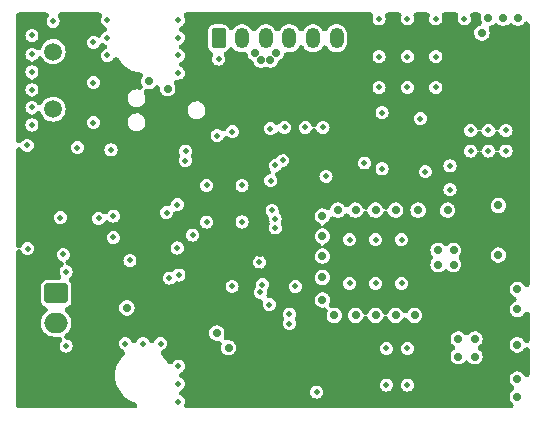
<source format=gbr>
%TF.GenerationSoftware,KiCad,Pcbnew,7.0.9*%
%TF.CreationDate,2023-11-27T14:53:40+10:00*%
%TF.ProjectId,cansult,63616e73-756c-4742-9e6b-696361645f70,rev?*%
%TF.SameCoordinates,Original*%
%TF.FileFunction,Copper,L3,Inr*%
%TF.FilePolarity,Positive*%
%FSLAX46Y46*%
G04 Gerber Fmt 4.6, Leading zero omitted, Abs format (unit mm)*
G04 Created by KiCad (PCBNEW 7.0.9) date 2023-11-27 14:53:40*
%MOMM*%
%LPD*%
G01*
G04 APERTURE LIST*
G04 Aperture macros list*
%AMRoundRect*
0 Rectangle with rounded corners*
0 $1 Rounding radius*
0 $2 $3 $4 $5 $6 $7 $8 $9 X,Y pos of 4 corners*
0 Add a 4 corners polygon primitive as box body*
4,1,4,$2,$3,$4,$5,$6,$7,$8,$9,$2,$3,0*
0 Add four circle primitives for the rounded corners*
1,1,$1+$1,$2,$3*
1,1,$1+$1,$4,$5*
1,1,$1+$1,$6,$7*
1,1,$1+$1,$8,$9*
0 Add four rect primitives between the rounded corners*
20,1,$1+$1,$2,$3,$4,$5,0*
20,1,$1+$1,$4,$5,$6,$7,0*
20,1,$1+$1,$6,$7,$8,$9,0*
20,1,$1+$1,$8,$9,$2,$3,0*%
G04 Aperture macros list end*
%TA.AperFunction,ComponentPad*%
%ADD10C,1.500000*%
%TD*%
%TA.AperFunction,ComponentPad*%
%ADD11RoundRect,0.250000X-0.750000X0.600000X-0.750000X-0.600000X0.750000X-0.600000X0.750000X0.600000X0*%
%TD*%
%TA.AperFunction,ComponentPad*%
%ADD12O,2.000000X1.700000*%
%TD*%
%TA.AperFunction,ComponentPad*%
%ADD13RoundRect,0.250000X-0.350000X-0.625000X0.350000X-0.625000X0.350000X0.625000X-0.350000X0.625000X0*%
%TD*%
%TA.AperFunction,ComponentPad*%
%ADD14O,1.200000X1.750000*%
%TD*%
%TA.AperFunction,ViaPad*%
%ADD15C,0.500000*%
%TD*%
%TA.AperFunction,ViaPad*%
%ADD16C,0.700000*%
%TD*%
G04 APERTURE END LIST*
D10*
%TO.N,OSC_IN*%
%TO.C,Y1*%
X169400000Y-77450000D03*
%TO.N,OSC_OUT*%
X169400000Y-72570000D03*
%TD*%
D11*
%TO.N,/mcu/CANH*%
%TO.C,J3*%
X169650000Y-93050000D03*
D12*
%TO.N,/mcu/CANL*%
X169650000Y-95550000D03*
%TD*%
D13*
%TO.N,unconnected-(J1-Pin_1-Pad1)*%
%TO.C,J1*%
X183400000Y-71450000D03*
D14*
%TO.N,CNSLT_CLK*%
X185400000Y-71450000D03*
%TO.N,GND*%
X187400000Y-71450000D03*
%TO.N,+12V*%
X189400000Y-71450000D03*
%TO.N,CNSLT_TX*%
X191400000Y-71450000D03*
%TO.N,CNSLT_RX*%
X193400000Y-71450000D03*
%TD*%
D15*
%TO.N,CNSLT_TX*%
X195750000Y-82000000D03*
%TO.N,GND*%
X183400000Y-73200000D03*
X170250000Y-89750000D03*
X167600000Y-74300000D03*
D16*
X198400000Y-94900000D03*
X195000000Y-86000000D03*
D15*
X199400000Y-73000000D03*
X187826500Y-83502796D03*
X199400000Y-97700000D03*
X180000000Y-102200000D03*
X167600000Y-77300000D03*
X198900000Y-88500000D03*
D16*
X195000000Y-94900000D03*
X207500000Y-69750000D03*
D15*
X180000000Y-71400000D03*
X170500000Y-91200000D03*
X207750000Y-81000000D03*
D16*
X207100000Y-89800000D03*
X208700000Y-100300000D03*
D15*
X182400000Y-83900000D03*
D16*
X208700000Y-94400000D03*
D15*
X206250000Y-81000000D03*
X175500000Y-97300000D03*
X191700000Y-101400000D03*
X197250000Y-77750000D03*
X196700000Y-92200000D03*
X206250000Y-79250000D03*
X174000000Y-69900000D03*
D16*
X186500000Y-72700000D03*
D15*
X188819785Y-81768699D03*
D16*
X193200000Y-94900000D03*
D15*
X197600000Y-97696228D03*
X175900000Y-90260000D03*
X201800000Y-69800000D03*
D16*
X198400000Y-86000000D03*
D15*
X167600000Y-72800000D03*
X201800000Y-75600000D03*
D16*
X202800000Y-86000000D03*
X192200000Y-89900000D03*
D15*
X169400000Y-70000000D03*
D16*
X187800000Y-73300000D03*
D15*
X199400000Y-100800000D03*
X197000000Y-69800000D03*
X180000000Y-99200000D03*
X172800000Y-75200000D03*
D16*
X200000000Y-94900000D03*
D15*
X207750000Y-79250000D03*
X186849812Y-90402843D03*
X177000000Y-97300000D03*
X180000000Y-100700000D03*
D16*
X208700000Y-92700000D03*
D15*
X174300000Y-80900000D03*
X180000000Y-69900000D03*
D16*
X192200000Y-93600000D03*
D15*
X198900000Y-92200000D03*
X171450000Y-80700000D03*
X172800000Y-78600000D03*
X167600000Y-71200000D03*
X197000000Y-73000000D03*
D16*
X208750000Y-69750000D03*
D15*
X203000000Y-82250000D03*
D16*
X192200000Y-88200000D03*
D15*
X172800000Y-71800000D03*
X204750000Y-81000000D03*
D16*
X196700000Y-94900000D03*
D15*
X197600000Y-100800000D03*
X204750000Y-79250000D03*
X185400000Y-87000000D03*
X194500000Y-92200000D03*
D16*
X208700000Y-97400000D03*
D15*
X184556358Y-92441960D03*
X201800000Y-73000000D03*
X185400000Y-83900000D03*
X197000000Y-75600000D03*
X192500000Y-83123500D03*
X180600000Y-81800000D03*
D16*
X192200000Y-86500000D03*
D15*
X194500000Y-88500000D03*
D16*
X196700000Y-86000000D03*
D15*
X203000000Y-84250000D03*
X204200000Y-69800000D03*
X174500000Y-86500000D03*
X200900000Y-82750000D03*
X180000000Y-72900000D03*
X184567947Y-79351108D03*
X188200000Y-82200000D03*
D16*
X207100000Y-85600000D03*
D15*
X174500000Y-88300000D03*
X167600000Y-78800000D03*
D16*
X175650000Y-94270000D03*
X177500000Y-75100000D03*
X200300000Y-86000000D03*
D15*
X189900000Y-92450000D03*
X180050000Y-91500000D03*
X196700000Y-88500000D03*
D16*
X184250000Y-97650000D03*
D15*
X170500000Y-97500000D03*
X167250000Y-89250000D03*
D16*
X205700000Y-71000000D03*
D15*
X199400000Y-69800000D03*
X182400000Y-87000000D03*
X167600000Y-75800000D03*
X180000000Y-74400000D03*
X167200000Y-80500000D03*
X183286768Y-79690595D03*
D16*
X192200000Y-91700000D03*
X206250000Y-69750000D03*
X208700000Y-101800000D03*
D15*
X199400000Y-75600000D03*
X179908819Y-85520497D03*
D16*
X187000000Y-73300000D03*
D15*
X189000000Y-79000000D03*
D16*
X193500000Y-86000000D03*
X188300000Y-72700000D03*
D15*
X174000000Y-71400000D03*
X178500000Y-97300000D03*
X174000000Y-72900000D03*
D16*
%TO.N,+3V3*%
X186902540Y-89605081D03*
X188700000Y-100000000D03*
X189124384Y-84775616D03*
X180400000Y-75700000D03*
X186850013Y-91202343D03*
X167200000Y-86700000D03*
X188700000Y-98100000D03*
X188600000Y-81000000D03*
X191200000Y-98100000D03*
X191200000Y-100000000D03*
X178800000Y-83400000D03*
X203250000Y-79900000D03*
X180000000Y-97300000D03*
X189900000Y-100000000D03*
X185687000Y-79399524D03*
X189900000Y-98100000D03*
%TO.N,+5V*%
X205100000Y-96900000D03*
X205100000Y-98400000D03*
X203300000Y-89400000D03*
X183250000Y-96400000D03*
X203300000Y-90600000D03*
X203700000Y-98400000D03*
X203700000Y-96900000D03*
X202000000Y-89400000D03*
X202000000Y-90600000D03*
D15*
%TO.N,+12V*%
X192250000Y-79000000D03*
D16*
%TO.N,NRST*%
X179100000Y-75700000D03*
D15*
X179000000Y-86200000D03*
%TO.N,/consult/CLK_Q5*%
X170000000Y-86630000D03*
%TO.N,CLK_O*%
X187800000Y-79100000D03*
%TO.N,/consult/CLK_Q4*%
X173250000Y-86700000D03*
%TO.N,/mcu/BOOT0*%
X180607372Y-80993128D03*
%TO.N,MCU_TX*%
X190750000Y-79000000D03*
X179900000Y-89200000D03*
X187700000Y-94000000D03*
X188192964Y-86708259D03*
%TO.N,MCU_RX*%
X187937500Y-86002796D03*
X181200000Y-88100000D03*
X187118555Y-92294094D03*
X200500000Y-78250000D03*
%TO.N,CAN_TX*%
X189400000Y-95600000D03*
%TO.N,CAN_RX*%
X189400000Y-94800000D03*
%TO.N,/mcu/NRST BJ*%
X179250000Y-91750000D03*
%TO.N,/consult/OA-*%
X197250000Y-82500000D03*
%TO.N,BT_EN*%
X186934148Y-92968852D03*
X188200000Y-87500000D03*
%TD*%
%TA.AperFunction,Conductor*%
%TO.N,+3V3*%
G36*
X168871587Y-69269454D02*
G01*
X168952369Y-69323430D01*
X169006345Y-69404212D01*
X169025299Y-69499500D01*
X169006345Y-69594788D01*
X168973844Y-69651081D01*
X168919141Y-69722371D01*
X168919136Y-69722378D01*
X168863671Y-69856285D01*
X168863671Y-69856287D01*
X168863670Y-69856289D01*
X168863670Y-69856291D01*
X168844750Y-70000000D01*
X168863670Y-70143709D01*
X168863670Y-70143711D01*
X168863671Y-70143712D01*
X168863671Y-70143714D01*
X168919136Y-70277621D01*
X168919141Y-70277628D01*
X169007374Y-70392616D01*
X169007383Y-70392625D01*
X169122371Y-70480858D01*
X169122378Y-70480863D01*
X169256286Y-70536328D01*
X169256291Y-70536330D01*
X169400000Y-70555250D01*
X169543709Y-70536330D01*
X169543714Y-70536328D01*
X169677621Y-70480863D01*
X169677622Y-70480862D01*
X169677625Y-70480861D01*
X169792621Y-70392621D01*
X169880861Y-70277625D01*
X169882156Y-70274500D01*
X169936328Y-70143714D01*
X169936328Y-70143713D01*
X169936330Y-70143709D01*
X169955250Y-70000000D01*
X169936330Y-69856291D01*
X169936328Y-69856285D01*
X169880863Y-69722378D01*
X169880858Y-69722371D01*
X169826156Y-69651081D01*
X169783185Y-69563945D01*
X169776831Y-69466998D01*
X169808061Y-69374999D01*
X169872120Y-69301955D01*
X169959256Y-69258984D01*
X170023701Y-69250500D01*
X173302561Y-69250500D01*
X173397849Y-69269454D01*
X173478631Y-69323430D01*
X173532607Y-69404212D01*
X173551561Y-69499500D01*
X173532607Y-69594788D01*
X173519850Y-69620655D01*
X173463671Y-69756285D01*
X173463671Y-69756287D01*
X173463670Y-69756289D01*
X173463670Y-69756291D01*
X173444750Y-69900000D01*
X173463670Y-70043709D01*
X173463670Y-70043711D01*
X173463671Y-70043712D01*
X173463671Y-70043714D01*
X173519136Y-70177621D01*
X173519141Y-70177628D01*
X173607374Y-70292616D01*
X173607383Y-70292625D01*
X173688997Y-70355249D01*
X173722375Y-70380861D01*
X173764287Y-70398221D01*
X173816754Y-70419954D01*
X173897535Y-70473930D01*
X173951512Y-70554712D01*
X173970466Y-70650000D01*
X173951512Y-70745288D01*
X173897536Y-70826069D01*
X173816754Y-70880046D01*
X173722376Y-70919138D01*
X173722371Y-70919141D01*
X173607383Y-71007374D01*
X173607374Y-71007383D01*
X173519141Y-71122371D01*
X173519138Y-71122376D01*
X173474991Y-71228958D01*
X173421015Y-71309739D01*
X173340234Y-71363716D01*
X173244945Y-71382670D01*
X173149657Y-71363716D01*
X173093366Y-71331217D01*
X173077627Y-71319140D01*
X173077621Y-71319136D01*
X172943713Y-71263671D01*
X172943710Y-71263670D01*
X172943709Y-71263670D01*
X172800000Y-71244750D01*
X172656291Y-71263670D01*
X172656289Y-71263670D01*
X172656287Y-71263671D01*
X172656285Y-71263671D01*
X172522378Y-71319136D01*
X172522371Y-71319141D01*
X172407383Y-71407374D01*
X172407374Y-71407383D01*
X172319141Y-71522371D01*
X172319136Y-71522378D01*
X172263671Y-71656285D01*
X172263671Y-71656287D01*
X172263670Y-71656289D01*
X172263670Y-71656291D01*
X172244750Y-71800000D01*
X172263670Y-71943709D01*
X172263670Y-71943711D01*
X172263671Y-71943712D01*
X172263671Y-71943714D01*
X172319136Y-72077621D01*
X172319141Y-72077628D01*
X172407374Y-72192616D01*
X172407383Y-72192625D01*
X172522371Y-72280858D01*
X172522378Y-72280863D01*
X172656286Y-72336328D01*
X172656291Y-72336330D01*
X172800000Y-72355250D01*
X172943709Y-72336330D01*
X172943714Y-72336328D01*
X173077621Y-72280863D01*
X173077622Y-72280862D01*
X173077625Y-72280861D01*
X173192621Y-72192621D01*
X173280861Y-72077625D01*
X173325009Y-71971038D01*
X173378982Y-71890261D01*
X173459763Y-71836284D01*
X173555051Y-71817329D01*
X173650340Y-71836282D01*
X173706634Y-71868783D01*
X173722371Y-71880858D01*
X173722375Y-71880861D01*
X173745069Y-71890261D01*
X173816754Y-71919954D01*
X173897535Y-71973930D01*
X173951512Y-72054712D01*
X173970466Y-72150000D01*
X173951512Y-72245288D01*
X173897536Y-72326069D01*
X173816754Y-72380046D01*
X173722376Y-72419138D01*
X173722371Y-72419141D01*
X173607383Y-72507374D01*
X173607374Y-72507383D01*
X173519141Y-72622371D01*
X173519136Y-72622378D01*
X173463671Y-72756285D01*
X173463671Y-72756287D01*
X173463670Y-72756289D01*
X173463670Y-72756291D01*
X173444750Y-72900000D01*
X173463670Y-73043709D01*
X173463670Y-73043711D01*
X173463671Y-73043712D01*
X173463671Y-73043714D01*
X173519136Y-73177621D01*
X173519141Y-73177628D01*
X173607374Y-73292616D01*
X173607383Y-73292625D01*
X173722371Y-73380858D01*
X173722378Y-73380863D01*
X173816755Y-73419954D01*
X173856291Y-73436330D01*
X174000000Y-73455250D01*
X174143709Y-73436330D01*
X174143714Y-73436328D01*
X174277621Y-73380863D01*
X174277622Y-73380862D01*
X174277625Y-73380861D01*
X174377085Y-73304542D01*
X174392616Y-73292625D01*
X174392616Y-73292624D01*
X174392621Y-73292621D01*
X174480861Y-73177625D01*
X174489268Y-73157327D01*
X174543239Y-73076548D01*
X174624019Y-73022568D01*
X174719306Y-73003611D01*
X174814595Y-73022562D01*
X174895378Y-73076535D01*
X174942635Y-73142479D01*
X174960033Y-73177759D01*
X174960038Y-73177768D01*
X174960040Y-73177771D01*
X175131222Y-73433964D01*
X175334380Y-73665620D01*
X175566036Y-73868778D01*
X175822229Y-74039960D01*
X175822238Y-74039964D01*
X175822239Y-74039965D01*
X176098559Y-74176232D01*
X176098566Y-74176234D01*
X176098573Y-74176238D01*
X176242559Y-74225114D01*
X176390333Y-74275278D01*
X176390336Y-74275278D01*
X176390341Y-74275280D01*
X176635082Y-74323962D01*
X176692529Y-74335389D01*
X176692533Y-74335389D01*
X176692540Y-74335391D01*
X176775811Y-74340848D01*
X176869653Y-74365993D01*
X176946731Y-74425136D01*
X176995310Y-74509274D01*
X177007992Y-74605598D01*
X176982847Y-74699443D01*
X176964449Y-74730761D01*
X176919783Y-74795470D01*
X176919779Y-74795479D01*
X176863763Y-74943180D01*
X176844722Y-75100000D01*
X176863763Y-75256819D01*
X176890172Y-75326452D01*
X176919780Y-75404523D01*
X176928919Y-75417764D01*
X176967449Y-75506948D01*
X176968917Y-75604092D01*
X176933097Y-75694403D01*
X176865444Y-75764132D01*
X176776256Y-75802663D01*
X176679112Y-75804131D01*
X176666574Y-75801498D01*
X176547173Y-75773200D01*
X176547171Y-75773200D01*
X176416564Y-75773200D01*
X176322216Y-75784227D01*
X176286833Y-75788363D01*
X176123007Y-75847992D01*
X175977344Y-75943796D01*
X175857704Y-76070605D01*
X175770534Y-76221590D01*
X175770532Y-76221594D01*
X175720532Y-76388606D01*
X175720531Y-76388609D01*
X175720531Y-76388612D01*
X175715479Y-76475340D01*
X175710393Y-76562657D01*
X175710393Y-76562663D01*
X175740667Y-76734353D01*
X175809720Y-76894438D01*
X175858378Y-76959796D01*
X175913832Y-77034283D01*
X175941973Y-77057896D01*
X176047387Y-77146350D01*
X176073693Y-77159561D01*
X176203185Y-77224594D01*
X176203187Y-77224594D01*
X176203191Y-77224596D01*
X176308846Y-77249636D01*
X176372829Y-77264800D01*
X176372832Y-77264800D01*
X176503428Y-77264800D01*
X176503436Y-77264800D01*
X176633164Y-77249637D01*
X176796993Y-77190008D01*
X176942654Y-77094205D01*
X177062296Y-76967393D01*
X177149467Y-76816407D01*
X177199469Y-76649388D01*
X177209607Y-76475340D01*
X177179332Y-76303646D01*
X177110279Y-76143562D01*
X177104895Y-76136330D01*
X177096348Y-76124849D01*
X177054650Y-76037098D01*
X177049706Y-75940069D01*
X177082270Y-75848534D01*
X177147385Y-75776428D01*
X177235136Y-75734730D01*
X177332165Y-75729786D01*
X177355653Y-75734390D01*
X177421015Y-75750500D01*
X177421020Y-75750500D01*
X177578980Y-75750500D01*
X177578985Y-75750500D01*
X177732365Y-75712696D01*
X177872240Y-75639283D01*
X177990483Y-75534530D01*
X177992183Y-75532067D01*
X177995617Y-75528734D01*
X178000472Y-75523255D01*
X178000886Y-75523622D01*
X178061906Y-75464414D01*
X178152216Y-75428590D01*
X178249360Y-75430054D01*
X178338549Y-75468581D01*
X178406205Y-75538307D01*
X178442029Y-75628617D01*
X178443733Y-75684938D01*
X178444722Y-75684938D01*
X178444722Y-75699995D01*
X178444722Y-75699997D01*
X178444722Y-75700000D01*
X178457366Y-75804131D01*
X178463763Y-75856819D01*
X178471654Y-75877625D01*
X178519780Y-76004523D01*
X178602835Y-76124849D01*
X178609517Y-76134530D01*
X178609519Y-76134532D01*
X178707792Y-76221593D01*
X178727760Y-76239283D01*
X178867635Y-76312696D01*
X179021015Y-76350500D01*
X179021020Y-76350500D01*
X179178980Y-76350500D01*
X179178985Y-76350500D01*
X179332365Y-76312696D01*
X179472240Y-76239283D01*
X179590483Y-76134530D01*
X179680220Y-76004523D01*
X179736237Y-75856818D01*
X179755278Y-75700000D01*
X179743136Y-75600000D01*
X196444750Y-75600000D01*
X196463670Y-75743709D01*
X196463670Y-75743711D01*
X196463671Y-75743712D01*
X196463671Y-75743714D01*
X196519136Y-75877621D01*
X196519141Y-75877628D01*
X196607374Y-75992616D01*
X196607383Y-75992625D01*
X196722371Y-76080858D01*
X196722378Y-76080863D01*
X196851945Y-76134530D01*
X196856291Y-76136330D01*
X197000000Y-76155250D01*
X197143709Y-76136330D01*
X197143714Y-76136328D01*
X197277621Y-76080863D01*
X197277622Y-76080862D01*
X197277625Y-76080861D01*
X197377114Y-76004520D01*
X197392616Y-75992625D01*
X197392616Y-75992624D01*
X197392621Y-75992621D01*
X197480861Y-75877625D01*
X197489480Y-75856818D01*
X197536328Y-75743714D01*
X197536328Y-75743713D01*
X197536330Y-75743709D01*
X197555250Y-75600000D01*
X198844750Y-75600000D01*
X198863670Y-75743709D01*
X198863670Y-75743711D01*
X198863671Y-75743712D01*
X198863671Y-75743714D01*
X198919136Y-75877621D01*
X198919141Y-75877628D01*
X199007374Y-75992616D01*
X199007383Y-75992625D01*
X199122371Y-76080858D01*
X199122378Y-76080863D01*
X199251945Y-76134530D01*
X199256291Y-76136330D01*
X199400000Y-76155250D01*
X199543709Y-76136330D01*
X199543714Y-76136328D01*
X199677621Y-76080863D01*
X199677622Y-76080862D01*
X199677625Y-76080861D01*
X199777114Y-76004520D01*
X199792616Y-75992625D01*
X199792616Y-75992624D01*
X199792621Y-75992621D01*
X199880861Y-75877625D01*
X199889480Y-75856818D01*
X199936328Y-75743714D01*
X199936328Y-75743713D01*
X199936330Y-75743709D01*
X199955250Y-75600000D01*
X201244750Y-75600000D01*
X201263670Y-75743709D01*
X201263670Y-75743711D01*
X201263671Y-75743712D01*
X201263671Y-75743714D01*
X201319136Y-75877621D01*
X201319141Y-75877628D01*
X201407374Y-75992616D01*
X201407383Y-75992625D01*
X201522371Y-76080858D01*
X201522378Y-76080863D01*
X201651945Y-76134530D01*
X201656291Y-76136330D01*
X201800000Y-76155250D01*
X201943709Y-76136330D01*
X201943714Y-76136328D01*
X202077621Y-76080863D01*
X202077622Y-76080862D01*
X202077625Y-76080861D01*
X202177114Y-76004520D01*
X202192616Y-75992625D01*
X202192616Y-75992624D01*
X202192621Y-75992621D01*
X202280861Y-75877625D01*
X202289480Y-75856818D01*
X202336328Y-75743714D01*
X202336328Y-75743713D01*
X202336330Y-75743709D01*
X202355250Y-75600000D01*
X202336330Y-75456291D01*
X202336328Y-75456285D01*
X202280863Y-75322378D01*
X202280858Y-75322371D01*
X202192625Y-75207383D01*
X202192616Y-75207374D01*
X202077628Y-75119141D01*
X202077621Y-75119136D01*
X201943713Y-75063671D01*
X201943710Y-75063670D01*
X201943709Y-75063670D01*
X201800000Y-75044750D01*
X201656291Y-75063670D01*
X201656289Y-75063670D01*
X201656287Y-75063671D01*
X201656285Y-75063671D01*
X201522378Y-75119136D01*
X201522371Y-75119141D01*
X201407383Y-75207374D01*
X201407374Y-75207383D01*
X201319141Y-75322371D01*
X201319136Y-75322378D01*
X201263671Y-75456285D01*
X201263671Y-75456287D01*
X201263670Y-75456289D01*
X201263670Y-75456291D01*
X201244750Y-75600000D01*
X199955250Y-75600000D01*
X199936330Y-75456291D01*
X199936328Y-75456285D01*
X199880863Y-75322378D01*
X199880858Y-75322371D01*
X199792625Y-75207383D01*
X199792616Y-75207374D01*
X199677628Y-75119141D01*
X199677621Y-75119136D01*
X199543713Y-75063671D01*
X199543710Y-75063670D01*
X199543709Y-75063670D01*
X199400000Y-75044750D01*
X199256291Y-75063670D01*
X199256289Y-75063670D01*
X199256287Y-75063671D01*
X199256285Y-75063671D01*
X199122378Y-75119136D01*
X199122371Y-75119141D01*
X199007383Y-75207374D01*
X199007374Y-75207383D01*
X198919141Y-75322371D01*
X198919136Y-75322378D01*
X198863671Y-75456285D01*
X198863671Y-75456287D01*
X198863670Y-75456289D01*
X198863670Y-75456291D01*
X198844750Y-75600000D01*
X197555250Y-75600000D01*
X197536330Y-75456291D01*
X197536328Y-75456285D01*
X197480863Y-75322378D01*
X197480858Y-75322371D01*
X197392625Y-75207383D01*
X197392616Y-75207374D01*
X197277628Y-75119141D01*
X197277621Y-75119136D01*
X197143713Y-75063671D01*
X197143710Y-75063670D01*
X197143709Y-75063670D01*
X197000000Y-75044750D01*
X196856291Y-75063670D01*
X196856289Y-75063670D01*
X196856287Y-75063671D01*
X196856285Y-75063671D01*
X196722378Y-75119136D01*
X196722371Y-75119141D01*
X196607383Y-75207374D01*
X196607374Y-75207383D01*
X196519141Y-75322371D01*
X196519136Y-75322378D01*
X196463671Y-75456285D01*
X196463671Y-75456287D01*
X196463670Y-75456289D01*
X196463670Y-75456291D01*
X196444750Y-75600000D01*
X179743136Y-75600000D01*
X179736237Y-75543182D01*
X179680220Y-75395477D01*
X179632573Y-75326449D01*
X179594044Y-75237265D01*
X179592577Y-75140121D01*
X179628396Y-75049810D01*
X179696050Y-74980081D01*
X179785237Y-74941550D01*
X179869995Y-74938134D01*
X180000000Y-74955250D01*
X180143709Y-74936330D01*
X180143714Y-74936328D01*
X180277621Y-74880863D01*
X180277622Y-74880862D01*
X180277625Y-74880861D01*
X180373395Y-74807374D01*
X180392616Y-74792625D01*
X180392616Y-74792624D01*
X180392621Y-74792621D01*
X180480861Y-74677625D01*
X180486642Y-74663670D01*
X180536328Y-74543714D01*
X180536328Y-74543713D01*
X180536330Y-74543709D01*
X180555250Y-74400000D01*
X180536330Y-74256291D01*
X180520159Y-74217249D01*
X180480863Y-74122378D01*
X180480858Y-74122371D01*
X180392625Y-74007383D01*
X180392616Y-74007374D01*
X180277628Y-73919141D01*
X180277621Y-73919136D01*
X180183246Y-73880046D01*
X180102464Y-73826070D01*
X180048487Y-73745289D01*
X180029533Y-73650001D01*
X180048487Y-73554713D01*
X180102463Y-73473931D01*
X180183242Y-73419954D01*
X180183245Y-73419954D01*
X180183246Y-73419954D01*
X180277621Y-73380863D01*
X180277622Y-73380862D01*
X180277625Y-73380861D01*
X180377085Y-73304542D01*
X180392616Y-73292625D01*
X180392616Y-73292624D01*
X180392621Y-73292621D01*
X180480861Y-73177625D01*
X180494910Y-73143709D01*
X180536328Y-73043714D01*
X180536328Y-73043713D01*
X180536330Y-73043709D01*
X180555250Y-72900000D01*
X180536330Y-72756291D01*
X180526831Y-72733357D01*
X180480863Y-72622378D01*
X180480858Y-72622371D01*
X180392625Y-72507383D01*
X180392616Y-72507374D01*
X180277628Y-72419141D01*
X180277621Y-72419136D01*
X180183246Y-72380046D01*
X180102464Y-72326070D01*
X180048487Y-72245289D01*
X180029533Y-72150001D01*
X180035878Y-72118102D01*
X182499500Y-72118102D01*
X182505337Y-72166706D01*
X182510123Y-72206564D01*
X182510124Y-72206568D01*
X182565637Y-72347340D01*
X182603969Y-72397888D01*
X182657078Y-72467922D01*
X182711448Y-72509152D01*
X182777658Y-72559361D01*
X182794889Y-72566156D01*
X182876581Y-72618745D01*
X182931929Y-72698593D01*
X182952508Y-72793543D01*
X182935184Y-72889141D01*
X182919187Y-72922291D01*
X182919138Y-72922374D01*
X182863671Y-73056285D01*
X182863671Y-73056287D01*
X182863670Y-73056289D01*
X182863670Y-73056291D01*
X182844750Y-73200000D01*
X182863670Y-73343709D01*
X182863670Y-73343711D01*
X182863671Y-73343712D01*
X182863671Y-73343714D01*
X182919136Y-73477621D01*
X182919141Y-73477628D01*
X183007374Y-73592616D01*
X183007383Y-73592625D01*
X183122371Y-73680858D01*
X183122378Y-73680863D01*
X183251945Y-73734530D01*
X183256291Y-73736330D01*
X183400000Y-73755250D01*
X183543709Y-73736330D01*
X183543714Y-73736328D01*
X183677621Y-73680863D01*
X183677622Y-73680862D01*
X183677625Y-73680861D01*
X183770809Y-73609357D01*
X183792616Y-73592625D01*
X183792616Y-73592624D01*
X183792621Y-73592621D01*
X183880861Y-73477625D01*
X183882392Y-73473930D01*
X183936328Y-73343714D01*
X183936328Y-73343713D01*
X183936330Y-73343709D01*
X183955250Y-73200000D01*
X183936330Y-73056291D01*
X183931118Y-73043709D01*
X183880864Y-72922382D01*
X183880863Y-72922381D01*
X183880861Y-72922375D01*
X183880856Y-72922369D01*
X183880818Y-72922302D01*
X183880758Y-72922125D01*
X183874616Y-72907297D01*
X183875587Y-72906894D01*
X183849586Y-72830304D01*
X183855938Y-72733357D01*
X183898906Y-72646220D01*
X183971949Y-72582159D01*
X184005104Y-72566158D01*
X184022342Y-72559361D01*
X184142922Y-72467922D01*
X184234361Y-72347342D01*
X184243437Y-72324325D01*
X184296023Y-72242636D01*
X184375870Y-72187287D01*
X184470820Y-72166706D01*
X184566419Y-72184029D01*
X184648111Y-72236616D01*
X184660120Y-72249056D01*
X184667466Y-72257214D01*
X184667467Y-72257216D01*
X184794129Y-72397888D01*
X184914226Y-72485143D01*
X184947271Y-72509152D01*
X185120189Y-72586141D01*
X185120192Y-72586142D01*
X185120197Y-72586144D01*
X185305354Y-72625500D01*
X185494646Y-72625500D01*
X185560939Y-72611408D01*
X185658084Y-72610136D01*
X185748322Y-72646137D01*
X185817915Y-72713930D01*
X185856267Y-72803195D01*
X185859893Y-72824951D01*
X185863762Y-72856815D01*
X185863762Y-72856817D01*
X185863763Y-72856818D01*
X185919780Y-73004523D01*
X185970241Y-73077628D01*
X186009517Y-73134530D01*
X186009519Y-73134532D01*
X186058328Y-73177772D01*
X186127760Y-73239283D01*
X186238018Y-73297151D01*
X186313580Y-73358215D01*
X186360024Y-73443550D01*
X186363614Y-73456426D01*
X186371654Y-73477625D01*
X186419780Y-73604523D01*
X186503677Y-73726069D01*
X186509517Y-73734530D01*
X186509519Y-73734532D01*
X186600000Y-73814690D01*
X186627760Y-73839283D01*
X186767635Y-73912696D01*
X186921015Y-73950500D01*
X186921020Y-73950500D01*
X187078980Y-73950500D01*
X187078985Y-73950500D01*
X187232365Y-73912696D01*
X187284283Y-73885447D01*
X187377464Y-73857947D01*
X187474077Y-73868199D01*
X187515717Y-73885447D01*
X187567635Y-73912696D01*
X187721015Y-73950500D01*
X187721020Y-73950500D01*
X187878980Y-73950500D01*
X187878985Y-73950500D01*
X188032365Y-73912696D01*
X188172240Y-73839283D01*
X188290483Y-73734530D01*
X188380220Y-73604523D01*
X188436237Y-73456818D01*
X188436237Y-73456816D01*
X188441578Y-73442734D01*
X188442874Y-73443225D01*
X188477140Y-73370060D01*
X188548878Y-73304542D01*
X188561983Y-73297151D01*
X188561987Y-73297149D01*
X188672240Y-73239283D01*
X188790483Y-73134530D01*
X188880220Y-73004523D01*
X188881935Y-73000000D01*
X196444750Y-73000000D01*
X196463670Y-73143709D01*
X196463670Y-73143711D01*
X196463671Y-73143712D01*
X196463671Y-73143714D01*
X196519136Y-73277621D01*
X196519141Y-73277628D01*
X196607374Y-73392616D01*
X196607383Y-73392625D01*
X196722371Y-73480858D01*
X196722378Y-73480863D01*
X196856286Y-73536328D01*
X196856291Y-73536330D01*
X197000000Y-73555250D01*
X197143709Y-73536330D01*
X197143714Y-73536328D01*
X197277621Y-73480863D01*
X197277622Y-73480862D01*
X197277625Y-73480861D01*
X197392621Y-73392621D01*
X197480861Y-73277625D01*
X197516073Y-73192616D01*
X197536328Y-73143714D01*
X197536328Y-73143713D01*
X197536330Y-73143709D01*
X197555250Y-73000000D01*
X198844750Y-73000000D01*
X198863670Y-73143709D01*
X198863670Y-73143711D01*
X198863671Y-73143712D01*
X198863671Y-73143714D01*
X198919136Y-73277621D01*
X198919141Y-73277628D01*
X199007374Y-73392616D01*
X199007383Y-73392625D01*
X199122371Y-73480858D01*
X199122378Y-73480863D01*
X199256286Y-73536328D01*
X199256291Y-73536330D01*
X199400000Y-73555250D01*
X199543709Y-73536330D01*
X199543714Y-73536328D01*
X199677621Y-73480863D01*
X199677622Y-73480862D01*
X199677625Y-73480861D01*
X199792621Y-73392621D01*
X199880861Y-73277625D01*
X199916073Y-73192616D01*
X199936328Y-73143714D01*
X199936328Y-73143713D01*
X199936330Y-73143709D01*
X199955250Y-73000000D01*
X201244750Y-73000000D01*
X201263670Y-73143709D01*
X201263670Y-73143711D01*
X201263671Y-73143712D01*
X201263671Y-73143714D01*
X201319136Y-73277621D01*
X201319141Y-73277628D01*
X201407374Y-73392616D01*
X201407383Y-73392625D01*
X201522371Y-73480858D01*
X201522378Y-73480863D01*
X201656286Y-73536328D01*
X201656291Y-73536330D01*
X201800000Y-73555250D01*
X201943709Y-73536330D01*
X201943714Y-73536328D01*
X202077621Y-73480863D01*
X202077622Y-73480862D01*
X202077625Y-73480861D01*
X202192621Y-73392621D01*
X202280861Y-73277625D01*
X202316073Y-73192616D01*
X202336328Y-73143714D01*
X202336328Y-73143713D01*
X202336330Y-73143709D01*
X202355250Y-73000000D01*
X202336330Y-72856291D01*
X202336328Y-72856285D01*
X202280863Y-72722378D01*
X202280858Y-72722371D01*
X202192625Y-72607383D01*
X202192616Y-72607374D01*
X202077628Y-72519141D01*
X202077621Y-72519136D01*
X201943713Y-72463671D01*
X201943710Y-72463670D01*
X201943709Y-72463670D01*
X201800000Y-72444750D01*
X201656291Y-72463670D01*
X201656289Y-72463670D01*
X201656287Y-72463671D01*
X201656285Y-72463671D01*
X201522378Y-72519136D01*
X201522371Y-72519141D01*
X201407383Y-72607374D01*
X201407374Y-72607383D01*
X201319141Y-72722371D01*
X201319136Y-72722378D01*
X201263671Y-72856285D01*
X201263671Y-72856287D01*
X201263670Y-72856289D01*
X201263670Y-72856291D01*
X201244750Y-73000000D01*
X199955250Y-73000000D01*
X199936330Y-72856291D01*
X199936328Y-72856285D01*
X199880863Y-72722378D01*
X199880858Y-72722371D01*
X199792625Y-72607383D01*
X199792616Y-72607374D01*
X199677628Y-72519141D01*
X199677621Y-72519136D01*
X199543713Y-72463671D01*
X199543710Y-72463670D01*
X199543709Y-72463670D01*
X199400000Y-72444750D01*
X199256291Y-72463670D01*
X199256289Y-72463670D01*
X199256287Y-72463671D01*
X199256285Y-72463671D01*
X199122378Y-72519136D01*
X199122371Y-72519141D01*
X199007383Y-72607374D01*
X199007374Y-72607383D01*
X198919141Y-72722371D01*
X198919136Y-72722378D01*
X198863671Y-72856285D01*
X198863671Y-72856287D01*
X198863670Y-72856289D01*
X198863670Y-72856291D01*
X198844750Y-73000000D01*
X197555250Y-73000000D01*
X197536330Y-72856291D01*
X197536328Y-72856285D01*
X197480863Y-72722378D01*
X197480858Y-72722371D01*
X197392625Y-72607383D01*
X197392616Y-72607374D01*
X197277628Y-72519141D01*
X197277621Y-72519136D01*
X197143713Y-72463671D01*
X197143710Y-72463670D01*
X197143709Y-72463670D01*
X197000000Y-72444750D01*
X196856291Y-72463670D01*
X196856289Y-72463670D01*
X196856287Y-72463671D01*
X196856285Y-72463671D01*
X196722378Y-72519136D01*
X196722371Y-72519141D01*
X196607383Y-72607374D01*
X196607374Y-72607383D01*
X196519141Y-72722371D01*
X196519136Y-72722378D01*
X196463671Y-72856285D01*
X196463671Y-72856287D01*
X196463670Y-72856289D01*
X196463670Y-72856291D01*
X196444750Y-73000000D01*
X188881935Y-73000000D01*
X188936237Y-72856818D01*
X188940106Y-72824952D01*
X188970406Y-72732647D01*
X189033725Y-72658960D01*
X189120423Y-72615113D01*
X189217301Y-72607782D01*
X189239058Y-72611408D01*
X189305354Y-72625500D01*
X189494645Y-72625500D01*
X189494646Y-72625500D01*
X189679803Y-72586144D01*
X189688754Y-72582159D01*
X189852728Y-72509152D01*
X189852728Y-72509151D01*
X189852730Y-72509151D01*
X190005871Y-72397888D01*
X190132533Y-72257216D01*
X190184359Y-72167448D01*
X190248417Y-72094405D01*
X190335553Y-72051434D01*
X190432500Y-72045079D01*
X190524499Y-72076308D01*
X190597544Y-72140366D01*
X190615638Y-72167446D01*
X190638103Y-72206356D01*
X190667466Y-72257215D01*
X190667469Y-72257219D01*
X190763675Y-72364066D01*
X190794129Y-72397888D01*
X190869320Y-72452517D01*
X190947271Y-72509152D01*
X191120189Y-72586141D01*
X191120192Y-72586142D01*
X191120197Y-72586144D01*
X191305354Y-72625500D01*
X191494645Y-72625500D01*
X191494646Y-72625500D01*
X191679803Y-72586144D01*
X191688754Y-72582159D01*
X191852728Y-72509152D01*
X191852728Y-72509151D01*
X191852730Y-72509151D01*
X192005871Y-72397888D01*
X192132533Y-72257216D01*
X192184359Y-72167448D01*
X192248417Y-72094405D01*
X192335553Y-72051434D01*
X192432500Y-72045079D01*
X192524499Y-72076308D01*
X192597544Y-72140366D01*
X192615638Y-72167446D01*
X192638103Y-72206356D01*
X192667466Y-72257215D01*
X192667469Y-72257219D01*
X192763675Y-72364066D01*
X192794129Y-72397888D01*
X192869320Y-72452517D01*
X192947271Y-72509152D01*
X193120189Y-72586141D01*
X193120192Y-72586142D01*
X193120197Y-72586144D01*
X193305354Y-72625500D01*
X193494645Y-72625500D01*
X193494646Y-72625500D01*
X193679803Y-72586144D01*
X193688754Y-72582159D01*
X193852728Y-72509152D01*
X193852728Y-72509151D01*
X193852730Y-72509151D01*
X194005871Y-72397888D01*
X194132533Y-72257216D01*
X194227179Y-72093284D01*
X194285674Y-71913256D01*
X194293764Y-71836282D01*
X194300500Y-71772195D01*
X194300500Y-71127804D01*
X194285674Y-70986744D01*
X194264759Y-70922375D01*
X194227179Y-70806716D01*
X194132533Y-70642784D01*
X194132531Y-70642781D01*
X194132530Y-70642780D01*
X194005873Y-70502114D01*
X194005872Y-70502113D01*
X194005871Y-70502112D01*
X193929300Y-70446480D01*
X193852728Y-70390847D01*
X193679810Y-70313858D01*
X193679796Y-70313854D01*
X193494646Y-70274500D01*
X193305354Y-70274500D01*
X193120203Y-70313854D01*
X193120189Y-70313858D01*
X192947271Y-70390847D01*
X192794126Y-70502114D01*
X192667469Y-70642780D01*
X192667464Y-70642787D01*
X192615640Y-70732550D01*
X192551582Y-70805595D01*
X192464446Y-70848566D01*
X192367499Y-70854920D01*
X192275500Y-70823690D01*
X192202455Y-70759632D01*
X192184360Y-70732550D01*
X192132535Y-70642787D01*
X192132530Y-70642780D01*
X192005873Y-70502114D01*
X192005872Y-70502113D01*
X192005871Y-70502112D01*
X191929300Y-70446480D01*
X191852728Y-70390847D01*
X191679810Y-70313858D01*
X191679796Y-70313854D01*
X191494646Y-70274500D01*
X191305354Y-70274500D01*
X191120203Y-70313854D01*
X191120189Y-70313858D01*
X190947271Y-70390847D01*
X190794126Y-70502114D01*
X190667469Y-70642780D01*
X190667464Y-70642787D01*
X190615640Y-70732550D01*
X190551582Y-70805595D01*
X190464446Y-70848566D01*
X190367499Y-70854920D01*
X190275500Y-70823690D01*
X190202455Y-70759632D01*
X190184360Y-70732550D01*
X190132535Y-70642787D01*
X190132530Y-70642780D01*
X190005873Y-70502114D01*
X190005872Y-70502113D01*
X190005871Y-70502112D01*
X189929300Y-70446480D01*
X189852728Y-70390847D01*
X189679810Y-70313858D01*
X189679796Y-70313854D01*
X189494646Y-70274500D01*
X189305354Y-70274500D01*
X189120203Y-70313854D01*
X189120189Y-70313858D01*
X188947271Y-70390847D01*
X188794126Y-70502114D01*
X188667469Y-70642780D01*
X188667464Y-70642787D01*
X188615640Y-70732550D01*
X188551582Y-70805595D01*
X188464446Y-70848566D01*
X188367499Y-70854920D01*
X188275500Y-70823690D01*
X188202455Y-70759632D01*
X188184360Y-70732550D01*
X188132535Y-70642787D01*
X188132530Y-70642780D01*
X188005873Y-70502114D01*
X188005872Y-70502113D01*
X188005871Y-70502112D01*
X187929300Y-70446480D01*
X187852728Y-70390847D01*
X187679810Y-70313858D01*
X187679796Y-70313854D01*
X187494646Y-70274500D01*
X187305354Y-70274500D01*
X187120203Y-70313854D01*
X187120189Y-70313858D01*
X186947271Y-70390847D01*
X186794126Y-70502114D01*
X186667469Y-70642780D01*
X186667464Y-70642787D01*
X186615640Y-70732550D01*
X186551582Y-70805595D01*
X186464446Y-70848566D01*
X186367499Y-70854920D01*
X186275500Y-70823690D01*
X186202455Y-70759632D01*
X186184360Y-70732550D01*
X186132535Y-70642787D01*
X186132530Y-70642780D01*
X186005873Y-70502114D01*
X186005872Y-70502113D01*
X186005871Y-70502112D01*
X185929300Y-70446480D01*
X185852728Y-70390847D01*
X185679810Y-70313858D01*
X185679796Y-70313854D01*
X185494646Y-70274500D01*
X185305354Y-70274500D01*
X185120203Y-70313854D01*
X185120189Y-70313858D01*
X184947271Y-70390847D01*
X184794129Y-70502112D01*
X184660119Y-70650944D01*
X184582273Y-70709073D01*
X184488107Y-70732988D01*
X184391958Y-70719046D01*
X184308462Y-70669371D01*
X184250333Y-70591525D01*
X184243446Y-70575697D01*
X184234361Y-70552658D01*
X184142922Y-70432078D01*
X184075385Y-70380863D01*
X184022340Y-70340637D01*
X183881568Y-70285124D01*
X183881564Y-70285123D01*
X183793102Y-70274500D01*
X183006898Y-70274500D01*
X182953911Y-70280863D01*
X182918435Y-70285123D01*
X182918431Y-70285124D01*
X182777659Y-70340637D01*
X182657080Y-70432076D01*
X182657076Y-70432080D01*
X182565637Y-70552659D01*
X182510124Y-70693431D01*
X182510123Y-70693435D01*
X182510123Y-70693436D01*
X182499500Y-70781898D01*
X182499500Y-72118102D01*
X180035878Y-72118102D01*
X180048487Y-72054713D01*
X180102463Y-71973931D01*
X180183242Y-71919954D01*
X180183245Y-71919954D01*
X180183246Y-71919954D01*
X180277621Y-71880863D01*
X180277622Y-71880862D01*
X180277625Y-71880861D01*
X180392621Y-71792621D01*
X180480861Y-71677625D01*
X180489700Y-71656287D01*
X180536328Y-71543714D01*
X180536328Y-71543713D01*
X180536330Y-71543709D01*
X180555250Y-71400000D01*
X180536330Y-71256291D01*
X180531550Y-71244750D01*
X180480863Y-71122378D01*
X180480858Y-71122371D01*
X180392625Y-71007383D01*
X180392616Y-71007374D01*
X180277628Y-70919141D01*
X180277621Y-70919136D01*
X180183246Y-70880046D01*
X180102464Y-70826070D01*
X180048487Y-70745289D01*
X180029533Y-70650001D01*
X180048487Y-70554713D01*
X180102463Y-70473931D01*
X180183242Y-70419954D01*
X180183245Y-70419954D01*
X180183246Y-70419954D01*
X180277621Y-70380863D01*
X180277622Y-70380862D01*
X180277625Y-70380861D01*
X180392621Y-70292621D01*
X180398375Y-70285123D01*
X180432244Y-70240983D01*
X180480861Y-70177625D01*
X180493832Y-70146311D01*
X180536328Y-70043714D01*
X180536328Y-70043713D01*
X180536330Y-70043709D01*
X180555250Y-69900000D01*
X180536330Y-69756291D01*
X180533724Y-69750000D01*
X180474616Y-69607297D01*
X180475942Y-69606747D01*
X180450570Y-69532006D01*
X180456922Y-69435059D01*
X180499891Y-69347923D01*
X180572934Y-69283862D01*
X180664933Y-69252631D01*
X180697439Y-69250500D01*
X196259099Y-69250500D01*
X196354387Y-69269454D01*
X196435169Y-69323430D01*
X196489145Y-69404212D01*
X196508099Y-69499500D01*
X196489145Y-69594787D01*
X196463671Y-69656285D01*
X196463671Y-69656287D01*
X196463670Y-69656289D01*
X196463670Y-69656291D01*
X196444750Y-69800000D01*
X196463670Y-69943709D01*
X196463670Y-69943711D01*
X196463671Y-69943712D01*
X196463671Y-69943714D01*
X196519136Y-70077621D01*
X196519141Y-70077628D01*
X196607374Y-70192616D01*
X196607383Y-70192625D01*
X196722371Y-70280858D01*
X196722378Y-70280863D01*
X196856286Y-70336328D01*
X196856291Y-70336330D01*
X197000000Y-70355250D01*
X197143709Y-70336330D01*
X197143714Y-70336328D01*
X197277621Y-70280863D01*
X197277622Y-70280862D01*
X197277625Y-70280861D01*
X197392621Y-70192621D01*
X197398830Y-70184530D01*
X197415628Y-70162638D01*
X197480861Y-70077625D01*
X197492100Y-70050493D01*
X197536328Y-69943714D01*
X197536328Y-69943713D01*
X197536330Y-69943709D01*
X197555250Y-69800000D01*
X197536330Y-69656291D01*
X197533517Y-69649500D01*
X197510855Y-69594787D01*
X197491901Y-69499499D01*
X197510855Y-69404211D01*
X197564832Y-69323430D01*
X197645614Y-69269454D01*
X197740901Y-69250500D01*
X198659099Y-69250500D01*
X198754387Y-69269454D01*
X198835169Y-69323430D01*
X198889145Y-69404212D01*
X198908099Y-69499500D01*
X198889145Y-69594787D01*
X198863671Y-69656285D01*
X198863671Y-69656287D01*
X198863670Y-69656289D01*
X198863670Y-69656291D01*
X198844750Y-69800000D01*
X198863670Y-69943709D01*
X198863670Y-69943711D01*
X198863671Y-69943712D01*
X198863671Y-69943714D01*
X198919136Y-70077621D01*
X198919141Y-70077628D01*
X199007374Y-70192616D01*
X199007383Y-70192625D01*
X199122371Y-70280858D01*
X199122378Y-70280863D01*
X199256286Y-70336328D01*
X199256291Y-70336330D01*
X199400000Y-70355250D01*
X199543709Y-70336330D01*
X199543714Y-70336328D01*
X199677621Y-70280863D01*
X199677622Y-70280862D01*
X199677625Y-70280861D01*
X199792621Y-70192621D01*
X199798830Y-70184530D01*
X199815628Y-70162638D01*
X199880861Y-70077625D01*
X199892100Y-70050493D01*
X199936328Y-69943714D01*
X199936328Y-69943713D01*
X199936330Y-69943709D01*
X199955250Y-69800000D01*
X199936330Y-69656291D01*
X199933517Y-69649500D01*
X199910855Y-69594787D01*
X199891901Y-69499499D01*
X199910855Y-69404211D01*
X199964832Y-69323430D01*
X200045614Y-69269454D01*
X200140901Y-69250500D01*
X201059099Y-69250500D01*
X201154387Y-69269454D01*
X201235169Y-69323430D01*
X201289145Y-69404212D01*
X201308099Y-69499500D01*
X201289145Y-69594787D01*
X201263671Y-69656285D01*
X201263671Y-69656287D01*
X201263670Y-69656289D01*
X201263670Y-69656291D01*
X201244750Y-69800000D01*
X201263670Y-69943709D01*
X201263670Y-69943711D01*
X201263671Y-69943712D01*
X201263671Y-69943714D01*
X201319136Y-70077621D01*
X201319141Y-70077628D01*
X201407374Y-70192616D01*
X201407383Y-70192625D01*
X201522371Y-70280858D01*
X201522378Y-70280863D01*
X201656286Y-70336328D01*
X201656291Y-70336330D01*
X201800000Y-70355250D01*
X201943709Y-70336330D01*
X201943714Y-70336328D01*
X202077621Y-70280863D01*
X202077622Y-70280862D01*
X202077625Y-70280861D01*
X202192621Y-70192621D01*
X202198830Y-70184530D01*
X202215628Y-70162638D01*
X202280861Y-70077625D01*
X202292100Y-70050493D01*
X202336328Y-69943714D01*
X202336328Y-69943713D01*
X202336330Y-69943709D01*
X202355250Y-69800000D01*
X202336330Y-69656291D01*
X202333517Y-69649500D01*
X202310855Y-69594787D01*
X202291901Y-69499499D01*
X202310855Y-69404211D01*
X202364832Y-69323430D01*
X202445614Y-69269454D01*
X202540901Y-69250500D01*
X203459099Y-69250500D01*
X203554387Y-69269454D01*
X203635169Y-69323430D01*
X203689145Y-69404212D01*
X203708099Y-69499500D01*
X203689145Y-69594787D01*
X203663671Y-69656285D01*
X203663671Y-69656287D01*
X203663670Y-69656289D01*
X203663670Y-69656291D01*
X203644750Y-69800000D01*
X203663670Y-69943709D01*
X203663670Y-69943711D01*
X203663671Y-69943712D01*
X203663671Y-69943714D01*
X203719136Y-70077621D01*
X203719141Y-70077628D01*
X203807374Y-70192616D01*
X203807383Y-70192625D01*
X203922371Y-70280858D01*
X203922378Y-70280863D01*
X204056286Y-70336328D01*
X204056291Y-70336330D01*
X204200000Y-70355250D01*
X204343709Y-70336330D01*
X204343714Y-70336328D01*
X204477621Y-70280863D01*
X204477622Y-70280862D01*
X204477625Y-70280861D01*
X204592621Y-70192621D01*
X204598830Y-70184530D01*
X204615628Y-70162638D01*
X204680861Y-70077625D01*
X204692100Y-70050493D01*
X204736328Y-69943714D01*
X204736328Y-69943713D01*
X204736330Y-69943709D01*
X204755250Y-69800000D01*
X204736330Y-69656291D01*
X204733517Y-69649500D01*
X204710855Y-69594787D01*
X204691901Y-69499499D01*
X204710855Y-69404211D01*
X204764832Y-69323430D01*
X204845614Y-69269454D01*
X204940901Y-69250500D01*
X205382987Y-69250500D01*
X205478275Y-69269454D01*
X205559057Y-69323430D01*
X205613033Y-69404212D01*
X205631987Y-69499500D01*
X205615806Y-69587794D01*
X205613763Y-69593182D01*
X205606925Y-69649500D01*
X205594722Y-69750000D01*
X205613763Y-69906820D01*
X205668251Y-70050493D01*
X205684318Y-70146311D01*
X205662495Y-70240983D01*
X205606103Y-70320097D01*
X205523728Y-70371608D01*
X205495024Y-70380553D01*
X205467634Y-70387304D01*
X205467633Y-70387304D01*
X205327760Y-70460716D01*
X205209519Y-70565467D01*
X205209517Y-70565469D01*
X205119781Y-70695475D01*
X205119779Y-70695479D01*
X205063763Y-70843180D01*
X205044722Y-71000000D01*
X205063763Y-71156819D01*
X205080140Y-71200000D01*
X205119780Y-71304523D01*
X205209517Y-71434530D01*
X205327760Y-71539283D01*
X205467635Y-71612696D01*
X205621015Y-71650500D01*
X205621020Y-71650500D01*
X205778980Y-71650500D01*
X205778985Y-71650500D01*
X205932365Y-71612696D01*
X206072240Y-71539283D01*
X206190483Y-71434530D01*
X206280220Y-71304523D01*
X206336237Y-71156818D01*
X206355278Y-71000000D01*
X206336237Y-70843182D01*
X206328294Y-70822239D01*
X206281748Y-70699506D01*
X206265681Y-70603689D01*
X206287504Y-70509017D01*
X206343896Y-70429903D01*
X206426271Y-70378391D01*
X206454964Y-70369449D01*
X206482365Y-70362696D01*
X206622240Y-70289283D01*
X206709886Y-70211636D01*
X206793777Y-70162638D01*
X206890035Y-70149472D01*
X206984005Y-70174146D01*
X207040112Y-70211635D01*
X207127760Y-70289283D01*
X207127761Y-70289283D01*
X207127763Y-70289285D01*
X207174579Y-70313856D01*
X207267635Y-70362696D01*
X207421015Y-70400500D01*
X207421020Y-70400500D01*
X207578980Y-70400500D01*
X207578985Y-70400500D01*
X207732365Y-70362696D01*
X207872240Y-70289283D01*
X207959886Y-70211636D01*
X208043777Y-70162638D01*
X208140035Y-70149472D01*
X208234005Y-70174146D01*
X208290112Y-70211635D01*
X208377760Y-70289283D01*
X208377761Y-70289283D01*
X208377763Y-70289285D01*
X208424579Y-70313856D01*
X208517635Y-70362696D01*
X208671015Y-70400500D01*
X208671020Y-70400500D01*
X208828980Y-70400500D01*
X208828985Y-70400500D01*
X208982365Y-70362696D01*
X209122240Y-70289283D01*
X209240483Y-70184530D01*
X209295577Y-70104711D01*
X209365305Y-70037059D01*
X209455615Y-70001239D01*
X209552759Y-70002706D01*
X209641947Y-70041236D01*
X209709601Y-70110965D01*
X209745421Y-70201275D01*
X209749500Y-70246160D01*
X209749500Y-92279383D01*
X209730546Y-92374671D01*
X209676570Y-92455453D01*
X209595788Y-92509429D01*
X209500500Y-92528383D01*
X209405212Y-92509429D01*
X209324430Y-92455453D01*
X209289202Y-92407577D01*
X209288775Y-92407872D01*
X209280220Y-92395478D01*
X209280220Y-92395477D01*
X209190483Y-92265470D01*
X209151419Y-92230863D01*
X209072239Y-92160716D01*
X208932367Y-92087305D01*
X208932366Y-92087304D01*
X208932365Y-92087304D01*
X208829155Y-92061865D01*
X208778986Y-92049500D01*
X208778985Y-92049500D01*
X208621015Y-92049500D01*
X208621013Y-92049500D01*
X208520673Y-92074231D01*
X208467635Y-92087304D01*
X208467634Y-92087304D01*
X208467632Y-92087305D01*
X208327760Y-92160716D01*
X208209519Y-92265467D01*
X208209517Y-92265469D01*
X208119781Y-92395475D01*
X208119779Y-92395479D01*
X208063763Y-92543180D01*
X208044722Y-92700000D01*
X208063763Y-92856819D01*
X208098913Y-92949500D01*
X208119780Y-93004523D01*
X208119781Y-93004524D01*
X208209517Y-93134530D01*
X208209519Y-93134532D01*
X208327760Y-93239283D01*
X208434823Y-93295475D01*
X208467635Y-93312696D01*
X208467636Y-93312696D01*
X208479461Y-93317181D01*
X208561836Y-93368693D01*
X208618227Y-93447807D01*
X208640050Y-93542480D01*
X208623983Y-93638297D01*
X208572471Y-93720672D01*
X208493357Y-93777063D01*
X208479461Y-93782819D01*
X208467633Y-93787304D01*
X208327760Y-93860716D01*
X208209519Y-93965467D01*
X208209517Y-93965469D01*
X208119781Y-94095475D01*
X208119779Y-94095479D01*
X208063763Y-94243180D01*
X208044722Y-94400000D01*
X208063763Y-94556819D01*
X208094490Y-94637839D01*
X208119780Y-94704523D01*
X208134886Y-94726408D01*
X208209517Y-94834530D01*
X208209519Y-94834532D01*
X208263886Y-94882696D01*
X208327760Y-94939283D01*
X208467635Y-95012696D01*
X208621015Y-95050500D01*
X208621020Y-95050500D01*
X208778980Y-95050500D01*
X208778985Y-95050500D01*
X208932365Y-95012696D01*
X209072240Y-94939283D01*
X209190483Y-94834530D01*
X209280220Y-94704523D01*
X209280220Y-94704520D01*
X209288775Y-94692128D01*
X209289782Y-94692823D01*
X209341082Y-94629339D01*
X209426416Y-94582892D01*
X209523028Y-94572637D01*
X209616211Y-94600135D01*
X209691777Y-94661198D01*
X209738224Y-94746532D01*
X209749500Y-94820616D01*
X209749500Y-96979383D01*
X209730546Y-97074671D01*
X209676570Y-97155453D01*
X209595788Y-97209429D01*
X209500500Y-97228383D01*
X209405212Y-97209429D01*
X209324430Y-97155453D01*
X209289202Y-97107577D01*
X209288775Y-97107872D01*
X209280220Y-97095478D01*
X209280220Y-97095477D01*
X209190483Y-96965470D01*
X209188452Y-96963671D01*
X209072239Y-96860716D01*
X208932367Y-96787305D01*
X208932366Y-96787304D01*
X208932365Y-96787304D01*
X208829155Y-96761865D01*
X208778986Y-96749500D01*
X208778985Y-96749500D01*
X208621015Y-96749500D01*
X208621013Y-96749500D01*
X208537253Y-96770145D01*
X208467635Y-96787304D01*
X208467634Y-96787304D01*
X208467632Y-96787305D01*
X208327760Y-96860716D01*
X208209519Y-96965467D01*
X208209517Y-96965469D01*
X208119781Y-97095475D01*
X208119779Y-97095479D01*
X208063763Y-97243180D01*
X208044722Y-97400000D01*
X208063763Y-97556819D01*
X208096716Y-97643709D01*
X208119780Y-97704523D01*
X208172472Y-97780861D01*
X208209517Y-97834530D01*
X208209519Y-97834532D01*
X208327760Y-97939283D01*
X208467635Y-98012696D01*
X208621015Y-98050500D01*
X208621020Y-98050500D01*
X208778980Y-98050500D01*
X208778985Y-98050500D01*
X208932365Y-98012696D01*
X209072240Y-97939283D01*
X209190483Y-97834530D01*
X209280220Y-97704523D01*
X209280220Y-97704520D01*
X209288775Y-97692128D01*
X209289782Y-97692823D01*
X209341082Y-97629339D01*
X209426416Y-97582892D01*
X209523028Y-97572637D01*
X209616211Y-97600135D01*
X209691777Y-97661198D01*
X209738224Y-97746532D01*
X209749500Y-97820616D01*
X209749500Y-99879383D01*
X209730546Y-99974671D01*
X209676570Y-100055453D01*
X209595788Y-100109429D01*
X209500500Y-100128383D01*
X209405212Y-100109429D01*
X209324430Y-100055453D01*
X209289202Y-100007577D01*
X209288775Y-100007872D01*
X209280220Y-99995478D01*
X209280220Y-99995477D01*
X209190483Y-99865470D01*
X209072240Y-99760717D01*
X209072239Y-99760716D01*
X208932367Y-99687305D01*
X208932366Y-99687304D01*
X208932365Y-99687304D01*
X208829155Y-99661865D01*
X208778986Y-99649500D01*
X208778985Y-99649500D01*
X208621015Y-99649500D01*
X208621013Y-99649500D01*
X208520673Y-99674231D01*
X208467635Y-99687304D01*
X208467634Y-99687304D01*
X208467632Y-99687305D01*
X208327760Y-99760716D01*
X208209519Y-99865467D01*
X208209517Y-99865469D01*
X208119781Y-99995475D01*
X208119779Y-99995479D01*
X208063763Y-100143180D01*
X208044722Y-100300000D01*
X208063763Y-100456819D01*
X208101486Y-100556285D01*
X208119780Y-100604523D01*
X208119781Y-100604524D01*
X208209517Y-100734530D01*
X208209519Y-100734532D01*
X208327761Y-100839284D01*
X208336160Y-100845082D01*
X208403811Y-100914813D01*
X208439628Y-101005125D01*
X208438157Y-101102269D01*
X208399623Y-101191455D01*
X208336160Y-101254918D01*
X208327761Y-101260715D01*
X208209519Y-101365467D01*
X208209517Y-101365469D01*
X208119781Y-101495475D01*
X208119779Y-101495479D01*
X208063763Y-101643180D01*
X208044722Y-101800000D01*
X208063763Y-101956819D01*
X208095296Y-102039965D01*
X208119780Y-102104523D01*
X208119781Y-102104524D01*
X208209517Y-102234530D01*
X208209519Y-102234532D01*
X208299356Y-102314120D01*
X208358112Y-102391494D01*
X208382786Y-102485464D01*
X208369620Y-102581723D01*
X208320620Y-102665616D01*
X208243246Y-102724372D01*
X208149276Y-102749046D01*
X208134240Y-102749500D01*
X180740901Y-102749500D01*
X180645613Y-102730546D01*
X180564831Y-102676570D01*
X180510855Y-102595788D01*
X180491901Y-102500500D01*
X180510855Y-102405213D01*
X180536328Y-102343714D01*
X180536328Y-102343713D01*
X180536330Y-102343709D01*
X180555250Y-102200000D01*
X180536330Y-102056291D01*
X180529564Y-102039955D01*
X180480863Y-101922378D01*
X180480858Y-101922371D01*
X180392625Y-101807383D01*
X180392616Y-101807374D01*
X180277628Y-101719141D01*
X180277621Y-101719136D01*
X180183246Y-101680046D01*
X180102464Y-101626070D01*
X180048487Y-101545289D01*
X180029533Y-101450001D01*
X180039479Y-101400000D01*
X191144750Y-101400000D01*
X191163670Y-101543709D01*
X191163670Y-101543711D01*
X191163671Y-101543712D01*
X191163671Y-101543714D01*
X191219136Y-101677621D01*
X191219141Y-101677628D01*
X191307374Y-101792616D01*
X191307383Y-101792625D01*
X191422371Y-101880858D01*
X191422378Y-101880863D01*
X191522590Y-101922371D01*
X191556291Y-101936330D01*
X191700000Y-101955250D01*
X191843709Y-101936330D01*
X191843714Y-101936328D01*
X191977621Y-101880863D01*
X191977622Y-101880862D01*
X191977625Y-101880861D01*
X192092621Y-101792621D01*
X192180861Y-101677625D01*
X192185835Y-101665618D01*
X192236328Y-101543714D01*
X192236328Y-101543713D01*
X192236330Y-101543709D01*
X192255250Y-101400000D01*
X192236330Y-101256291D01*
X192235763Y-101254921D01*
X192180863Y-101122378D01*
X192180858Y-101122371D01*
X192092625Y-101007383D01*
X192092616Y-101007374D01*
X191977628Y-100919141D01*
X191977621Y-100919136D01*
X191843713Y-100863671D01*
X191843710Y-100863670D01*
X191843709Y-100863670D01*
X191700000Y-100844750D01*
X191556291Y-100863670D01*
X191556289Y-100863670D01*
X191556287Y-100863671D01*
X191556285Y-100863671D01*
X191422378Y-100919136D01*
X191422371Y-100919141D01*
X191307383Y-101007374D01*
X191307374Y-101007383D01*
X191219141Y-101122371D01*
X191219136Y-101122378D01*
X191163671Y-101256285D01*
X191163671Y-101256287D01*
X191163670Y-101256289D01*
X191163670Y-101256291D01*
X191144750Y-101400000D01*
X180039479Y-101400000D01*
X180048487Y-101354713D01*
X180102463Y-101273931D01*
X180183242Y-101219954D01*
X180183245Y-101219954D01*
X180183246Y-101219954D01*
X180277621Y-101180863D01*
X180277622Y-101180862D01*
X180277625Y-101180861D01*
X180392621Y-101092621D01*
X180480861Y-100977625D01*
X180492097Y-100950500D01*
X180536328Y-100843714D01*
X180536328Y-100843713D01*
X180536330Y-100843709D01*
X180542085Y-100800000D01*
X197044750Y-100800000D01*
X197063670Y-100943709D01*
X197063670Y-100943711D01*
X197063671Y-100943712D01*
X197063671Y-100943714D01*
X197119136Y-101077621D01*
X197119141Y-101077628D01*
X197207374Y-101192616D01*
X197207383Y-101192625D01*
X197322371Y-101280858D01*
X197322378Y-101280863D01*
X197456286Y-101336328D01*
X197456291Y-101336330D01*
X197600000Y-101355250D01*
X197743709Y-101336330D01*
X197743714Y-101336328D01*
X197877621Y-101280863D01*
X197877622Y-101280862D01*
X197877625Y-101280861D01*
X197992621Y-101192621D01*
X198004011Y-101177778D01*
X198025709Y-101149500D01*
X198080861Y-101077625D01*
X198109958Y-101007379D01*
X198136328Y-100943714D01*
X198136328Y-100943713D01*
X198136330Y-100943709D01*
X198155250Y-100800000D01*
X198844750Y-100800000D01*
X198863670Y-100943709D01*
X198863670Y-100943711D01*
X198863671Y-100943712D01*
X198863671Y-100943714D01*
X198919136Y-101077621D01*
X198919141Y-101077628D01*
X199007374Y-101192616D01*
X199007383Y-101192625D01*
X199122371Y-101280858D01*
X199122378Y-101280863D01*
X199256286Y-101336328D01*
X199256291Y-101336330D01*
X199400000Y-101355250D01*
X199543709Y-101336330D01*
X199543714Y-101336328D01*
X199677621Y-101280863D01*
X199677622Y-101280862D01*
X199677625Y-101280861D01*
X199792621Y-101192621D01*
X199804011Y-101177778D01*
X199825709Y-101149500D01*
X199880861Y-101077625D01*
X199909958Y-101007379D01*
X199936328Y-100943714D01*
X199936328Y-100943713D01*
X199936330Y-100943709D01*
X199955250Y-100800000D01*
X199936330Y-100656291D01*
X199914888Y-100604524D01*
X199880863Y-100522378D01*
X199880858Y-100522371D01*
X199792625Y-100407383D01*
X199792616Y-100407374D01*
X199677628Y-100319141D01*
X199677621Y-100319136D01*
X199543713Y-100263671D01*
X199543710Y-100263670D01*
X199543709Y-100263670D01*
X199400000Y-100244750D01*
X199256291Y-100263670D01*
X199256289Y-100263670D01*
X199256287Y-100263671D01*
X199256285Y-100263671D01*
X199122378Y-100319136D01*
X199122371Y-100319141D01*
X199007383Y-100407374D01*
X199007374Y-100407383D01*
X198919141Y-100522371D01*
X198919136Y-100522378D01*
X198863671Y-100656285D01*
X198863671Y-100656287D01*
X198863670Y-100656289D01*
X198863670Y-100656291D01*
X198844750Y-100800000D01*
X198155250Y-100800000D01*
X198136330Y-100656291D01*
X198114888Y-100604524D01*
X198080863Y-100522378D01*
X198080858Y-100522371D01*
X197992625Y-100407383D01*
X197992616Y-100407374D01*
X197877628Y-100319141D01*
X197877621Y-100319136D01*
X197743713Y-100263671D01*
X197743710Y-100263670D01*
X197743709Y-100263670D01*
X197600000Y-100244750D01*
X197456291Y-100263670D01*
X197456289Y-100263670D01*
X197456287Y-100263671D01*
X197456285Y-100263671D01*
X197322378Y-100319136D01*
X197322371Y-100319141D01*
X197207383Y-100407374D01*
X197207374Y-100407383D01*
X197119141Y-100522371D01*
X197119136Y-100522378D01*
X197063671Y-100656285D01*
X197063671Y-100656287D01*
X197063670Y-100656289D01*
X197063670Y-100656291D01*
X197044750Y-100800000D01*
X180542085Y-100800000D01*
X180555250Y-100700000D01*
X180536330Y-100556291D01*
X180536328Y-100556285D01*
X180480863Y-100422378D01*
X180480858Y-100422371D01*
X180392625Y-100307383D01*
X180392616Y-100307374D01*
X180277628Y-100219141D01*
X180277621Y-100219136D01*
X180183246Y-100180046D01*
X180102464Y-100126070D01*
X180048487Y-100045289D01*
X180029533Y-99950001D01*
X180048487Y-99854713D01*
X180102463Y-99773931D01*
X180183242Y-99719954D01*
X180183245Y-99719954D01*
X180183246Y-99719954D01*
X180277621Y-99680863D01*
X180277622Y-99680862D01*
X180277625Y-99680861D01*
X180392621Y-99592621D01*
X180480861Y-99477625D01*
X180536330Y-99343709D01*
X180555250Y-99200000D01*
X180536330Y-99056291D01*
X180536328Y-99056285D01*
X180480863Y-98922378D01*
X180480858Y-98922371D01*
X180392625Y-98807383D01*
X180392616Y-98807374D01*
X180277628Y-98719141D01*
X180277621Y-98719136D01*
X180143713Y-98663671D01*
X180143710Y-98663670D01*
X180143709Y-98663670D01*
X180000000Y-98644750D01*
X179856291Y-98663670D01*
X179856289Y-98663670D01*
X179856287Y-98663671D01*
X179856285Y-98663671D01*
X179722378Y-98719136D01*
X179722371Y-98719141D01*
X179607383Y-98807374D01*
X179607374Y-98807383D01*
X179509204Y-98935322D01*
X179508006Y-98934403D01*
X179456200Y-98993476D01*
X179369064Y-99036446D01*
X179272117Y-99042798D01*
X179180119Y-99011567D01*
X179107075Y-98947507D01*
X179081301Y-98906059D01*
X179039965Y-98822239D01*
X179039964Y-98822238D01*
X179039960Y-98822229D01*
X178868778Y-98566036D01*
X178723168Y-98400000D01*
X203044722Y-98400000D01*
X203063763Y-98556818D01*
X203119780Y-98704523D01*
X203209517Y-98834530D01*
X203327760Y-98939283D01*
X203467635Y-99012696D01*
X203621015Y-99050500D01*
X203621020Y-99050500D01*
X203778980Y-99050500D01*
X203778985Y-99050500D01*
X203932365Y-99012696D01*
X204072240Y-98939283D01*
X204190483Y-98834530D01*
X204195074Y-98827879D01*
X204264801Y-98760223D01*
X204355111Y-98724402D01*
X204452255Y-98725867D01*
X204541443Y-98764396D01*
X204604926Y-98827879D01*
X204609515Y-98834528D01*
X204609517Y-98834530D01*
X204727760Y-98939283D01*
X204867635Y-99012696D01*
X205021015Y-99050500D01*
X205021020Y-99050500D01*
X205178980Y-99050500D01*
X205178985Y-99050500D01*
X205332365Y-99012696D01*
X205472240Y-98939283D01*
X205590483Y-98834530D01*
X205680220Y-98704523D01*
X205736237Y-98556818D01*
X205755278Y-98400000D01*
X205736237Y-98243182D01*
X205680220Y-98095477D01*
X205590483Y-97965470D01*
X205578127Y-97954524D01*
X205472241Y-97860718D01*
X205463843Y-97854921D01*
X205396191Y-97785192D01*
X205360372Y-97694880D01*
X205361841Y-97597737D01*
X205400373Y-97508549D01*
X205463843Y-97445079D01*
X205472232Y-97439287D01*
X205472240Y-97439283D01*
X205590483Y-97334530D01*
X205680220Y-97204523D01*
X205736237Y-97056818D01*
X205755278Y-96900000D01*
X205736237Y-96743182D01*
X205680220Y-96595477D01*
X205590483Y-96465470D01*
X205520952Y-96403872D01*
X205472239Y-96360716D01*
X205332367Y-96287305D01*
X205332366Y-96287304D01*
X205332365Y-96287304D01*
X205229155Y-96261865D01*
X205178986Y-96249500D01*
X205178985Y-96249500D01*
X205021015Y-96249500D01*
X205021013Y-96249500D01*
X204920673Y-96274231D01*
X204867635Y-96287304D01*
X204867634Y-96287304D01*
X204867632Y-96287305D01*
X204727760Y-96360716D01*
X204609519Y-96465467D01*
X204609515Y-96465471D01*
X204604923Y-96472125D01*
X204535194Y-96539779D01*
X204444883Y-96575598D01*
X204347739Y-96574131D01*
X204258552Y-96535600D01*
X204195077Y-96472125D01*
X204190484Y-96465471D01*
X204190480Y-96465467D01*
X204072239Y-96360716D01*
X203932367Y-96287305D01*
X203932366Y-96287304D01*
X203932365Y-96287304D01*
X203829155Y-96261865D01*
X203778986Y-96249500D01*
X203778985Y-96249500D01*
X203621015Y-96249500D01*
X203621013Y-96249500D01*
X203520673Y-96274231D01*
X203467635Y-96287304D01*
X203467634Y-96287304D01*
X203467632Y-96287305D01*
X203327760Y-96360716D01*
X203209519Y-96465467D01*
X203209517Y-96465469D01*
X203119781Y-96595475D01*
X203119779Y-96595479D01*
X203063763Y-96743180D01*
X203044722Y-96900000D01*
X203063763Y-97056819D01*
X203082936Y-97107374D01*
X203119780Y-97204523D01*
X203188175Y-97303611D01*
X203209517Y-97334530D01*
X203209519Y-97334532D01*
X203327761Y-97439284D01*
X203336160Y-97445082D01*
X203403811Y-97514813D01*
X203439628Y-97605125D01*
X203438157Y-97702269D01*
X203399623Y-97791455D01*
X203336160Y-97854918D01*
X203327761Y-97860715D01*
X203209519Y-97965467D01*
X203209517Y-97965469D01*
X203119781Y-98095475D01*
X203119779Y-98095479D01*
X203063763Y-98243180D01*
X203044722Y-98400000D01*
X178723168Y-98400000D01*
X178665620Y-98334380D01*
X178573914Y-98253955D01*
X178514772Y-98176880D01*
X178489626Y-98083036D01*
X178502307Y-97986712D01*
X178550885Y-97902573D01*
X178627963Y-97843429D01*
X178642807Y-97836703D01*
X178643706Y-97836330D01*
X178643709Y-97836330D01*
X178777625Y-97780861D01*
X178892621Y-97692621D01*
X178980861Y-97577625D01*
X178989480Y-97556818D01*
X179036328Y-97443714D01*
X179036328Y-97443713D01*
X179036330Y-97443709D01*
X179055250Y-97300000D01*
X179036330Y-97156291D01*
X179031550Y-97144750D01*
X178980863Y-97022378D01*
X178980858Y-97022371D01*
X178892625Y-96907383D01*
X178892616Y-96907374D01*
X178777628Y-96819141D01*
X178777621Y-96819136D01*
X178643713Y-96763671D01*
X178643710Y-96763670D01*
X178643709Y-96763670D01*
X178500000Y-96744750D01*
X178356291Y-96763670D01*
X178356289Y-96763670D01*
X178356287Y-96763671D01*
X178356285Y-96763671D01*
X178222378Y-96819136D01*
X178222371Y-96819141D01*
X178107383Y-96907374D01*
X178107374Y-96907383D01*
X178019141Y-97022371D01*
X178019138Y-97022376D01*
X177980046Y-97116754D01*
X177926070Y-97197535D01*
X177845288Y-97251512D01*
X177750000Y-97270466D01*
X177654712Y-97251512D01*
X177573931Y-97197536D01*
X177519954Y-97116754D01*
X177495128Y-97056819D01*
X177480861Y-97022375D01*
X177480858Y-97022371D01*
X177392625Y-96907383D01*
X177392616Y-96907374D01*
X177277628Y-96819141D01*
X177277621Y-96819136D01*
X177143713Y-96763671D01*
X177143710Y-96763670D01*
X177143709Y-96763670D01*
X177000000Y-96744750D01*
X176856291Y-96763670D01*
X176856289Y-96763670D01*
X176856287Y-96763671D01*
X176856285Y-96763671D01*
X176722378Y-96819136D01*
X176722371Y-96819141D01*
X176607383Y-96907374D01*
X176607374Y-96907383D01*
X176519141Y-97022371D01*
X176519138Y-97022376D01*
X176480046Y-97116754D01*
X176426070Y-97197535D01*
X176345288Y-97251512D01*
X176250000Y-97270466D01*
X176154712Y-97251512D01*
X176073931Y-97197536D01*
X176019954Y-97116754D01*
X175995128Y-97056819D01*
X175980861Y-97022375D01*
X175980858Y-97022371D01*
X175892625Y-96907383D01*
X175892616Y-96907374D01*
X175777628Y-96819141D01*
X175777621Y-96819136D01*
X175643713Y-96763671D01*
X175643710Y-96763670D01*
X175643709Y-96763670D01*
X175500000Y-96744750D01*
X175356291Y-96763670D01*
X175356289Y-96763670D01*
X175356287Y-96763671D01*
X175356285Y-96763671D01*
X175222378Y-96819136D01*
X175222371Y-96819141D01*
X175107383Y-96907374D01*
X175107374Y-96907383D01*
X175019141Y-97022371D01*
X175019136Y-97022378D01*
X174963671Y-97156285D01*
X174963671Y-97156287D01*
X174963670Y-97156289D01*
X174963670Y-97156291D01*
X174944750Y-97300000D01*
X174963670Y-97443709D01*
X174963670Y-97443711D01*
X174963671Y-97443712D01*
X174963671Y-97443714D01*
X175019136Y-97577621D01*
X175019141Y-97577628D01*
X175107374Y-97692616D01*
X175107383Y-97692625D01*
X175218158Y-97777625D01*
X175222375Y-97780861D01*
X175356291Y-97836330D01*
X175356293Y-97836330D01*
X175357193Y-97836703D01*
X175437975Y-97890679D01*
X175491951Y-97971461D01*
X175510906Y-98066749D01*
X175491953Y-98162037D01*
X175437977Y-98242819D01*
X175426095Y-98253946D01*
X175334380Y-98334380D01*
X175131222Y-98566036D01*
X175131220Y-98566038D01*
X175131219Y-98566040D01*
X174960044Y-98822221D01*
X174960034Y-98822238D01*
X174823767Y-99098559D01*
X174823760Y-99098578D01*
X174724721Y-99390333D01*
X174724720Y-99390340D01*
X174664610Y-99692529D01*
X174664608Y-99692541D01*
X174644457Y-100000000D01*
X174664608Y-100307458D01*
X174664610Y-100307470D01*
X174724720Y-100609659D01*
X174724721Y-100609666D01*
X174823760Y-100901421D01*
X174823767Y-100901440D01*
X174960034Y-101177760D01*
X174960037Y-101177766D01*
X174960040Y-101177771D01*
X175131222Y-101433964D01*
X175334380Y-101665620D01*
X175566036Y-101868778D01*
X175822229Y-102039960D01*
X175822238Y-102039964D01*
X175822239Y-102039965D01*
X176098559Y-102176232D01*
X176098567Y-102176235D01*
X176098573Y-102176238D01*
X176168574Y-102200000D01*
X176359216Y-102264715D01*
X176443355Y-102313292D01*
X176502499Y-102390371D01*
X176527644Y-102484215D01*
X176514962Y-102580539D01*
X176466385Y-102664678D01*
X176389306Y-102723822D01*
X176295462Y-102748967D01*
X176279177Y-102749500D01*
X166499500Y-102749500D01*
X166404212Y-102730546D01*
X166323430Y-102676570D01*
X166269454Y-102595788D01*
X166250500Y-102500500D01*
X166250500Y-95656613D01*
X168349500Y-95656613D01*
X168366864Y-95749500D01*
X168388679Y-95866198D01*
X168427137Y-95965470D01*
X168465702Y-96065019D01*
X168465704Y-96065022D01*
X168577942Y-96246294D01*
X168577945Y-96246297D01*
X168577948Y-96246302D01*
X168721593Y-96403872D01*
X168858149Y-96506995D01*
X168891748Y-96532368D01*
X168906632Y-96539779D01*
X169082611Y-96627405D01*
X169082617Y-96627406D01*
X169082620Y-96627408D01*
X169287685Y-96685755D01*
X169287687Y-96685755D01*
X169287690Y-96685756D01*
X169446806Y-96700500D01*
X169446809Y-96700500D01*
X169853191Y-96700500D01*
X169853194Y-96700500D01*
X169895515Y-96696578D01*
X169992142Y-96706658D01*
X170077559Y-96752950D01*
X170138760Y-96828406D01*
X170166427Y-96921538D01*
X170156347Y-97018169D01*
X170116035Y-97096097D01*
X170019138Y-97222376D01*
X170019136Y-97222378D01*
X169963671Y-97356285D01*
X169963671Y-97356287D01*
X169963670Y-97356289D01*
X169963670Y-97356291D01*
X169944750Y-97500000D01*
X169963670Y-97643709D01*
X169963670Y-97643711D01*
X169963671Y-97643712D01*
X169963671Y-97643714D01*
X170019136Y-97777621D01*
X170019141Y-97777628D01*
X170107374Y-97892616D01*
X170107383Y-97892625D01*
X170222371Y-97980858D01*
X170222378Y-97980863D01*
X170356286Y-98036328D01*
X170356291Y-98036330D01*
X170500000Y-98055250D01*
X170643709Y-98036330D01*
X170643714Y-98036328D01*
X170777621Y-97980863D01*
X170777622Y-97980862D01*
X170777625Y-97980861D01*
X170892621Y-97892621D01*
X170980861Y-97777625D01*
X171011141Y-97704523D01*
X171036328Y-97643714D01*
X171036328Y-97643713D01*
X171036330Y-97643709D01*
X171055250Y-97500000D01*
X171036330Y-97356291D01*
X171031850Y-97345475D01*
X170980863Y-97222378D01*
X170980858Y-97222371D01*
X170892625Y-97107383D01*
X170892616Y-97107374D01*
X170777628Y-97019141D01*
X170777621Y-97019136D01*
X170643714Y-96963671D01*
X170643705Y-96963669D01*
X170559403Y-96952570D01*
X170467404Y-96921340D01*
X170394360Y-96857281D01*
X170351390Y-96770145D01*
X170345037Y-96673198D01*
X170376267Y-96581199D01*
X170440326Y-96508155D01*
X170441682Y-96507122D01*
X170578407Y-96403872D01*
X170581937Y-96400000D01*
X182594722Y-96400000D01*
X182613763Y-96556819D01*
X182628424Y-96595477D01*
X182669780Y-96704523D01*
X182759517Y-96834530D01*
X182877760Y-96939283D01*
X183017635Y-97012696D01*
X183171015Y-97050500D01*
X183171020Y-97050500D01*
X183328980Y-97050500D01*
X183328985Y-97050500D01*
X183367683Y-97040961D01*
X183464736Y-97036561D01*
X183556088Y-97069636D01*
X183627829Y-97135152D01*
X183669036Y-97223135D01*
X183673437Y-97320190D01*
X183660092Y-97371021D01*
X183613763Y-97493181D01*
X183594722Y-97650000D01*
X183613763Y-97806819D01*
X183645567Y-97890679D01*
X183669780Y-97954523D01*
X183709934Y-98012696D01*
X183759517Y-98084530D01*
X183759519Y-98084532D01*
X183768644Y-98092616D01*
X183877760Y-98189283D01*
X184017635Y-98262696D01*
X184171015Y-98300500D01*
X184171020Y-98300500D01*
X184328980Y-98300500D01*
X184328985Y-98300500D01*
X184482365Y-98262696D01*
X184622240Y-98189283D01*
X184740483Y-98084530D01*
X184830220Y-97954523D01*
X184886237Y-97806818D01*
X184899665Y-97696228D01*
X197044750Y-97696228D01*
X197063670Y-97839937D01*
X197063670Y-97839939D01*
X197063671Y-97839940D01*
X197063671Y-97839942D01*
X197119136Y-97973849D01*
X197119141Y-97973856D01*
X197207374Y-98088844D01*
X197207383Y-98088853D01*
X197322371Y-98177086D01*
X197322378Y-98177091D01*
X197456286Y-98232556D01*
X197456291Y-98232558D01*
X197600000Y-98251478D01*
X197743709Y-98232558D01*
X197743714Y-98232556D01*
X197877621Y-98177091D01*
X197877622Y-98177090D01*
X197877625Y-98177089D01*
X197992621Y-98088849D01*
X197997082Y-98083036D01*
X198009579Y-98066749D01*
X198080861Y-97973853D01*
X198084334Y-97965470D01*
X198136328Y-97839942D01*
X198136328Y-97839941D01*
X198136330Y-97839937D01*
X198154753Y-97700000D01*
X198844750Y-97700000D01*
X198863670Y-97843709D01*
X198863670Y-97843711D01*
X198863671Y-97843712D01*
X198863671Y-97843714D01*
X198919136Y-97977621D01*
X198919141Y-97977628D01*
X199007374Y-98092616D01*
X199007383Y-98092625D01*
X199122371Y-98180858D01*
X199122378Y-98180863D01*
X199247184Y-98232558D01*
X199256291Y-98236330D01*
X199400000Y-98255250D01*
X199543709Y-98236330D01*
X199543714Y-98236328D01*
X199677621Y-98180863D01*
X199677622Y-98180862D01*
X199677625Y-98180861D01*
X199770809Y-98109357D01*
X199792616Y-98092625D01*
X199792616Y-98092624D01*
X199792621Y-98092621D01*
X199795516Y-98088849D01*
X199824942Y-98050500D01*
X199880861Y-97977625D01*
X199882424Y-97973853D01*
X199936328Y-97843714D01*
X199936328Y-97843713D01*
X199936330Y-97843709D01*
X199955250Y-97700000D01*
X199936330Y-97556291D01*
X199934766Y-97552515D01*
X199880863Y-97422378D01*
X199880858Y-97422371D01*
X199792625Y-97307383D01*
X199792616Y-97307374D01*
X199677628Y-97219141D01*
X199677621Y-97219136D01*
X199543713Y-97163671D01*
X199543710Y-97163670D01*
X199543709Y-97163670D01*
X199400000Y-97144750D01*
X199256291Y-97163670D01*
X199256289Y-97163670D01*
X199256287Y-97163671D01*
X199256285Y-97163671D01*
X199122378Y-97219136D01*
X199122371Y-97219141D01*
X199007383Y-97307374D01*
X199007374Y-97307383D01*
X198919141Y-97422371D01*
X198919136Y-97422378D01*
X198863671Y-97556285D01*
X198863671Y-97556287D01*
X198863670Y-97556289D01*
X198863670Y-97556291D01*
X198844750Y-97700000D01*
X198154753Y-97700000D01*
X198155250Y-97696228D01*
X198136330Y-97552519D01*
X198120712Y-97514813D01*
X198080863Y-97418606D01*
X198080858Y-97418599D01*
X197992625Y-97303611D01*
X197992616Y-97303602D01*
X197877628Y-97215369D01*
X197877621Y-97215364D01*
X197743713Y-97159899D01*
X197743710Y-97159898D01*
X197743709Y-97159898D01*
X197600000Y-97140978D01*
X197456291Y-97159898D01*
X197456289Y-97159898D01*
X197456287Y-97159899D01*
X197456285Y-97159899D01*
X197322378Y-97215364D01*
X197322371Y-97215369D01*
X197207383Y-97303602D01*
X197207374Y-97303611D01*
X197119141Y-97418599D01*
X197119136Y-97418606D01*
X197063671Y-97552513D01*
X197063671Y-97552515D01*
X197063670Y-97552517D01*
X197063670Y-97552519D01*
X197044750Y-97696228D01*
X184899665Y-97696228D01*
X184905278Y-97650000D01*
X184886237Y-97493182D01*
X184830220Y-97345477D01*
X184740483Y-97215470D01*
X184740363Y-97215364D01*
X184622239Y-97110716D01*
X184482367Y-97037305D01*
X184482366Y-97037304D01*
X184482365Y-97037304D01*
X184367687Y-97009039D01*
X184328986Y-96999500D01*
X184328985Y-96999500D01*
X184171015Y-96999500D01*
X184171013Y-96999500D01*
X184132313Y-97009039D01*
X184035257Y-97013438D01*
X183943906Y-96980360D01*
X183872167Y-96914843D01*
X183830961Y-96826859D01*
X183826562Y-96729803D01*
X183839906Y-96678981D01*
X183886237Y-96556818D01*
X183905278Y-96400000D01*
X183886237Y-96243182D01*
X183830220Y-96095477D01*
X183740483Y-95965470D01*
X183641325Y-95877625D01*
X183622239Y-95860716D01*
X183482367Y-95787305D01*
X183482366Y-95787304D01*
X183482365Y-95787304D01*
X183379155Y-95761865D01*
X183328986Y-95749500D01*
X183328985Y-95749500D01*
X183171015Y-95749500D01*
X183171013Y-95749500D01*
X183070673Y-95774231D01*
X183017635Y-95787304D01*
X183017634Y-95787304D01*
X183017632Y-95787305D01*
X182877760Y-95860716D01*
X182759519Y-95965467D01*
X182759517Y-95965469D01*
X182669781Y-96095475D01*
X182669779Y-96095479D01*
X182613763Y-96243180D01*
X182594722Y-96400000D01*
X170581937Y-96400000D01*
X170722052Y-96246302D01*
X170834298Y-96065019D01*
X170911321Y-95866198D01*
X170934218Y-95743709D01*
X170950500Y-95656613D01*
X170950500Y-95600000D01*
X188844750Y-95600000D01*
X188863670Y-95743709D01*
X188863670Y-95743711D01*
X188863671Y-95743712D01*
X188863671Y-95743714D01*
X188919136Y-95877621D01*
X188919141Y-95877628D01*
X189007374Y-95992616D01*
X189007383Y-95992625D01*
X189122371Y-96080858D01*
X189122378Y-96080863D01*
X189256286Y-96136328D01*
X189256291Y-96136330D01*
X189400000Y-96155250D01*
X189543709Y-96136330D01*
X189543714Y-96136328D01*
X189677621Y-96080863D01*
X189677622Y-96080862D01*
X189677625Y-96080861D01*
X189792621Y-95992621D01*
X189880861Y-95877625D01*
X189887865Y-95860717D01*
X189936328Y-95743714D01*
X189936328Y-95743713D01*
X189936330Y-95743709D01*
X189955250Y-95600000D01*
X189936330Y-95456291D01*
X189930986Y-95443390D01*
X189874616Y-95307297D01*
X189876047Y-95306704D01*
X189850858Y-95232501D01*
X189857212Y-95135554D01*
X189874911Y-95092825D01*
X189874616Y-95092703D01*
X189936328Y-94943714D01*
X189936328Y-94943713D01*
X189936330Y-94943709D01*
X189955250Y-94800000D01*
X189936330Y-94656291D01*
X189936328Y-94656285D01*
X189880863Y-94522378D01*
X189880858Y-94522371D01*
X189792625Y-94407383D01*
X189792616Y-94407374D01*
X189677628Y-94319141D01*
X189677621Y-94319136D01*
X189543713Y-94263671D01*
X189543710Y-94263670D01*
X189543709Y-94263670D01*
X189400000Y-94244750D01*
X189256291Y-94263670D01*
X189256289Y-94263670D01*
X189256287Y-94263671D01*
X189256285Y-94263671D01*
X189122378Y-94319136D01*
X189122371Y-94319141D01*
X189007383Y-94407374D01*
X189007374Y-94407383D01*
X188919141Y-94522371D01*
X188919136Y-94522378D01*
X188863671Y-94656285D01*
X188863671Y-94656287D01*
X188863670Y-94656289D01*
X188863670Y-94656291D01*
X188844750Y-94800000D01*
X188863670Y-94943709D01*
X188863670Y-94943711D01*
X188863671Y-94943712D01*
X188863671Y-94943714D01*
X188925384Y-95092703D01*
X188923954Y-95093295D01*
X188949143Y-95167514D01*
X188942783Y-95264461D01*
X188925089Y-95307175D01*
X188925384Y-95307297D01*
X188863671Y-95456285D01*
X188863671Y-95456287D01*
X188863670Y-95456289D01*
X188863670Y-95456291D01*
X188844750Y-95600000D01*
X170950500Y-95600000D01*
X170950500Y-95443386D01*
X170917052Y-95264461D01*
X170911321Y-95233802D01*
X170834298Y-95034981D01*
X170777788Y-94943714D01*
X170722057Y-94853705D01*
X170722054Y-94853702D01*
X170722052Y-94853698D01*
X170578407Y-94696128D01*
X170578406Y-94696127D01*
X170578404Y-94696125D01*
X170476163Y-94618916D01*
X170411544Y-94546367D01*
X170379608Y-94454611D01*
X170385216Y-94357618D01*
X170427515Y-94270154D01*
X170427688Y-94270000D01*
X174994722Y-94270000D01*
X175013763Y-94426819D01*
X175050001Y-94522371D01*
X175069780Y-94574523D01*
X175126220Y-94656291D01*
X175159517Y-94704530D01*
X175159519Y-94704532D01*
X175206928Y-94746532D01*
X175277760Y-94809283D01*
X175417635Y-94882696D01*
X175571015Y-94920500D01*
X175571020Y-94920500D01*
X175728980Y-94920500D01*
X175728985Y-94920500D01*
X175882365Y-94882696D01*
X176022240Y-94809283D01*
X176140483Y-94704530D01*
X176230220Y-94574523D01*
X176286237Y-94426818D01*
X176305278Y-94270000D01*
X176286237Y-94113182D01*
X176230220Y-93965477D01*
X176140483Y-93835470D01*
X176074554Y-93777063D01*
X176022239Y-93730716D01*
X175882367Y-93657305D01*
X175882366Y-93657304D01*
X175882365Y-93657304D01*
X175779155Y-93631865D01*
X175728986Y-93619500D01*
X175728985Y-93619500D01*
X175571015Y-93619500D01*
X175571013Y-93619500D01*
X175494751Y-93638297D01*
X175417635Y-93657304D01*
X175417634Y-93657304D01*
X175417632Y-93657305D01*
X175277760Y-93730716D01*
X175159519Y-93835467D01*
X175159517Y-93835469D01*
X175069781Y-93965475D01*
X175069779Y-93965479D01*
X175013763Y-94113180D01*
X174994722Y-94270000D01*
X170427688Y-94270000D01*
X170500064Y-94205535D01*
X170534874Y-94188572D01*
X170620578Y-94154773D01*
X170672342Y-94134361D01*
X170792922Y-94042922D01*
X170884361Y-93922342D01*
X170885814Y-93918659D01*
X170937613Y-93787304D01*
X170939877Y-93781564D01*
X170950500Y-93693102D01*
X170950500Y-92441960D01*
X184001108Y-92441960D01*
X184020028Y-92585669D01*
X184020028Y-92585671D01*
X184020029Y-92585672D01*
X184020029Y-92585674D01*
X184075494Y-92719581D01*
X184075499Y-92719588D01*
X184163732Y-92834576D01*
X184163741Y-92834585D01*
X184278729Y-92922818D01*
X184278736Y-92922823D01*
X184389856Y-92968849D01*
X184412649Y-92978290D01*
X184556358Y-92997210D01*
X184700067Y-92978290D01*
X184700072Y-92978288D01*
X184722853Y-92968852D01*
X186378898Y-92968852D01*
X186397818Y-93112561D01*
X186397818Y-93112563D01*
X186397819Y-93112564D01*
X186397819Y-93112566D01*
X186453284Y-93246473D01*
X186453289Y-93246480D01*
X186541522Y-93361468D01*
X186541531Y-93361477D01*
X186656519Y-93449710D01*
X186656526Y-93449715D01*
X186790434Y-93505180D01*
X186790439Y-93505182D01*
X186934148Y-93524102D01*
X186934149Y-93524101D01*
X186950329Y-93526232D01*
X186950048Y-93528365D01*
X187023900Y-93543056D01*
X187104682Y-93597032D01*
X187158658Y-93677814D01*
X187177612Y-93773102D01*
X187164391Y-93839584D01*
X187167895Y-93840523D01*
X187163671Y-93856287D01*
X187163670Y-93856289D01*
X187163670Y-93856291D01*
X187144750Y-94000000D01*
X187163670Y-94143709D01*
X187163670Y-94143711D01*
X187163671Y-94143712D01*
X187163671Y-94143714D01*
X187219136Y-94277621D01*
X187219141Y-94277628D01*
X187307374Y-94392616D01*
X187307383Y-94392625D01*
X187422371Y-94480858D01*
X187422378Y-94480863D01*
X187503334Y-94514395D01*
X187556291Y-94536330D01*
X187700000Y-94555250D01*
X187843709Y-94536330D01*
X187843714Y-94536328D01*
X187977621Y-94480863D01*
X187977622Y-94480862D01*
X187977625Y-94480861D01*
X188092621Y-94392621D01*
X188180861Y-94277625D01*
X188184020Y-94270000D01*
X188236328Y-94143714D01*
X188236328Y-94143713D01*
X188236330Y-94143709D01*
X188255250Y-94000000D01*
X188236330Y-93856291D01*
X188227706Y-93835470D01*
X188180863Y-93722378D01*
X188180858Y-93722371D01*
X188092625Y-93607383D01*
X188092616Y-93607374D01*
X188083006Y-93600000D01*
X191544722Y-93600000D01*
X191563763Y-93756819D01*
X191593591Y-93835469D01*
X191619780Y-93904523D01*
X191661855Y-93965479D01*
X191709517Y-94034530D01*
X191709519Y-94034532D01*
X191778310Y-94095475D01*
X191827760Y-94139283D01*
X191967635Y-94212696D01*
X192121015Y-94250500D01*
X192121020Y-94250500D01*
X192278980Y-94250500D01*
X192278985Y-94250500D01*
X192341199Y-94235165D01*
X192438252Y-94230765D01*
X192529603Y-94263840D01*
X192601344Y-94329356D01*
X192642551Y-94417339D01*
X192646952Y-94514395D01*
X192624977Y-94581340D01*
X192625121Y-94581395D01*
X192623922Y-94584556D01*
X192621269Y-94592639D01*
X192619782Y-94595471D01*
X192563763Y-94743180D01*
X192544722Y-94900000D01*
X192563763Y-95056819D01*
X192603711Y-95162153D01*
X192619780Y-95204523D01*
X192709517Y-95334530D01*
X192827760Y-95439283D01*
X192967635Y-95512696D01*
X193121015Y-95550500D01*
X193121020Y-95550500D01*
X193278980Y-95550500D01*
X193278985Y-95550500D01*
X193432365Y-95512696D01*
X193572240Y-95439283D01*
X193690483Y-95334530D01*
X193780220Y-95204523D01*
X193836237Y-95056818D01*
X193852815Y-94920278D01*
X193857839Y-94904974D01*
X193855860Y-94895024D01*
X194342160Y-94895024D01*
X194347183Y-94920275D01*
X194363763Y-95056818D01*
X194419780Y-95204523D01*
X194509517Y-95334530D01*
X194627760Y-95439283D01*
X194767635Y-95512696D01*
X194921015Y-95550500D01*
X194921020Y-95550500D01*
X195078980Y-95550500D01*
X195078985Y-95550500D01*
X195232365Y-95512696D01*
X195372240Y-95439283D01*
X195490483Y-95334530D01*
X195580220Y-95204523D01*
X195617181Y-95107063D01*
X195668693Y-95024689D01*
X195747807Y-94968297D01*
X195842479Y-94946474D01*
X195938296Y-94962541D01*
X196020671Y-95014053D01*
X196077063Y-95093167D01*
X196082816Y-95107056D01*
X196119780Y-95204523D01*
X196209517Y-95334530D01*
X196327760Y-95439283D01*
X196467635Y-95512696D01*
X196621015Y-95550500D01*
X196621020Y-95550500D01*
X196778980Y-95550500D01*
X196778985Y-95550500D01*
X196932365Y-95512696D01*
X197072240Y-95439283D01*
X197190483Y-95334530D01*
X197280220Y-95204523D01*
X197317181Y-95107063D01*
X197368693Y-95024689D01*
X197447807Y-94968297D01*
X197542479Y-94946474D01*
X197638296Y-94962541D01*
X197720671Y-95014053D01*
X197777063Y-95093167D01*
X197782816Y-95107056D01*
X197819780Y-95204523D01*
X197909517Y-95334530D01*
X198027760Y-95439283D01*
X198167635Y-95512696D01*
X198321015Y-95550500D01*
X198321020Y-95550500D01*
X198478980Y-95550500D01*
X198478985Y-95550500D01*
X198632365Y-95512696D01*
X198772240Y-95439283D01*
X198890483Y-95334530D01*
X198980220Y-95204523D01*
X198980220Y-95204520D01*
X198988775Y-95192128D01*
X198989955Y-95192942D01*
X199040584Y-95130290D01*
X199125918Y-95083845D01*
X199222530Y-95073590D01*
X199315713Y-95101089D01*
X199391279Y-95162153D01*
X199413800Y-95195859D01*
X199419779Y-95204522D01*
X199419780Y-95204523D01*
X199509517Y-95334530D01*
X199627760Y-95439283D01*
X199767635Y-95512696D01*
X199921015Y-95550500D01*
X199921020Y-95550500D01*
X200078980Y-95550500D01*
X200078985Y-95550500D01*
X200232365Y-95512696D01*
X200372240Y-95439283D01*
X200490483Y-95334530D01*
X200580220Y-95204523D01*
X200636237Y-95056818D01*
X200655278Y-94900000D01*
X200636237Y-94743182D01*
X200580220Y-94595477D01*
X200490483Y-94465470D01*
X200446853Y-94426818D01*
X200372239Y-94360716D01*
X200232367Y-94287305D01*
X200232366Y-94287304D01*
X200232365Y-94287304D01*
X200129155Y-94261865D01*
X200078986Y-94249500D01*
X200078985Y-94249500D01*
X199921015Y-94249500D01*
X199921013Y-94249500D01*
X199820673Y-94274231D01*
X199767635Y-94287304D01*
X199767634Y-94287304D01*
X199767632Y-94287305D01*
X199627760Y-94360716D01*
X199509519Y-94465467D01*
X199509517Y-94465469D01*
X199470241Y-94522371D01*
X199419780Y-94595477D01*
X199419779Y-94595478D01*
X199411225Y-94607872D01*
X199410044Y-94607057D01*
X199359409Y-94669714D01*
X199274074Y-94716157D01*
X199177461Y-94726408D01*
X199084280Y-94698906D01*
X199008716Y-94637839D01*
X198986201Y-94604143D01*
X198980220Y-94595479D01*
X198980220Y-94595477D01*
X198890483Y-94465470D01*
X198846853Y-94426818D01*
X198772239Y-94360716D01*
X198632367Y-94287305D01*
X198632366Y-94287304D01*
X198632365Y-94287304D01*
X198529155Y-94261865D01*
X198478986Y-94249500D01*
X198478985Y-94249500D01*
X198321015Y-94249500D01*
X198321013Y-94249500D01*
X198220673Y-94274231D01*
X198167635Y-94287304D01*
X198167634Y-94287304D01*
X198167632Y-94287305D01*
X198027760Y-94360716D01*
X197909519Y-94465467D01*
X197909517Y-94465469D01*
X197819781Y-94595475D01*
X197819779Y-94595479D01*
X197782819Y-94692936D01*
X197731307Y-94775311D01*
X197652193Y-94831702D01*
X197557520Y-94853525D01*
X197461703Y-94837458D01*
X197379328Y-94785946D01*
X197322937Y-94706832D01*
X197317181Y-94692936D01*
X197308374Y-94669714D01*
X197280220Y-94595477D01*
X197190483Y-94465470D01*
X197146853Y-94426818D01*
X197072239Y-94360716D01*
X196932367Y-94287305D01*
X196932366Y-94287304D01*
X196932365Y-94287304D01*
X196829155Y-94261865D01*
X196778986Y-94249500D01*
X196778985Y-94249500D01*
X196621015Y-94249500D01*
X196621013Y-94249500D01*
X196520673Y-94274231D01*
X196467635Y-94287304D01*
X196467634Y-94287304D01*
X196467632Y-94287305D01*
X196327760Y-94360716D01*
X196209519Y-94465467D01*
X196209517Y-94465469D01*
X196119781Y-94595475D01*
X196119779Y-94595479D01*
X196082819Y-94692936D01*
X196031307Y-94775311D01*
X195952193Y-94831702D01*
X195857520Y-94853525D01*
X195761703Y-94837458D01*
X195679328Y-94785946D01*
X195622937Y-94706832D01*
X195617181Y-94692936D01*
X195608374Y-94669714D01*
X195580220Y-94595477D01*
X195490483Y-94465470D01*
X195446853Y-94426818D01*
X195372239Y-94360716D01*
X195232367Y-94287305D01*
X195232366Y-94287304D01*
X195232365Y-94287304D01*
X195129155Y-94261865D01*
X195078986Y-94249500D01*
X195078985Y-94249500D01*
X194921015Y-94249500D01*
X194921013Y-94249500D01*
X194820673Y-94274231D01*
X194767635Y-94287304D01*
X194767634Y-94287304D01*
X194767632Y-94287305D01*
X194627760Y-94360716D01*
X194509519Y-94465467D01*
X194509517Y-94465469D01*
X194419781Y-94595475D01*
X194419779Y-94595479D01*
X194363763Y-94743180D01*
X194363763Y-94743182D01*
X194350344Y-94853705D01*
X194347185Y-94879719D01*
X194342160Y-94895024D01*
X193855860Y-94895024D01*
X193852815Y-94879719D01*
X193836237Y-94743182D01*
X193780220Y-94595477D01*
X193690483Y-94465470D01*
X193646853Y-94426818D01*
X193572239Y-94360716D01*
X193432367Y-94287305D01*
X193432366Y-94287304D01*
X193432365Y-94287304D01*
X193329155Y-94261865D01*
X193278986Y-94249500D01*
X193278985Y-94249500D01*
X193121015Y-94249500D01*
X193121012Y-94249500D01*
X193121008Y-94249501D01*
X193058799Y-94264834D01*
X192961744Y-94269234D01*
X192870393Y-94236157D01*
X192798653Y-94170640D01*
X192757447Y-94082656D01*
X192753047Y-93985601D01*
X192775023Y-93918659D01*
X192774879Y-93918605D01*
X192776090Y-93915411D01*
X192778739Y-93907343D01*
X192780213Y-93904532D01*
X192780220Y-93904523D01*
X192836237Y-93756818D01*
X192855278Y-93600000D01*
X192836237Y-93443182D01*
X192780220Y-93295477D01*
X192690483Y-93165470D01*
X192630760Y-93112561D01*
X192572239Y-93060716D01*
X192432367Y-92987305D01*
X192432366Y-92987304D01*
X192432365Y-92987304D01*
X192326447Y-92961198D01*
X192278986Y-92949500D01*
X192278985Y-92949500D01*
X192121015Y-92949500D01*
X192121013Y-92949500D01*
X192042515Y-92968848D01*
X191967635Y-92987304D01*
X191967634Y-92987304D01*
X191967632Y-92987305D01*
X191827760Y-93060716D01*
X191709519Y-93165467D01*
X191709517Y-93165469D01*
X191619781Y-93295475D01*
X191619779Y-93295479D01*
X191563763Y-93443180D01*
X191544722Y-93600000D01*
X188083006Y-93600000D01*
X187977628Y-93519141D01*
X187977621Y-93519136D01*
X187843713Y-93463671D01*
X187843710Y-93463670D01*
X187843709Y-93463670D01*
X187700000Y-93444750D01*
X187699998Y-93444750D01*
X187683819Y-93442620D01*
X187684099Y-93440486D01*
X187610248Y-93425796D01*
X187529466Y-93371820D01*
X187475490Y-93291038D01*
X187456536Y-93195750D01*
X187469756Y-93129267D01*
X187466253Y-93128329D01*
X187470474Y-93112569D01*
X187470478Y-93112561D01*
X187489398Y-92968852D01*
X187489398Y-92968849D01*
X187489398Y-92968848D01*
X187474345Y-92854517D01*
X187480698Y-92757570D01*
X187523666Y-92670437D01*
X187599416Y-92571719D01*
X187611237Y-92543182D01*
X187649833Y-92450000D01*
X189344750Y-92450000D01*
X189363670Y-92593709D01*
X189363670Y-92593711D01*
X189363671Y-92593712D01*
X189363671Y-92593714D01*
X189419136Y-92727621D01*
X189419141Y-92727628D01*
X189507374Y-92842616D01*
X189507383Y-92842625D01*
X189622371Y-92930858D01*
X189622378Y-92930863D01*
X189736880Y-92978290D01*
X189756291Y-92986330D01*
X189900000Y-93005250D01*
X190043709Y-92986330D01*
X190043714Y-92986328D01*
X190177621Y-92930863D01*
X190177622Y-92930862D01*
X190177625Y-92930861D01*
X190292621Y-92842621D01*
X190306036Y-92825139D01*
X190359664Y-92755249D01*
X190380861Y-92727625D01*
X190384192Y-92719585D01*
X190436328Y-92593714D01*
X190436328Y-92593713D01*
X190436330Y-92593709D01*
X190455250Y-92450000D01*
X190436330Y-92306291D01*
X190435899Y-92305250D01*
X190380863Y-92172378D01*
X190380858Y-92172371D01*
X190292625Y-92057383D01*
X190292616Y-92057374D01*
X190177628Y-91969141D01*
X190177621Y-91969136D01*
X190043713Y-91913671D01*
X190043710Y-91913670D01*
X190043709Y-91913670D01*
X189900000Y-91894750D01*
X189756291Y-91913670D01*
X189756289Y-91913670D01*
X189756287Y-91913671D01*
X189756285Y-91913671D01*
X189622378Y-91969136D01*
X189622371Y-91969141D01*
X189507383Y-92057374D01*
X189507374Y-92057383D01*
X189419141Y-92172371D01*
X189419136Y-92172378D01*
X189363671Y-92306285D01*
X189363671Y-92306287D01*
X189363670Y-92306289D01*
X189363670Y-92306291D01*
X189344750Y-92450000D01*
X187649833Y-92450000D01*
X187654883Y-92437808D01*
X187654883Y-92437807D01*
X187654885Y-92437803D01*
X187673805Y-92294094D01*
X187654885Y-92150385D01*
X187651671Y-92142625D01*
X187599418Y-92016472D01*
X187599413Y-92016465D01*
X187511180Y-91901477D01*
X187511171Y-91901468D01*
X187396183Y-91813235D01*
X187396176Y-91813230D01*
X187262268Y-91757765D01*
X187262265Y-91757764D01*
X187262264Y-91757764D01*
X187118555Y-91738844D01*
X186974846Y-91757764D01*
X186974844Y-91757764D01*
X186974842Y-91757765D01*
X186974840Y-91757765D01*
X186840933Y-91813230D01*
X186840926Y-91813235D01*
X186725938Y-91901468D01*
X186725929Y-91901477D01*
X186637696Y-92016465D01*
X186637691Y-92016472D01*
X186582226Y-92150379D01*
X186582226Y-92150381D01*
X186582225Y-92150383D01*
X186582225Y-92150385D01*
X186564327Y-92286330D01*
X186563305Y-92294096D01*
X186578357Y-92408433D01*
X186572002Y-92505380D01*
X186529032Y-92592513D01*
X186453289Y-92691223D01*
X186453284Y-92691230D01*
X186397819Y-92825137D01*
X186397819Y-92825139D01*
X186397818Y-92825141D01*
X186397818Y-92825143D01*
X186378898Y-92968852D01*
X184722853Y-92968852D01*
X184833979Y-92922823D01*
X184833980Y-92922822D01*
X184833983Y-92922821D01*
X184948979Y-92834581D01*
X185037219Y-92719585D01*
X185045332Y-92700000D01*
X185092686Y-92585674D01*
X185092686Y-92585673D01*
X185092688Y-92585669D01*
X185111608Y-92441960D01*
X185092688Y-92298251D01*
X185090967Y-92294096D01*
X185037221Y-92164338D01*
X185037216Y-92164331D01*
X184948983Y-92049343D01*
X184948974Y-92049334D01*
X184833986Y-91961101D01*
X184833979Y-91961096D01*
X184700071Y-91905631D01*
X184700068Y-91905630D01*
X184700067Y-91905630D01*
X184556358Y-91886710D01*
X184412649Y-91905630D01*
X184412647Y-91905630D01*
X184412645Y-91905631D01*
X184412643Y-91905631D01*
X184278736Y-91961096D01*
X184278729Y-91961101D01*
X184163741Y-92049334D01*
X184163732Y-92049343D01*
X184075499Y-92164331D01*
X184075494Y-92164338D01*
X184020029Y-92298245D01*
X184020029Y-92298247D01*
X184020028Y-92298249D01*
X184020028Y-92298251D01*
X184001108Y-92441960D01*
X170950500Y-92441960D01*
X170950500Y-92406898D01*
X170939877Y-92318436D01*
X170931917Y-92298251D01*
X170884362Y-92177659D01*
X170851656Y-92134530D01*
X170792922Y-92057078D01*
X170792917Y-92057074D01*
X170780878Y-92045035D01*
X170782606Y-92043306D01*
X170734259Y-91988809D01*
X170702503Y-91896990D01*
X170708303Y-91800009D01*
X170732610Y-91750000D01*
X178694750Y-91750000D01*
X178713670Y-91893709D01*
X178713670Y-91893711D01*
X178713671Y-91893712D01*
X178713671Y-91893714D01*
X178769136Y-92027621D01*
X178769141Y-92027628D01*
X178857374Y-92142616D01*
X178857383Y-92142625D01*
X178972371Y-92230858D01*
X178972378Y-92230863D01*
X179089519Y-92279383D01*
X179106291Y-92286330D01*
X179250000Y-92305250D01*
X179393709Y-92286330D01*
X179393714Y-92286328D01*
X179527621Y-92230863D01*
X179527622Y-92230862D01*
X179527625Y-92230861D01*
X179642621Y-92142621D01*
X179653953Y-92127853D01*
X179726997Y-92063793D01*
X179818996Y-92032563D01*
X179889716Y-92037197D01*
X179890111Y-92034199D01*
X179906288Y-92036328D01*
X179906291Y-92036330D01*
X180050000Y-92055250D01*
X180193709Y-92036330D01*
X180193714Y-92036328D01*
X180327621Y-91980863D01*
X180327622Y-91980862D01*
X180327625Y-91980861D01*
X180431085Y-91901473D01*
X180442616Y-91892625D01*
X180442616Y-91892624D01*
X180442621Y-91892621D01*
X180530861Y-91777625D01*
X180531949Y-91775000D01*
X180563014Y-91700000D01*
X191544722Y-91700000D01*
X191563763Y-91856819D01*
X191603310Y-91961096D01*
X191619780Y-92004523D01*
X191660691Y-92063793D01*
X191709517Y-92134530D01*
X191709519Y-92134532D01*
X191752239Y-92172378D01*
X191827760Y-92239283D01*
X191967635Y-92312696D01*
X192121015Y-92350500D01*
X192121020Y-92350500D01*
X192278980Y-92350500D01*
X192278985Y-92350500D01*
X192432365Y-92312696D01*
X192572240Y-92239283D01*
X192616582Y-92200000D01*
X193944750Y-92200000D01*
X193963670Y-92343709D01*
X193963670Y-92343711D01*
X193963671Y-92343712D01*
X193963671Y-92343714D01*
X194019136Y-92477621D01*
X194019141Y-92477628D01*
X194107374Y-92592616D01*
X194107383Y-92592625D01*
X194222371Y-92680858D01*
X194222378Y-92680863D01*
X194335265Y-92727621D01*
X194356291Y-92736330D01*
X194500000Y-92755250D01*
X194643709Y-92736330D01*
X194643714Y-92736328D01*
X194777621Y-92680863D01*
X194777622Y-92680862D01*
X194777625Y-92680861D01*
X194892621Y-92592621D01*
X194897956Y-92585669D01*
X194930557Y-92543182D01*
X194980861Y-92477625D01*
X194992304Y-92450000D01*
X195036328Y-92343714D01*
X195036328Y-92343713D01*
X195036330Y-92343709D01*
X195055250Y-92200000D01*
X196144750Y-92200000D01*
X196163670Y-92343709D01*
X196163670Y-92343711D01*
X196163671Y-92343712D01*
X196163671Y-92343714D01*
X196219136Y-92477621D01*
X196219141Y-92477628D01*
X196307374Y-92592616D01*
X196307383Y-92592625D01*
X196422371Y-92680858D01*
X196422378Y-92680863D01*
X196535265Y-92727621D01*
X196556291Y-92736330D01*
X196700000Y-92755250D01*
X196843709Y-92736330D01*
X196843714Y-92736328D01*
X196977621Y-92680863D01*
X196977622Y-92680862D01*
X196977625Y-92680861D01*
X197092621Y-92592621D01*
X197097956Y-92585669D01*
X197130557Y-92543182D01*
X197180861Y-92477625D01*
X197192304Y-92450000D01*
X197236328Y-92343714D01*
X197236328Y-92343713D01*
X197236330Y-92343709D01*
X197255250Y-92200000D01*
X198344750Y-92200000D01*
X198363670Y-92343709D01*
X198363670Y-92343711D01*
X198363671Y-92343712D01*
X198363671Y-92343714D01*
X198419136Y-92477621D01*
X198419141Y-92477628D01*
X198507374Y-92592616D01*
X198507383Y-92592625D01*
X198622371Y-92680858D01*
X198622378Y-92680863D01*
X198735265Y-92727621D01*
X198756291Y-92736330D01*
X198900000Y-92755250D01*
X199043709Y-92736330D01*
X199043714Y-92736328D01*
X199177621Y-92680863D01*
X199177622Y-92680862D01*
X199177625Y-92680861D01*
X199292621Y-92592621D01*
X199297956Y-92585669D01*
X199330557Y-92543182D01*
X199380861Y-92477625D01*
X199392304Y-92450000D01*
X199436328Y-92343714D01*
X199436328Y-92343713D01*
X199436330Y-92343709D01*
X199455250Y-92200000D01*
X199436330Y-92056291D01*
X199435899Y-92055250D01*
X199380863Y-91922378D01*
X199380858Y-91922371D01*
X199292625Y-91807383D01*
X199292616Y-91807374D01*
X199177628Y-91719141D01*
X199177621Y-91719136D01*
X199043713Y-91663671D01*
X199043710Y-91663670D01*
X199043709Y-91663670D01*
X198900000Y-91644750D01*
X198756291Y-91663670D01*
X198756289Y-91663670D01*
X198756287Y-91663671D01*
X198756285Y-91663671D01*
X198622378Y-91719136D01*
X198622371Y-91719141D01*
X198507383Y-91807374D01*
X198507374Y-91807383D01*
X198419141Y-91922371D01*
X198419136Y-91922378D01*
X198363671Y-92056285D01*
X198363671Y-92056287D01*
X198363670Y-92056289D01*
X198363670Y-92056291D01*
X198344750Y-92200000D01*
X197255250Y-92200000D01*
X197236330Y-92056291D01*
X197235899Y-92055250D01*
X197180863Y-91922378D01*
X197180858Y-91922371D01*
X197092625Y-91807383D01*
X197092616Y-91807374D01*
X196977628Y-91719141D01*
X196977621Y-91719136D01*
X196843713Y-91663671D01*
X196843710Y-91663670D01*
X196843709Y-91663670D01*
X196700000Y-91644750D01*
X196556291Y-91663670D01*
X196556289Y-91663670D01*
X196556287Y-91663671D01*
X196556285Y-91663671D01*
X196422378Y-91719136D01*
X196422371Y-91719141D01*
X196307383Y-91807374D01*
X196307374Y-91807383D01*
X196219141Y-91922371D01*
X196219136Y-91922378D01*
X196163671Y-92056285D01*
X196163671Y-92056287D01*
X196163670Y-92056289D01*
X196163670Y-92056291D01*
X196144750Y-92200000D01*
X195055250Y-92200000D01*
X195036330Y-92056291D01*
X195035899Y-92055250D01*
X194980863Y-91922378D01*
X194980858Y-91922371D01*
X194892625Y-91807383D01*
X194892616Y-91807374D01*
X194777628Y-91719141D01*
X194777621Y-91719136D01*
X194643713Y-91663671D01*
X194643710Y-91663670D01*
X194643709Y-91663670D01*
X194500000Y-91644750D01*
X194356291Y-91663670D01*
X194356289Y-91663670D01*
X194356287Y-91663671D01*
X194356285Y-91663671D01*
X194222378Y-91719136D01*
X194222371Y-91719141D01*
X194107383Y-91807374D01*
X194107374Y-91807383D01*
X194019141Y-91922371D01*
X194019136Y-91922378D01*
X193963671Y-92056285D01*
X193963671Y-92056287D01*
X193963670Y-92056289D01*
X193963670Y-92056291D01*
X193944750Y-92200000D01*
X192616582Y-92200000D01*
X192690483Y-92134530D01*
X192780220Y-92004523D01*
X192836237Y-91856818D01*
X192855278Y-91700000D01*
X192836237Y-91543182D01*
X192780220Y-91395477D01*
X192690483Y-91265470D01*
X192673585Y-91250500D01*
X192572239Y-91160716D01*
X192432367Y-91087305D01*
X192432366Y-91087304D01*
X192432365Y-91087304D01*
X192306522Y-91056287D01*
X192278986Y-91049500D01*
X192278985Y-91049500D01*
X192121015Y-91049500D01*
X192121013Y-91049500D01*
X192020673Y-91074231D01*
X191967635Y-91087304D01*
X191967634Y-91087304D01*
X191967632Y-91087305D01*
X191827760Y-91160716D01*
X191709519Y-91265467D01*
X191709517Y-91265469D01*
X191619781Y-91395475D01*
X191619779Y-91395479D01*
X191563763Y-91543180D01*
X191544722Y-91700000D01*
X180563014Y-91700000D01*
X180586328Y-91643714D01*
X180586328Y-91643713D01*
X180586330Y-91643709D01*
X180605250Y-91500000D01*
X180586330Y-91356291D01*
X180581120Y-91343712D01*
X180530863Y-91222378D01*
X180530858Y-91222371D01*
X180442625Y-91107383D01*
X180442616Y-91107374D01*
X180327628Y-91019141D01*
X180327621Y-91019136D01*
X180193713Y-90963671D01*
X180193710Y-90963670D01*
X180193709Y-90963670D01*
X180050000Y-90944750D01*
X179906291Y-90963670D01*
X179906289Y-90963670D01*
X179906287Y-90963671D01*
X179906285Y-90963671D01*
X179772378Y-91019136D01*
X179772371Y-91019141D01*
X179657383Y-91107374D01*
X179657374Y-91107383D01*
X179646040Y-91122154D01*
X179572993Y-91186211D01*
X179480993Y-91217438D01*
X179410283Y-91212805D01*
X179409889Y-91215801D01*
X179393711Y-91213671D01*
X179393709Y-91213670D01*
X179250000Y-91194750D01*
X179106291Y-91213670D01*
X179106289Y-91213670D01*
X179106287Y-91213671D01*
X179106285Y-91213671D01*
X178972378Y-91269136D01*
X178972371Y-91269141D01*
X178857383Y-91357374D01*
X178857374Y-91357383D01*
X178769141Y-91472371D01*
X178769136Y-91472378D01*
X178713671Y-91606285D01*
X178713671Y-91606287D01*
X178713670Y-91606289D01*
X178713670Y-91606291D01*
X178694750Y-91750000D01*
X170732610Y-91750000D01*
X170750774Y-91712628D01*
X170797597Y-91665535D01*
X170892621Y-91592621D01*
X170980861Y-91477625D01*
X170983035Y-91472378D01*
X171036328Y-91343714D01*
X171036328Y-91343713D01*
X171036330Y-91343709D01*
X171055250Y-91200000D01*
X171036330Y-91056291D01*
X171036328Y-91056285D01*
X170980863Y-90922378D01*
X170980858Y-90922371D01*
X170892625Y-90807383D01*
X170892616Y-90807374D01*
X170777628Y-90719141D01*
X170777621Y-90719136D01*
X170643714Y-90663671D01*
X170627950Y-90659448D01*
X170629016Y-90655468D01*
X170567177Y-90634477D01*
X170494132Y-90570419D01*
X170451161Y-90483283D01*
X170444807Y-90386336D01*
X170476037Y-90294337D01*
X170506149Y-90260000D01*
X175344750Y-90260000D01*
X175363670Y-90403709D01*
X175363670Y-90403711D01*
X175363671Y-90403712D01*
X175363671Y-90403714D01*
X175419136Y-90537621D01*
X175419141Y-90537628D01*
X175507374Y-90652616D01*
X175507383Y-90652625D01*
X175622371Y-90740858D01*
X175622378Y-90740863D01*
X175754188Y-90795459D01*
X175756291Y-90796330D01*
X175900000Y-90815250D01*
X176043709Y-90796330D01*
X176043714Y-90796328D01*
X176177621Y-90740863D01*
X176177622Y-90740862D01*
X176177625Y-90740861D01*
X176270809Y-90669357D01*
X176292616Y-90652625D01*
X176292616Y-90652624D01*
X176292621Y-90652621D01*
X176380861Y-90537625D01*
X176410352Y-90466428D01*
X176436328Y-90403714D01*
X176436328Y-90403713D01*
X176436330Y-90403709D01*
X176436444Y-90402843D01*
X186294562Y-90402843D01*
X186313482Y-90546552D01*
X186313482Y-90546554D01*
X186313483Y-90546555D01*
X186313483Y-90546557D01*
X186368948Y-90680464D01*
X186368953Y-90680471D01*
X186457186Y-90795459D01*
X186457195Y-90795468D01*
X186572183Y-90883701D01*
X186572190Y-90883706D01*
X186706098Y-90939171D01*
X186706103Y-90939173D01*
X186849812Y-90958093D01*
X186993521Y-90939173D01*
X186993526Y-90939171D01*
X187127433Y-90883706D01*
X187127434Y-90883705D01*
X187127437Y-90883704D01*
X187226912Y-90807374D01*
X187242428Y-90795468D01*
X187242428Y-90795467D01*
X187242433Y-90795464D01*
X187330673Y-90680468D01*
X187337631Y-90663671D01*
X187364004Y-90600000D01*
X201344722Y-90600000D01*
X201363763Y-90756819D01*
X201382938Y-90807379D01*
X201419780Y-90904523D01*
X201443696Y-90939171D01*
X201509517Y-91034530D01*
X201509519Y-91034532D01*
X201534076Y-91056287D01*
X201627760Y-91139283D01*
X201767635Y-91212696D01*
X201921015Y-91250500D01*
X201921020Y-91250500D01*
X202078980Y-91250500D01*
X202078985Y-91250500D01*
X202232365Y-91212696D01*
X202372240Y-91139283D01*
X202484886Y-91039487D01*
X202568776Y-90990490D01*
X202665035Y-90977324D01*
X202759005Y-91001997D01*
X202815111Y-91039486D01*
X202927760Y-91139283D01*
X202927761Y-91139283D01*
X202927763Y-91139285D01*
X202997697Y-91175989D01*
X203067635Y-91212696D01*
X203221015Y-91250500D01*
X203221020Y-91250500D01*
X203378980Y-91250500D01*
X203378985Y-91250500D01*
X203532365Y-91212696D01*
X203672240Y-91139283D01*
X203790483Y-91034530D01*
X203880220Y-90904523D01*
X203936237Y-90756818D01*
X203955278Y-90600000D01*
X203936237Y-90443182D01*
X203880220Y-90295477D01*
X203790483Y-90165470D01*
X203790482Y-90165469D01*
X203790173Y-90165120D01*
X203789796Y-90164475D01*
X203781926Y-90153073D01*
X203782788Y-90152477D01*
X203741171Y-90081227D01*
X203728004Y-89984969D01*
X203752676Y-89890999D01*
X203782061Y-89847020D01*
X203781926Y-89846927D01*
X203788103Y-89837976D01*
X203790173Y-89834880D01*
X203790478Y-89834534D01*
X203790483Y-89834530D01*
X203814317Y-89800000D01*
X206444722Y-89800000D01*
X206463763Y-89956819D01*
X206484016Y-90010222D01*
X206519780Y-90104523D01*
X206600380Y-90221292D01*
X206609517Y-90234530D01*
X206609519Y-90234532D01*
X206667988Y-90286330D01*
X206727760Y-90339283D01*
X206867635Y-90412696D01*
X207021015Y-90450500D01*
X207021020Y-90450500D01*
X207178980Y-90450500D01*
X207178985Y-90450500D01*
X207332365Y-90412696D01*
X207472240Y-90339283D01*
X207590483Y-90234530D01*
X207680220Y-90104523D01*
X207736237Y-89956818D01*
X207755278Y-89800000D01*
X207736237Y-89643182D01*
X207680220Y-89495477D01*
X207590483Y-89365470D01*
X207581344Y-89357374D01*
X207472239Y-89260716D01*
X207332367Y-89187305D01*
X207332366Y-89187304D01*
X207332365Y-89187304D01*
X207229155Y-89161865D01*
X207178986Y-89149500D01*
X207178985Y-89149500D01*
X207021015Y-89149500D01*
X207021013Y-89149500D01*
X206920673Y-89174231D01*
X206867635Y-89187304D01*
X206867634Y-89187304D01*
X206867632Y-89187305D01*
X206727760Y-89260716D01*
X206609519Y-89365467D01*
X206609517Y-89365469D01*
X206519781Y-89495475D01*
X206519779Y-89495479D01*
X206463763Y-89643180D01*
X206444722Y-89800000D01*
X203814317Y-89800000D01*
X203880220Y-89704523D01*
X203936237Y-89556818D01*
X203955278Y-89400000D01*
X203936237Y-89243182D01*
X203880220Y-89095477D01*
X203790483Y-88965470D01*
X203786234Y-88961706D01*
X203672239Y-88860716D01*
X203532367Y-88787305D01*
X203532366Y-88787304D01*
X203532365Y-88787304D01*
X203429155Y-88761865D01*
X203378986Y-88749500D01*
X203378985Y-88749500D01*
X203221015Y-88749500D01*
X203221013Y-88749500D01*
X203120673Y-88774231D01*
X203067635Y-88787304D01*
X203067634Y-88787304D01*
X203067632Y-88787305D01*
X202927763Y-88860714D01*
X202815116Y-88960510D01*
X202731222Y-89009509D01*
X202634964Y-89022675D01*
X202540994Y-88998001D01*
X202484884Y-88960510D01*
X202470545Y-88947807D01*
X202372240Y-88860717D01*
X202372238Y-88860716D01*
X202372236Y-88860714D01*
X202232367Y-88787305D01*
X202232366Y-88787304D01*
X202232365Y-88787304D01*
X202129155Y-88761865D01*
X202078986Y-88749500D01*
X202078985Y-88749500D01*
X201921015Y-88749500D01*
X201921013Y-88749500D01*
X201820673Y-88774231D01*
X201767635Y-88787304D01*
X201767634Y-88787304D01*
X201767632Y-88787305D01*
X201627760Y-88860716D01*
X201509519Y-88965467D01*
X201509517Y-88965469D01*
X201419781Y-89095475D01*
X201419779Y-89095479D01*
X201363763Y-89243180D01*
X201344722Y-89400000D01*
X201363763Y-89556819D01*
X201396302Y-89642616D01*
X201419780Y-89704523D01*
X201454794Y-89755250D01*
X201509520Y-89834535D01*
X201509834Y-89834889D01*
X201510214Y-89835540D01*
X201518074Y-89846927D01*
X201517212Y-89847521D01*
X201558832Y-89918784D01*
X201571994Y-90015043D01*
X201547318Y-90109012D01*
X201517939Y-90152980D01*
X201518074Y-90153073D01*
X201511927Y-90161977D01*
X201509834Y-90165111D01*
X201509520Y-90165464D01*
X201419781Y-90295475D01*
X201419779Y-90295479D01*
X201363763Y-90443180D01*
X201344722Y-90600000D01*
X187364004Y-90600000D01*
X187386140Y-90546557D01*
X187386140Y-90546556D01*
X187386142Y-90546552D01*
X187405062Y-90402843D01*
X187386142Y-90259134D01*
X187374432Y-90230863D01*
X187330675Y-90125221D01*
X187330670Y-90125214D01*
X187242437Y-90010226D01*
X187242428Y-90010217D01*
X187127440Y-89921984D01*
X187127433Y-89921979D01*
X187074370Y-89900000D01*
X191544722Y-89900000D01*
X191563763Y-90056819D01*
X191586318Y-90116291D01*
X191619780Y-90204523D01*
X191657475Y-90259134D01*
X191709517Y-90334530D01*
X191709519Y-90334532D01*
X191786627Y-90402843D01*
X191827760Y-90439283D01*
X191967635Y-90512696D01*
X192121015Y-90550500D01*
X192121020Y-90550500D01*
X192278980Y-90550500D01*
X192278985Y-90550500D01*
X192432365Y-90512696D01*
X192572240Y-90439283D01*
X192690483Y-90334530D01*
X192780220Y-90204523D01*
X192836237Y-90056818D01*
X192855278Y-89900000D01*
X192836237Y-89743182D01*
X192780220Y-89595477D01*
X192690483Y-89465470D01*
X192609486Y-89393714D01*
X192572239Y-89360716D01*
X192432366Y-89287304D01*
X192420541Y-89282820D01*
X192338166Y-89231309D01*
X192281773Y-89152196D01*
X192259949Y-89057524D01*
X192276015Y-88961706D01*
X192327526Y-88879331D01*
X192406639Y-88822938D01*
X192420541Y-88817180D01*
X192432360Y-88812697D01*
X192432365Y-88812696D01*
X192572240Y-88739283D01*
X192690483Y-88634530D01*
X192780220Y-88504523D01*
X192781935Y-88500000D01*
X193944750Y-88500000D01*
X193963670Y-88643709D01*
X193963670Y-88643711D01*
X193963671Y-88643712D01*
X193963671Y-88643714D01*
X194019136Y-88777621D01*
X194019141Y-88777628D01*
X194107374Y-88892616D01*
X194107383Y-88892625D01*
X194222371Y-88980858D01*
X194222378Y-88980863D01*
X194323324Y-89022675D01*
X194356291Y-89036330D01*
X194500000Y-89055250D01*
X194643709Y-89036330D01*
X194643714Y-89036328D01*
X194777621Y-88980863D01*
X194777622Y-88980862D01*
X194777625Y-88980861D01*
X194892621Y-88892621D01*
X194980861Y-88777625D01*
X194984378Y-88769136D01*
X195036328Y-88643714D01*
X195036328Y-88643713D01*
X195036330Y-88643709D01*
X195055250Y-88500000D01*
X196144750Y-88500000D01*
X196163670Y-88643709D01*
X196163670Y-88643711D01*
X196163671Y-88643712D01*
X196163671Y-88643714D01*
X196219136Y-88777621D01*
X196219141Y-88777628D01*
X196307374Y-88892616D01*
X196307383Y-88892625D01*
X196422371Y-88980858D01*
X196422378Y-88980863D01*
X196523324Y-89022675D01*
X196556291Y-89036330D01*
X196700000Y-89055250D01*
X196843709Y-89036330D01*
X196843714Y-89036328D01*
X196977621Y-88980863D01*
X196977622Y-88980862D01*
X196977625Y-88980861D01*
X197092621Y-88892621D01*
X197180861Y-88777625D01*
X197184378Y-88769136D01*
X197236328Y-88643714D01*
X197236328Y-88643713D01*
X197236330Y-88643709D01*
X197255250Y-88500000D01*
X198344750Y-88500000D01*
X198363670Y-88643709D01*
X198363670Y-88643711D01*
X198363671Y-88643712D01*
X198363671Y-88643714D01*
X198419136Y-88777621D01*
X198419141Y-88777628D01*
X198507374Y-88892616D01*
X198507383Y-88892625D01*
X198622371Y-88980858D01*
X198622378Y-88980863D01*
X198723324Y-89022675D01*
X198756291Y-89036330D01*
X198900000Y-89055250D01*
X199043709Y-89036330D01*
X199043714Y-89036328D01*
X199177621Y-88980863D01*
X199177622Y-88980862D01*
X199177625Y-88980861D01*
X199292621Y-88892621D01*
X199380861Y-88777625D01*
X199384378Y-88769136D01*
X199436328Y-88643714D01*
X199436328Y-88643713D01*
X199436330Y-88643709D01*
X199455250Y-88500000D01*
X199436330Y-88356291D01*
X199389700Y-88243714D01*
X199380863Y-88222378D01*
X199380858Y-88222371D01*
X199292625Y-88107383D01*
X199292616Y-88107374D01*
X199177628Y-88019141D01*
X199177621Y-88019136D01*
X199043713Y-87963671D01*
X199043710Y-87963670D01*
X199043709Y-87963670D01*
X198900000Y-87944750D01*
X198756291Y-87963670D01*
X198756289Y-87963670D01*
X198756287Y-87963671D01*
X198756285Y-87963671D01*
X198622378Y-88019136D01*
X198622371Y-88019141D01*
X198507383Y-88107374D01*
X198507374Y-88107383D01*
X198419141Y-88222371D01*
X198419136Y-88222378D01*
X198363671Y-88356285D01*
X198363671Y-88356287D01*
X198363670Y-88356289D01*
X198363670Y-88356291D01*
X198344750Y-88500000D01*
X197255250Y-88500000D01*
X197236330Y-88356291D01*
X197189700Y-88243714D01*
X197180863Y-88222378D01*
X197180858Y-88222371D01*
X197092625Y-88107383D01*
X197092616Y-88107374D01*
X196977628Y-88019141D01*
X196977621Y-88019136D01*
X196843713Y-87963671D01*
X196843710Y-87963670D01*
X196843709Y-87963670D01*
X196700000Y-87944750D01*
X196556291Y-87963670D01*
X196556289Y-87963670D01*
X196556287Y-87963671D01*
X196556285Y-87963671D01*
X196422378Y-88019136D01*
X196422371Y-88019141D01*
X196307383Y-88107374D01*
X196307374Y-88107383D01*
X196219141Y-88222371D01*
X196219136Y-88222378D01*
X196163671Y-88356285D01*
X196163671Y-88356287D01*
X196163670Y-88356289D01*
X196163670Y-88356291D01*
X196144750Y-88500000D01*
X195055250Y-88500000D01*
X195036330Y-88356291D01*
X194989700Y-88243714D01*
X194980863Y-88222378D01*
X194980858Y-88222371D01*
X194892625Y-88107383D01*
X194892616Y-88107374D01*
X194777628Y-88019141D01*
X194777621Y-88019136D01*
X194643713Y-87963671D01*
X194643710Y-87963670D01*
X194643709Y-87963670D01*
X194500000Y-87944750D01*
X194356291Y-87963670D01*
X194356289Y-87963670D01*
X194356287Y-87963671D01*
X194356285Y-87963671D01*
X194222378Y-88019136D01*
X194222371Y-88019141D01*
X194107383Y-88107374D01*
X194107374Y-88107383D01*
X194019141Y-88222371D01*
X194019136Y-88222378D01*
X193963671Y-88356285D01*
X193963671Y-88356287D01*
X193963670Y-88356289D01*
X193963670Y-88356291D01*
X193944750Y-88500000D01*
X192781935Y-88500000D01*
X192836237Y-88356818D01*
X192855278Y-88200000D01*
X192836237Y-88043182D01*
X192780220Y-87895477D01*
X192690483Y-87765470D01*
X192688452Y-87763671D01*
X192572239Y-87660716D01*
X192432366Y-87587304D01*
X192420541Y-87582820D01*
X192338166Y-87531309D01*
X192281773Y-87452196D01*
X192259949Y-87357524D01*
X192276015Y-87261706D01*
X192327526Y-87179331D01*
X192406639Y-87122938D01*
X192420541Y-87117180D01*
X192432360Y-87112697D01*
X192432365Y-87112696D01*
X192572240Y-87039283D01*
X192690483Y-86934530D01*
X192780220Y-86804523D01*
X192822141Y-86693983D01*
X192873650Y-86611615D01*
X192952764Y-86555223D01*
X193047436Y-86533399D01*
X193143253Y-86549465D01*
X193170675Y-86561807D01*
X193199842Y-86577115D01*
X193267635Y-86612696D01*
X193421015Y-86650500D01*
X193421020Y-86650500D01*
X193578980Y-86650500D01*
X193578985Y-86650500D01*
X193732365Y-86612696D01*
X193872240Y-86539283D01*
X193990483Y-86434530D01*
X194045078Y-86355434D01*
X194114804Y-86287783D01*
X194205115Y-86251963D01*
X194302259Y-86253430D01*
X194391447Y-86291960D01*
X194454921Y-86355434D01*
X194482516Y-86395412D01*
X194509517Y-86434531D01*
X194509519Y-86434532D01*
X194567937Y-86486285D01*
X194627760Y-86539283D01*
X194767635Y-86612696D01*
X194921015Y-86650500D01*
X194921020Y-86650500D01*
X195078980Y-86650500D01*
X195078985Y-86650500D01*
X195232365Y-86612696D01*
X195372240Y-86539283D01*
X195490483Y-86434530D01*
X195580220Y-86304523D01*
X195617181Y-86207063D01*
X195668693Y-86124689D01*
X195747807Y-86068297D01*
X195842479Y-86046474D01*
X195938296Y-86062541D01*
X196020671Y-86114053D01*
X196077063Y-86193167D01*
X196082816Y-86207056D01*
X196119780Y-86304523D01*
X196186582Y-86401303D01*
X196209517Y-86434530D01*
X196209519Y-86434532D01*
X196267937Y-86486285D01*
X196327760Y-86539283D01*
X196467635Y-86612696D01*
X196621015Y-86650500D01*
X196621020Y-86650500D01*
X196778980Y-86650500D01*
X196778985Y-86650500D01*
X196932365Y-86612696D01*
X197072240Y-86539283D01*
X197190483Y-86434530D01*
X197280220Y-86304523D01*
X197317181Y-86207063D01*
X197368693Y-86124689D01*
X197447807Y-86068297D01*
X197542479Y-86046474D01*
X197638296Y-86062541D01*
X197720671Y-86114053D01*
X197777063Y-86193167D01*
X197782816Y-86207056D01*
X197819780Y-86304523D01*
X197886582Y-86401303D01*
X197909517Y-86434530D01*
X197909519Y-86434532D01*
X197967937Y-86486285D01*
X198027760Y-86539283D01*
X198167635Y-86612696D01*
X198321015Y-86650500D01*
X198321020Y-86650500D01*
X198478980Y-86650500D01*
X198478985Y-86650500D01*
X198632365Y-86612696D01*
X198772240Y-86539283D01*
X198890483Y-86434530D01*
X198980220Y-86304523D01*
X199036237Y-86156818D01*
X199055278Y-86000000D01*
X199644722Y-86000000D01*
X199663763Y-86156819D01*
X199690530Y-86227398D01*
X199719780Y-86304523D01*
X199786582Y-86401303D01*
X199809517Y-86434530D01*
X199809519Y-86434532D01*
X199867937Y-86486285D01*
X199927760Y-86539283D01*
X200067635Y-86612696D01*
X200221015Y-86650500D01*
X200221020Y-86650500D01*
X200378980Y-86650500D01*
X200378985Y-86650500D01*
X200532365Y-86612696D01*
X200672240Y-86539283D01*
X200790483Y-86434530D01*
X200880220Y-86304523D01*
X200936237Y-86156818D01*
X200955278Y-86000000D01*
X202144722Y-86000000D01*
X202163763Y-86156819D01*
X202190530Y-86227398D01*
X202219780Y-86304523D01*
X202286582Y-86401303D01*
X202309517Y-86434530D01*
X202309519Y-86434532D01*
X202367937Y-86486285D01*
X202427760Y-86539283D01*
X202567635Y-86612696D01*
X202721015Y-86650500D01*
X202721020Y-86650500D01*
X202878980Y-86650500D01*
X202878985Y-86650500D01*
X203032365Y-86612696D01*
X203172240Y-86539283D01*
X203290483Y-86434530D01*
X203380220Y-86304523D01*
X203436237Y-86156818D01*
X203455278Y-86000000D01*
X203436237Y-85843182D01*
X203380220Y-85695477D01*
X203314317Y-85600000D01*
X206444722Y-85600000D01*
X206463763Y-85756819D01*
X206482419Y-85806011D01*
X206519780Y-85904523D01*
X206587612Y-86002795D01*
X206609517Y-86034530D01*
X206609519Y-86034532D01*
X206644438Y-86065467D01*
X206727760Y-86139283D01*
X206867635Y-86212696D01*
X207021015Y-86250500D01*
X207021020Y-86250500D01*
X207178980Y-86250500D01*
X207178985Y-86250500D01*
X207332365Y-86212696D01*
X207472240Y-86139283D01*
X207590483Y-86034530D01*
X207680220Y-85904523D01*
X207736237Y-85756818D01*
X207755278Y-85600000D01*
X207736237Y-85443182D01*
X207680220Y-85295477D01*
X207590483Y-85165470D01*
X207472240Y-85060717D01*
X207472239Y-85060716D01*
X207332367Y-84987305D01*
X207332366Y-84987304D01*
X207332365Y-84987304D01*
X207229155Y-84961865D01*
X207178986Y-84949500D01*
X207178985Y-84949500D01*
X207021015Y-84949500D01*
X207021013Y-84949500D01*
X206920673Y-84974231D01*
X206867635Y-84987304D01*
X206867634Y-84987304D01*
X206867632Y-84987305D01*
X206727760Y-85060716D01*
X206609519Y-85165467D01*
X206609517Y-85165469D01*
X206519781Y-85295475D01*
X206519779Y-85295479D01*
X206463763Y-85443180D01*
X206444722Y-85600000D01*
X203314317Y-85600000D01*
X203290483Y-85565470D01*
X203254417Y-85533519D01*
X203172239Y-85460716D01*
X203032367Y-85387305D01*
X203032366Y-85387304D01*
X203032365Y-85387304D01*
X202929155Y-85361865D01*
X202878986Y-85349500D01*
X202878985Y-85349500D01*
X202721015Y-85349500D01*
X202721013Y-85349500D01*
X202620673Y-85374231D01*
X202567635Y-85387304D01*
X202567634Y-85387304D01*
X202567632Y-85387305D01*
X202427760Y-85460716D01*
X202309519Y-85565467D01*
X202309517Y-85565469D01*
X202219781Y-85695475D01*
X202219779Y-85695479D01*
X202163763Y-85843180D01*
X202144722Y-86000000D01*
X200955278Y-86000000D01*
X200936237Y-85843182D01*
X200880220Y-85695477D01*
X200790483Y-85565470D01*
X200754417Y-85533519D01*
X200672239Y-85460716D01*
X200532367Y-85387305D01*
X200532366Y-85387304D01*
X200532365Y-85387304D01*
X200429155Y-85361865D01*
X200378986Y-85349500D01*
X200378985Y-85349500D01*
X200221015Y-85349500D01*
X200221013Y-85349500D01*
X200120673Y-85374231D01*
X200067635Y-85387304D01*
X200067634Y-85387304D01*
X200067632Y-85387305D01*
X199927760Y-85460716D01*
X199809519Y-85565467D01*
X199809517Y-85565469D01*
X199719781Y-85695475D01*
X199719779Y-85695479D01*
X199663763Y-85843180D01*
X199644722Y-86000000D01*
X199055278Y-86000000D01*
X199036237Y-85843182D01*
X198980220Y-85695477D01*
X198890483Y-85565470D01*
X198854417Y-85533519D01*
X198772239Y-85460716D01*
X198632367Y-85387305D01*
X198632366Y-85387304D01*
X198632365Y-85387304D01*
X198529155Y-85361865D01*
X198478986Y-85349500D01*
X198478985Y-85349500D01*
X198321015Y-85349500D01*
X198321013Y-85349500D01*
X198220673Y-85374231D01*
X198167635Y-85387304D01*
X198167634Y-85387304D01*
X198167632Y-85387305D01*
X198027760Y-85460716D01*
X197909519Y-85565467D01*
X197909517Y-85565469D01*
X197819781Y-85695475D01*
X197819779Y-85695479D01*
X197808517Y-85725174D01*
X197796517Y-85756818D01*
X197782819Y-85792936D01*
X197731307Y-85875311D01*
X197652193Y-85931702D01*
X197557520Y-85953525D01*
X197461703Y-85937458D01*
X197379328Y-85885946D01*
X197322937Y-85806832D01*
X197317181Y-85792936D01*
X197280220Y-85695477D01*
X197190483Y-85565470D01*
X197154417Y-85533519D01*
X197072239Y-85460716D01*
X196932367Y-85387305D01*
X196932366Y-85387304D01*
X196932365Y-85387304D01*
X196829155Y-85361865D01*
X196778986Y-85349500D01*
X196778985Y-85349500D01*
X196621015Y-85349500D01*
X196621013Y-85349500D01*
X196520673Y-85374231D01*
X196467635Y-85387304D01*
X196467634Y-85387304D01*
X196467632Y-85387305D01*
X196327760Y-85460716D01*
X196209519Y-85565467D01*
X196209517Y-85565469D01*
X196119781Y-85695475D01*
X196119779Y-85695479D01*
X196108517Y-85725174D01*
X196096517Y-85756818D01*
X196082819Y-85792936D01*
X196031307Y-85875311D01*
X195952193Y-85931702D01*
X195857520Y-85953525D01*
X195761703Y-85937458D01*
X195679328Y-85885946D01*
X195622937Y-85806832D01*
X195617181Y-85792936D01*
X195580220Y-85695477D01*
X195490483Y-85565470D01*
X195454417Y-85533519D01*
X195372239Y-85460716D01*
X195232367Y-85387305D01*
X195232366Y-85387304D01*
X195232365Y-85387304D01*
X195129155Y-85361865D01*
X195078986Y-85349500D01*
X195078985Y-85349500D01*
X194921015Y-85349500D01*
X194921013Y-85349500D01*
X194820673Y-85374231D01*
X194767635Y-85387304D01*
X194767634Y-85387304D01*
X194767632Y-85387305D01*
X194627760Y-85460716D01*
X194509519Y-85565467D01*
X194509516Y-85565470D01*
X194454923Y-85644563D01*
X194385195Y-85712216D01*
X194294884Y-85748036D01*
X194197740Y-85746569D01*
X194108552Y-85708038D01*
X194045077Y-85644563D01*
X193990483Y-85565470D01*
X193990480Y-85565467D01*
X193872239Y-85460716D01*
X193732367Y-85387305D01*
X193732366Y-85387304D01*
X193732365Y-85387304D01*
X193629155Y-85361865D01*
X193578986Y-85349500D01*
X193578985Y-85349500D01*
X193421015Y-85349500D01*
X193421013Y-85349500D01*
X193320673Y-85374231D01*
X193267635Y-85387304D01*
X193267634Y-85387304D01*
X193267632Y-85387305D01*
X193127760Y-85460716D01*
X193009519Y-85565467D01*
X193009517Y-85565469D01*
X192919781Y-85695475D01*
X192919779Y-85695479D01*
X192877860Y-85806011D01*
X192826348Y-85888386D01*
X192747233Y-85944777D01*
X192652561Y-85966600D01*
X192556744Y-85950533D01*
X192529325Y-85938192D01*
X192432370Y-85887306D01*
X192432368Y-85887305D01*
X192432365Y-85887304D01*
X192317866Y-85859083D01*
X192278986Y-85849500D01*
X192278985Y-85849500D01*
X192121015Y-85849500D01*
X192121013Y-85849500D01*
X192020673Y-85874231D01*
X191967635Y-85887304D01*
X191967634Y-85887304D01*
X191967632Y-85887305D01*
X191827760Y-85960716D01*
X191709519Y-86065467D01*
X191709517Y-86065469D01*
X191619781Y-86195475D01*
X191619779Y-86195479D01*
X191563763Y-86343180D01*
X191544722Y-86500000D01*
X191563763Y-86656819D01*
X191593917Y-86736328D01*
X191619780Y-86804523D01*
X191680592Y-86892625D01*
X191709517Y-86934530D01*
X191709519Y-86934532D01*
X191827760Y-87039283D01*
X191964142Y-87110863D01*
X191967635Y-87112696D01*
X191967636Y-87112696D01*
X191979461Y-87117181D01*
X192061836Y-87168693D01*
X192118227Y-87247807D01*
X192140050Y-87342480D01*
X192123983Y-87438297D01*
X192072471Y-87520672D01*
X191993357Y-87577063D01*
X191979461Y-87582819D01*
X191967633Y-87587304D01*
X191827760Y-87660716D01*
X191709519Y-87765467D01*
X191709517Y-87765469D01*
X191619781Y-87895475D01*
X191619779Y-87895479D01*
X191563763Y-88043180D01*
X191544722Y-88200000D01*
X191563763Y-88356819D01*
X191571654Y-88377625D01*
X191619780Y-88504523D01*
X191709517Y-88634530D01*
X191709519Y-88634532D01*
X191827760Y-88739283D01*
X191906973Y-88780858D01*
X191967635Y-88812696D01*
X191967636Y-88812696D01*
X191979461Y-88817181D01*
X192061836Y-88868693D01*
X192118227Y-88947807D01*
X192140050Y-89042480D01*
X192123983Y-89138297D01*
X192072471Y-89220672D01*
X191993357Y-89277063D01*
X191979461Y-89282819D01*
X191967633Y-89287304D01*
X191827760Y-89360716D01*
X191709519Y-89465467D01*
X191709517Y-89465469D01*
X191619781Y-89595475D01*
X191619779Y-89595479D01*
X191563763Y-89743180D01*
X191544722Y-89900000D01*
X187074370Y-89900000D01*
X186993525Y-89866514D01*
X186993522Y-89866513D01*
X186993521Y-89866513D01*
X186849812Y-89847593D01*
X186706103Y-89866513D01*
X186706101Y-89866513D01*
X186706099Y-89866514D01*
X186706097Y-89866514D01*
X186572190Y-89921979D01*
X186572183Y-89921984D01*
X186457195Y-90010217D01*
X186457186Y-90010226D01*
X186368953Y-90125214D01*
X186368948Y-90125221D01*
X186313483Y-90259128D01*
X186313483Y-90259130D01*
X186313482Y-90259132D01*
X186313482Y-90259134D01*
X186294562Y-90402843D01*
X176436444Y-90402843D01*
X176455250Y-90260000D01*
X176436330Y-90116291D01*
X176433315Y-90109012D01*
X176380863Y-89982378D01*
X176380858Y-89982371D01*
X176292625Y-89867383D01*
X176292616Y-89867374D01*
X176177628Y-89779141D01*
X176177621Y-89779136D01*
X176043713Y-89723671D01*
X176043710Y-89723670D01*
X176043709Y-89723670D01*
X175900000Y-89704750D01*
X175756291Y-89723670D01*
X175756289Y-89723670D01*
X175756287Y-89723671D01*
X175756285Y-89723671D01*
X175622378Y-89779136D01*
X175622371Y-89779141D01*
X175507383Y-89867374D01*
X175507374Y-89867383D01*
X175419141Y-89982371D01*
X175419136Y-89982378D01*
X175363671Y-90116285D01*
X175363671Y-90116287D01*
X175363670Y-90116289D01*
X175363670Y-90116291D01*
X175344750Y-90260000D01*
X170506149Y-90260000D01*
X170540095Y-90221292D01*
X170540096Y-90221292D01*
X170642616Y-90142625D01*
X170642616Y-90142624D01*
X170642621Y-90142621D01*
X170730861Y-90027625D01*
X170738070Y-90010222D01*
X170786328Y-89893714D01*
X170786328Y-89893713D01*
X170786330Y-89893709D01*
X170805250Y-89750000D01*
X170786330Y-89606291D01*
X170781850Y-89595475D01*
X170730863Y-89472378D01*
X170730858Y-89472371D01*
X170642625Y-89357383D01*
X170642616Y-89357374D01*
X170527628Y-89269141D01*
X170527621Y-89269136D01*
X170393713Y-89213671D01*
X170393710Y-89213670D01*
X170393709Y-89213670D01*
X170289877Y-89200000D01*
X179344750Y-89200000D01*
X179363670Y-89343709D01*
X179363670Y-89343711D01*
X179363671Y-89343712D01*
X179363671Y-89343714D01*
X179419136Y-89477621D01*
X179419141Y-89477628D01*
X179507374Y-89592616D01*
X179507383Y-89592625D01*
X179622371Y-89680858D01*
X179622378Y-89680863D01*
X179743080Y-89730858D01*
X179756291Y-89736330D01*
X179900000Y-89755250D01*
X180043709Y-89736330D01*
X180043714Y-89736328D01*
X180177621Y-89680863D01*
X180177622Y-89680862D01*
X180177625Y-89680861D01*
X180274814Y-89606285D01*
X180292616Y-89592625D01*
X180292616Y-89592624D01*
X180292621Y-89592621D01*
X180380861Y-89477625D01*
X180383035Y-89472378D01*
X180436328Y-89343714D01*
X180436328Y-89343713D01*
X180436330Y-89343709D01*
X180455250Y-89200000D01*
X180436330Y-89056291D01*
X180435899Y-89055250D01*
X180380863Y-88922378D01*
X180380858Y-88922371D01*
X180292625Y-88807383D01*
X180292616Y-88807374D01*
X180177628Y-88719141D01*
X180177621Y-88719136D01*
X180043713Y-88663671D01*
X180043710Y-88663670D01*
X180043709Y-88663670D01*
X179900000Y-88644750D01*
X179756291Y-88663670D01*
X179756289Y-88663670D01*
X179756287Y-88663671D01*
X179756285Y-88663671D01*
X179622378Y-88719136D01*
X179622371Y-88719141D01*
X179507383Y-88807374D01*
X179507374Y-88807383D01*
X179419141Y-88922371D01*
X179419136Y-88922378D01*
X179363671Y-89056285D01*
X179363671Y-89056287D01*
X179363670Y-89056289D01*
X179363670Y-89056291D01*
X179344750Y-89200000D01*
X170289877Y-89200000D01*
X170250000Y-89194750D01*
X170106291Y-89213670D01*
X170106289Y-89213670D01*
X170106287Y-89213671D01*
X170106285Y-89213671D01*
X169972378Y-89269136D01*
X169972371Y-89269141D01*
X169857383Y-89357374D01*
X169857374Y-89357383D01*
X169769141Y-89472371D01*
X169769136Y-89472378D01*
X169713671Y-89606285D01*
X169713671Y-89606287D01*
X169713670Y-89606289D01*
X169713670Y-89606291D01*
X169694750Y-89750000D01*
X169713670Y-89893709D01*
X169713670Y-89893711D01*
X169713671Y-89893712D01*
X169713671Y-89893714D01*
X169769136Y-90027621D01*
X169769141Y-90027628D01*
X169857374Y-90142616D01*
X169857383Y-90142625D01*
X169972371Y-90230858D01*
X169972378Y-90230863D01*
X170106285Y-90286328D01*
X170106288Y-90286328D01*
X170106291Y-90286330D01*
X170106293Y-90286330D01*
X170122050Y-90290552D01*
X170120978Y-90294549D01*
X170182564Y-90315373D01*
X170255685Y-90379344D01*
X170298760Y-90466428D01*
X170305231Y-90563367D01*
X170274111Y-90655404D01*
X170210140Y-90728525D01*
X170209905Y-90728706D01*
X170107382Y-90807375D01*
X170107374Y-90807383D01*
X170019141Y-90922371D01*
X170019136Y-90922378D01*
X169963671Y-91056285D01*
X169963671Y-91056287D01*
X169963670Y-91056289D01*
X169963670Y-91056291D01*
X169944750Y-91200000D01*
X169963670Y-91343709D01*
X169963670Y-91343711D01*
X169963671Y-91343712D01*
X169963671Y-91343714D01*
X170019136Y-91477621D01*
X170019141Y-91477628D01*
X170035478Y-91498919D01*
X170078449Y-91586054D01*
X170084803Y-91683001D01*
X170053573Y-91775000D01*
X169989514Y-91848045D01*
X169902379Y-91891016D01*
X169837933Y-91899500D01*
X168856898Y-91899500D01*
X168805843Y-91905631D01*
X168768435Y-91910123D01*
X168768431Y-91910124D01*
X168627659Y-91965637D01*
X168507080Y-92057076D01*
X168507076Y-92057080D01*
X168415637Y-92177659D01*
X168360124Y-92318431D01*
X168360123Y-92318435D01*
X168360123Y-92318436D01*
X168349500Y-92406898D01*
X168349500Y-93693102D01*
X168360123Y-93781564D01*
X168360124Y-93781568D01*
X168415637Y-93922340D01*
X168415639Y-93922342D01*
X168507078Y-94042922D01*
X168559475Y-94082656D01*
X168627659Y-94134362D01*
X168765126Y-94188572D01*
X168846817Y-94241161D01*
X168902165Y-94321009D01*
X168922743Y-94415960D01*
X168905418Y-94511558D01*
X168852829Y-94593249D01*
X168823837Y-94618916D01*
X168774345Y-94656291D01*
X168721593Y-94696128D01*
X168595421Y-94834532D01*
X168577942Y-94853705D01*
X168465704Y-95034977D01*
X168465702Y-95034980D01*
X168443293Y-95092825D01*
X168404633Y-95192621D01*
X168388678Y-95233805D01*
X168349500Y-95443386D01*
X168349500Y-95656613D01*
X166250500Y-95656613D01*
X166250500Y-89527325D01*
X166269454Y-89432037D01*
X166323430Y-89351255D01*
X166404212Y-89297279D01*
X166499500Y-89278325D01*
X166594788Y-89297279D01*
X166675570Y-89351255D01*
X166729545Y-89432035D01*
X166769139Y-89527624D01*
X166769141Y-89527628D01*
X166857374Y-89642616D01*
X166857383Y-89642625D01*
X166972371Y-89730858D01*
X166972378Y-89730863D01*
X167088923Y-89779136D01*
X167106291Y-89786330D01*
X167250000Y-89805250D01*
X167393709Y-89786330D01*
X167393714Y-89786328D01*
X167527621Y-89730863D01*
X167527622Y-89730862D01*
X167527625Y-89730861D01*
X167642621Y-89642621D01*
X167730861Y-89527625D01*
X167730986Y-89527325D01*
X167786328Y-89393714D01*
X167786328Y-89393713D01*
X167786330Y-89393709D01*
X167805250Y-89250000D01*
X167786330Y-89106291D01*
X167781850Y-89095475D01*
X167730863Y-88972378D01*
X167730858Y-88972371D01*
X167642625Y-88857383D01*
X167642616Y-88857374D01*
X167527628Y-88769141D01*
X167527621Y-88769136D01*
X167393713Y-88713671D01*
X167393710Y-88713670D01*
X167393709Y-88713670D01*
X167250000Y-88694750D01*
X167106291Y-88713670D01*
X167106289Y-88713670D01*
X167106287Y-88713671D01*
X167106285Y-88713671D01*
X166972378Y-88769136D01*
X166972371Y-88769141D01*
X166857383Y-88857374D01*
X166857374Y-88857383D01*
X166769141Y-88972371D01*
X166769136Y-88972378D01*
X166729546Y-89067961D01*
X166675570Y-89148743D01*
X166594789Y-89202720D01*
X166499501Y-89221674D01*
X166404213Y-89202720D01*
X166323431Y-89148744D01*
X166269454Y-89067963D01*
X166250500Y-88972675D01*
X166250500Y-88300000D01*
X173944750Y-88300000D01*
X173963670Y-88443709D01*
X173963670Y-88443711D01*
X173963671Y-88443712D01*
X173963671Y-88443714D01*
X174019136Y-88577621D01*
X174019141Y-88577628D01*
X174107374Y-88692616D01*
X174107383Y-88692625D01*
X174222371Y-88780858D01*
X174222378Y-88780863D01*
X174323959Y-88822938D01*
X174356291Y-88836330D01*
X174500000Y-88855250D01*
X174643709Y-88836330D01*
X174643714Y-88836328D01*
X174777621Y-88780863D01*
X174777622Y-88780862D01*
X174777625Y-88780861D01*
X174870809Y-88709357D01*
X174892616Y-88692625D01*
X174892616Y-88692624D01*
X174892621Y-88692621D01*
X174980861Y-88577625D01*
X175011141Y-88504523D01*
X175036328Y-88443714D01*
X175036328Y-88443713D01*
X175036330Y-88443709D01*
X175055250Y-88300000D01*
X175036330Y-88156291D01*
X175036328Y-88156285D01*
X175013014Y-88100000D01*
X180644750Y-88100000D01*
X180663670Y-88243709D01*
X180663670Y-88243711D01*
X180663671Y-88243712D01*
X180663671Y-88243714D01*
X180719136Y-88377621D01*
X180719141Y-88377628D01*
X180807374Y-88492616D01*
X180807383Y-88492625D01*
X180922371Y-88580858D01*
X180922378Y-88580863D01*
X181051945Y-88634530D01*
X181056291Y-88636330D01*
X181200000Y-88655250D01*
X181343709Y-88636330D01*
X181343714Y-88636328D01*
X181477621Y-88580863D01*
X181477622Y-88580862D01*
X181477625Y-88580861D01*
X181592621Y-88492621D01*
X181680861Y-88377625D01*
X181689480Y-88356818D01*
X181736328Y-88243714D01*
X181736328Y-88243713D01*
X181736330Y-88243709D01*
X181755250Y-88100000D01*
X181736330Y-87956291D01*
X181731550Y-87944750D01*
X181680863Y-87822378D01*
X181680858Y-87822371D01*
X181592625Y-87707383D01*
X181592616Y-87707374D01*
X181477628Y-87619141D01*
X181477621Y-87619136D01*
X181343713Y-87563671D01*
X181343710Y-87563670D01*
X181343709Y-87563670D01*
X181200000Y-87544750D01*
X181056291Y-87563670D01*
X181056289Y-87563670D01*
X181056287Y-87563671D01*
X181056285Y-87563671D01*
X180922378Y-87619136D01*
X180922371Y-87619141D01*
X180807383Y-87707374D01*
X180807374Y-87707383D01*
X180719141Y-87822371D01*
X180719136Y-87822378D01*
X180663671Y-87956285D01*
X180663671Y-87956287D01*
X180663670Y-87956289D01*
X180663670Y-87956291D01*
X180644750Y-88100000D01*
X175013014Y-88100000D01*
X174980863Y-88022378D01*
X174980858Y-88022371D01*
X174892625Y-87907383D01*
X174892616Y-87907374D01*
X174777628Y-87819141D01*
X174777621Y-87819136D01*
X174643713Y-87763671D01*
X174643710Y-87763670D01*
X174643709Y-87763670D01*
X174500000Y-87744750D01*
X174356291Y-87763670D01*
X174356289Y-87763670D01*
X174356287Y-87763671D01*
X174356285Y-87763671D01*
X174222378Y-87819136D01*
X174222371Y-87819141D01*
X174107383Y-87907374D01*
X174107374Y-87907383D01*
X174019141Y-88022371D01*
X174019136Y-88022378D01*
X173963671Y-88156285D01*
X173963671Y-88156287D01*
X173963670Y-88156289D01*
X173963670Y-88156291D01*
X173944750Y-88300000D01*
X166250500Y-88300000D01*
X166250500Y-86630000D01*
X169444750Y-86630000D01*
X169463670Y-86773709D01*
X169463670Y-86773711D01*
X169463671Y-86773712D01*
X169463671Y-86773714D01*
X169519136Y-86907621D01*
X169519141Y-86907628D01*
X169607374Y-87022616D01*
X169607383Y-87022625D01*
X169722371Y-87110858D01*
X169722378Y-87110863D01*
X169818073Y-87150500D01*
X169856291Y-87166330D01*
X170000000Y-87185250D01*
X170143709Y-87166330D01*
X170143714Y-87166328D01*
X170277621Y-87110863D01*
X170277622Y-87110862D01*
X170277625Y-87110861D01*
X170392621Y-87022621D01*
X170480861Y-86907625D01*
X170495100Y-86873250D01*
X170536328Y-86773714D01*
X170536328Y-86773713D01*
X170536330Y-86773709D01*
X170546034Y-86700000D01*
X172694750Y-86700000D01*
X172713670Y-86843709D01*
X172713670Y-86843711D01*
X172713671Y-86843712D01*
X172713671Y-86843714D01*
X172769136Y-86977621D01*
X172769141Y-86977628D01*
X172857374Y-87092616D01*
X172857383Y-87092625D01*
X172972371Y-87180858D01*
X172972378Y-87180863D01*
X173072600Y-87222375D01*
X173106291Y-87236330D01*
X173250000Y-87255250D01*
X173393709Y-87236330D01*
X173393714Y-87236328D01*
X173527621Y-87180863D01*
X173527622Y-87180862D01*
X173527625Y-87180861D01*
X173642621Y-87092621D01*
X173730861Y-86977625D01*
X173730864Y-86977617D01*
X173738495Y-86964401D01*
X173802551Y-86891354D01*
X173889685Y-86848381D01*
X173986632Y-86842023D01*
X174078632Y-86873250D01*
X174105720Y-86891349D01*
X174222371Y-86980858D01*
X174222378Y-86980863D01*
X174349678Y-87033591D01*
X174356291Y-87036330D01*
X174500000Y-87055250D01*
X174643709Y-87036330D01*
X174643714Y-87036328D01*
X174731419Y-87000000D01*
X181844750Y-87000000D01*
X181863670Y-87143709D01*
X181863670Y-87143711D01*
X181863671Y-87143712D01*
X181863671Y-87143714D01*
X181919136Y-87277621D01*
X181919141Y-87277628D01*
X182007374Y-87392616D01*
X182007383Y-87392625D01*
X182122371Y-87480858D01*
X182122378Y-87480863D01*
X182244169Y-87531309D01*
X182256291Y-87536330D01*
X182400000Y-87555250D01*
X182543709Y-87536330D01*
X182543714Y-87536328D01*
X182677621Y-87480863D01*
X182677622Y-87480862D01*
X182677625Y-87480861D01*
X182792621Y-87392621D01*
X182880861Y-87277625D01*
X182890130Y-87255249D01*
X182936328Y-87143714D01*
X182936328Y-87143713D01*
X182936330Y-87143709D01*
X182955250Y-87000000D01*
X184844750Y-87000000D01*
X184863670Y-87143709D01*
X184863670Y-87143711D01*
X184863671Y-87143712D01*
X184863671Y-87143714D01*
X184919136Y-87277621D01*
X184919141Y-87277628D01*
X185007374Y-87392616D01*
X185007383Y-87392625D01*
X185122371Y-87480858D01*
X185122378Y-87480863D01*
X185244169Y-87531309D01*
X185256291Y-87536330D01*
X185400000Y-87555250D01*
X185543709Y-87536330D01*
X185543714Y-87536328D01*
X185677621Y-87480863D01*
X185677622Y-87480862D01*
X185677625Y-87480861D01*
X185792621Y-87392621D01*
X185880861Y-87277625D01*
X185890130Y-87255249D01*
X185936328Y-87143714D01*
X185936328Y-87143713D01*
X185936330Y-87143709D01*
X185955250Y-87000000D01*
X185936330Y-86856291D01*
X185936328Y-86856285D01*
X185880863Y-86722378D01*
X185880858Y-86722371D01*
X185792625Y-86607383D01*
X185792616Y-86607374D01*
X185677628Y-86519141D01*
X185677621Y-86519136D01*
X185543713Y-86463671D01*
X185543710Y-86463670D01*
X185543709Y-86463670D01*
X185400000Y-86444750D01*
X185256291Y-86463670D01*
X185256289Y-86463670D01*
X185256287Y-86463671D01*
X185256285Y-86463671D01*
X185122378Y-86519136D01*
X185122371Y-86519141D01*
X185007383Y-86607374D01*
X185007374Y-86607383D01*
X184919141Y-86722371D01*
X184919136Y-86722378D01*
X184863671Y-86856285D01*
X184863671Y-86856287D01*
X184863670Y-86856289D01*
X184863670Y-86856291D01*
X184844750Y-87000000D01*
X182955250Y-87000000D01*
X182936330Y-86856291D01*
X182936328Y-86856285D01*
X182880863Y-86722378D01*
X182880858Y-86722371D01*
X182792625Y-86607383D01*
X182792616Y-86607374D01*
X182677628Y-86519141D01*
X182677621Y-86519136D01*
X182543713Y-86463671D01*
X182543710Y-86463670D01*
X182543709Y-86463670D01*
X182400000Y-86444750D01*
X182256291Y-86463670D01*
X182256289Y-86463670D01*
X182256287Y-86463671D01*
X182256285Y-86463671D01*
X182122378Y-86519136D01*
X182122371Y-86519141D01*
X182007383Y-86607374D01*
X182007374Y-86607383D01*
X181919141Y-86722371D01*
X181919136Y-86722378D01*
X181863671Y-86856285D01*
X181863671Y-86856287D01*
X181863670Y-86856289D01*
X181863670Y-86856291D01*
X181844750Y-87000000D01*
X174731419Y-87000000D01*
X174777621Y-86980863D01*
X174777622Y-86980862D01*
X174777625Y-86980861D01*
X174892621Y-86892621D01*
X174980861Y-86777625D01*
X174990130Y-86755249D01*
X175036328Y-86643714D01*
X175036328Y-86643713D01*
X175036330Y-86643709D01*
X175055250Y-86500000D01*
X175036330Y-86356291D01*
X175036328Y-86356285D01*
X174980863Y-86222378D01*
X174980858Y-86222371D01*
X174963692Y-86200000D01*
X178444750Y-86200000D01*
X178463670Y-86343709D01*
X178463670Y-86343711D01*
X178463671Y-86343712D01*
X178463671Y-86343714D01*
X178519136Y-86477621D01*
X178519141Y-86477628D01*
X178607374Y-86592616D01*
X178607383Y-86592625D01*
X178722371Y-86680858D01*
X178722378Y-86680863D01*
X178822590Y-86722371D01*
X178856291Y-86736330D01*
X179000000Y-86755250D01*
X179143709Y-86736330D01*
X179143714Y-86736328D01*
X179277621Y-86680863D01*
X179277622Y-86680862D01*
X179277625Y-86680861D01*
X179392621Y-86592621D01*
X179480861Y-86477625D01*
X179486642Y-86463670D01*
X179536328Y-86343714D01*
X179536329Y-86343711D01*
X179536328Y-86343711D01*
X179536330Y-86343709D01*
X179544852Y-86278974D01*
X179576080Y-86186980D01*
X179640139Y-86113935D01*
X179727274Y-86070964D01*
X179824219Y-86064609D01*
X179908819Y-86075747D01*
X180052528Y-86056827D01*
X180052533Y-86056825D01*
X180182973Y-86002796D01*
X187382250Y-86002796D01*
X187401170Y-86146505D01*
X187401170Y-86146507D01*
X187401171Y-86146508D01*
X187401171Y-86146510D01*
X187456636Y-86280417D01*
X187456641Y-86280424D01*
X187544874Y-86395412D01*
X187544882Y-86395420D01*
X187552549Y-86401303D01*
X187616608Y-86474347D01*
X187647838Y-86566346D01*
X187647839Y-86631349D01*
X187638801Y-86700000D01*
X187637714Y-86708259D01*
X187656634Y-86851968D01*
X187656634Y-86851970D01*
X187656635Y-86851971D01*
X187656635Y-86851973D01*
X187718348Y-87000962D01*
X187717326Y-87001385D01*
X187743239Y-87077725D01*
X187736883Y-87174672D01*
X187723672Y-87206588D01*
X187725384Y-87207297D01*
X187663671Y-87356285D01*
X187663671Y-87356287D01*
X187663670Y-87356289D01*
X187663670Y-87356291D01*
X187644750Y-87500000D01*
X187663670Y-87643709D01*
X187663670Y-87643711D01*
X187663671Y-87643712D01*
X187663671Y-87643714D01*
X187719136Y-87777621D01*
X187719141Y-87777628D01*
X187807374Y-87892616D01*
X187807383Y-87892625D01*
X187922371Y-87980858D01*
X187922378Y-87980863D01*
X188014792Y-88019141D01*
X188056291Y-88036330D01*
X188200000Y-88055250D01*
X188343709Y-88036330D01*
X188343714Y-88036328D01*
X188477621Y-87980863D01*
X188477622Y-87980862D01*
X188477625Y-87980861D01*
X188573395Y-87907374D01*
X188592616Y-87892625D01*
X188592616Y-87892624D01*
X188592621Y-87892621D01*
X188680861Y-87777625D01*
X188686642Y-87763670D01*
X188736328Y-87643714D01*
X188736328Y-87643713D01*
X188736330Y-87643709D01*
X188755250Y-87500000D01*
X188736330Y-87356291D01*
X188730609Y-87342480D01*
X188674616Y-87207297D01*
X188675637Y-87206874D01*
X188649724Y-87130538D01*
X188656078Y-87033591D01*
X188669300Y-87001674D01*
X188667580Y-87000962D01*
X188729292Y-86851973D01*
X188729292Y-86851972D01*
X188729294Y-86851968D01*
X188748214Y-86708259D01*
X188729294Y-86564550D01*
X188728158Y-86561807D01*
X188673827Y-86430637D01*
X188673822Y-86430630D01*
X188585589Y-86315642D01*
X188585580Y-86315633D01*
X188577913Y-86309750D01*
X188513854Y-86236705D01*
X188482624Y-86144706D01*
X188482624Y-86079709D01*
X188492750Y-86002796D01*
X188473830Y-85859087D01*
X188469859Y-85849500D01*
X188418363Y-85725174D01*
X188418358Y-85725167D01*
X188330125Y-85610179D01*
X188330116Y-85610170D01*
X188215128Y-85521937D01*
X188215121Y-85521932D01*
X188081213Y-85466467D01*
X188081210Y-85466466D01*
X188081209Y-85466466D01*
X187937500Y-85447546D01*
X187793791Y-85466466D01*
X187793789Y-85466466D01*
X187793787Y-85466467D01*
X187793785Y-85466467D01*
X187659878Y-85521932D01*
X187659871Y-85521937D01*
X187544883Y-85610170D01*
X187544874Y-85610179D01*
X187456641Y-85725167D01*
X187456636Y-85725174D01*
X187401171Y-85859081D01*
X187401171Y-85859083D01*
X187401170Y-85859085D01*
X187401170Y-85859087D01*
X187382250Y-86002796D01*
X180182973Y-86002796D01*
X180186440Y-86001360D01*
X180186441Y-86001359D01*
X180186444Y-86001358D01*
X180301440Y-85913118D01*
X180308035Y-85904524D01*
X180330450Y-85875311D01*
X180389680Y-85798122D01*
X180406789Y-85756818D01*
X180445147Y-85664211D01*
X180445147Y-85664210D01*
X180445149Y-85664206D01*
X180464069Y-85520497D01*
X180445149Y-85376788D01*
X180445147Y-85376782D01*
X180389682Y-85242875D01*
X180389677Y-85242868D01*
X180301444Y-85127880D01*
X180301435Y-85127871D01*
X180186447Y-85039638D01*
X180186440Y-85039633D01*
X180052532Y-84984168D01*
X180052529Y-84984167D01*
X180052528Y-84984167D01*
X179908819Y-84965247D01*
X179765110Y-84984167D01*
X179765108Y-84984167D01*
X179765106Y-84984168D01*
X179765104Y-84984168D01*
X179631197Y-85039633D01*
X179631190Y-85039638D01*
X179516202Y-85127871D01*
X179516193Y-85127880D01*
X179427960Y-85242868D01*
X179427955Y-85242875D01*
X179372490Y-85376782D01*
X179372488Y-85376790D01*
X179363966Y-85441521D01*
X179332736Y-85533519D01*
X179268677Y-85606564D01*
X179181540Y-85649533D01*
X179084597Y-85655887D01*
X179000001Y-85644750D01*
X179000000Y-85644750D01*
X178856291Y-85663670D01*
X178856289Y-85663670D01*
X178856287Y-85663671D01*
X178856285Y-85663671D01*
X178722378Y-85719136D01*
X178722371Y-85719141D01*
X178607383Y-85807374D01*
X178607374Y-85807383D01*
X178519141Y-85922371D01*
X178519136Y-85922378D01*
X178463671Y-86056285D01*
X178463671Y-86056287D01*
X178463670Y-86056289D01*
X178463670Y-86056291D01*
X178444750Y-86200000D01*
X174963692Y-86200000D01*
X174892625Y-86107383D01*
X174892616Y-86107374D01*
X174777628Y-86019141D01*
X174777621Y-86019136D01*
X174643713Y-85963671D01*
X174643710Y-85963670D01*
X174643709Y-85963670D01*
X174500000Y-85944750D01*
X174356291Y-85963670D01*
X174356289Y-85963670D01*
X174356287Y-85963671D01*
X174356285Y-85963671D01*
X174222378Y-86019136D01*
X174222371Y-86019141D01*
X174107383Y-86107374D01*
X174107374Y-86107383D01*
X174019139Y-86222374D01*
X174011499Y-86235607D01*
X173947439Y-86308652D01*
X173860303Y-86351621D01*
X173763356Y-86357974D01*
X173671358Y-86326744D01*
X173644279Y-86308650D01*
X173527628Y-86219141D01*
X173527621Y-86219136D01*
X173393713Y-86163671D01*
X173393710Y-86163670D01*
X173393709Y-86163670D01*
X173250000Y-86144750D01*
X173106291Y-86163670D01*
X173106289Y-86163670D01*
X173106287Y-86163671D01*
X173106285Y-86163671D01*
X172972378Y-86219136D01*
X172972371Y-86219141D01*
X172857383Y-86307374D01*
X172857374Y-86307383D01*
X172769141Y-86422371D01*
X172769136Y-86422378D01*
X172713671Y-86556285D01*
X172713671Y-86556287D01*
X172713670Y-86556289D01*
X172713670Y-86556291D01*
X172694750Y-86700000D01*
X170546034Y-86700000D01*
X170555250Y-86630000D01*
X170536330Y-86486291D01*
X170532742Y-86477628D01*
X170480863Y-86352378D01*
X170480858Y-86352371D01*
X170392625Y-86237383D01*
X170392616Y-86237374D01*
X170277628Y-86149141D01*
X170277621Y-86149136D01*
X170143713Y-86093671D01*
X170143710Y-86093670D01*
X170143709Y-86093670D01*
X170000000Y-86074750D01*
X169856291Y-86093670D01*
X169856289Y-86093670D01*
X169856287Y-86093671D01*
X169856285Y-86093671D01*
X169722378Y-86149136D01*
X169722371Y-86149141D01*
X169607383Y-86237374D01*
X169607374Y-86237383D01*
X169519141Y-86352371D01*
X169519136Y-86352378D01*
X169463671Y-86486285D01*
X169463671Y-86486287D01*
X169463670Y-86486289D01*
X169463670Y-86486291D01*
X169444750Y-86630000D01*
X166250500Y-86630000D01*
X166250500Y-83900000D01*
X181844750Y-83900000D01*
X181863670Y-84043709D01*
X181863670Y-84043711D01*
X181863671Y-84043712D01*
X181863671Y-84043714D01*
X181919136Y-84177621D01*
X181919141Y-84177628D01*
X182007374Y-84292616D01*
X182007383Y-84292625D01*
X182122371Y-84380858D01*
X182122378Y-84380863D01*
X182256286Y-84436328D01*
X182256291Y-84436330D01*
X182400000Y-84455250D01*
X182543709Y-84436330D01*
X182543714Y-84436328D01*
X182677621Y-84380863D01*
X182677622Y-84380862D01*
X182677625Y-84380861D01*
X182792621Y-84292621D01*
X182880861Y-84177625D01*
X182936330Y-84043709D01*
X182955250Y-83900000D01*
X184844750Y-83900000D01*
X184863670Y-84043709D01*
X184863670Y-84043711D01*
X184863671Y-84043712D01*
X184863671Y-84043714D01*
X184919136Y-84177621D01*
X184919141Y-84177628D01*
X185007374Y-84292616D01*
X185007383Y-84292625D01*
X185122371Y-84380858D01*
X185122378Y-84380863D01*
X185256286Y-84436328D01*
X185256291Y-84436330D01*
X185400000Y-84455250D01*
X185543709Y-84436330D01*
X185543714Y-84436328D01*
X185677621Y-84380863D01*
X185677622Y-84380862D01*
X185677625Y-84380861D01*
X185792621Y-84292621D01*
X185825325Y-84250000D01*
X202444750Y-84250000D01*
X202463670Y-84393709D01*
X202463670Y-84393711D01*
X202463671Y-84393712D01*
X202463671Y-84393714D01*
X202519136Y-84527621D01*
X202519141Y-84527628D01*
X202607374Y-84642616D01*
X202607383Y-84642625D01*
X202722371Y-84730858D01*
X202722378Y-84730863D01*
X202856286Y-84786328D01*
X202856291Y-84786330D01*
X203000000Y-84805250D01*
X203143709Y-84786330D01*
X203143714Y-84786328D01*
X203277621Y-84730863D01*
X203277622Y-84730862D01*
X203277625Y-84730861D01*
X203392621Y-84642621D01*
X203480861Y-84527625D01*
X203536330Y-84393709D01*
X203555250Y-84250000D01*
X203536330Y-84106291D01*
X203516347Y-84058046D01*
X203480863Y-83972378D01*
X203480858Y-83972371D01*
X203392625Y-83857383D01*
X203392616Y-83857374D01*
X203277628Y-83769141D01*
X203277621Y-83769136D01*
X203143713Y-83713671D01*
X203143710Y-83713670D01*
X203143709Y-83713670D01*
X203000000Y-83694750D01*
X202856291Y-83713670D01*
X202856289Y-83713670D01*
X202856287Y-83713671D01*
X202856285Y-83713671D01*
X202722378Y-83769136D01*
X202722371Y-83769141D01*
X202607383Y-83857374D01*
X202607374Y-83857383D01*
X202519141Y-83972371D01*
X202519136Y-83972378D01*
X202463671Y-84106285D01*
X202463671Y-84106287D01*
X202463670Y-84106289D01*
X202463670Y-84106291D01*
X202444750Y-84250000D01*
X185825325Y-84250000D01*
X185880861Y-84177625D01*
X185936330Y-84043709D01*
X185955250Y-83900000D01*
X185936330Y-83756291D01*
X185936328Y-83756285D01*
X185880863Y-83622378D01*
X185880858Y-83622371D01*
X185792625Y-83507383D01*
X185792616Y-83507374D01*
X185786650Y-83502796D01*
X187271250Y-83502796D01*
X187290170Y-83646505D01*
X187290170Y-83646507D01*
X187290171Y-83646508D01*
X187290171Y-83646510D01*
X187345636Y-83780417D01*
X187345641Y-83780424D01*
X187433874Y-83895412D01*
X187433883Y-83895421D01*
X187548871Y-83983654D01*
X187548878Y-83983659D01*
X187682786Y-84039124D01*
X187682791Y-84039126D01*
X187826500Y-84058046D01*
X187970209Y-84039126D01*
X187970214Y-84039124D01*
X188104121Y-83983659D01*
X188104122Y-83983658D01*
X188104125Y-83983657D01*
X188197309Y-83912153D01*
X188219116Y-83895421D01*
X188219116Y-83895420D01*
X188219121Y-83895417D01*
X188307361Y-83780421D01*
X188312034Y-83769141D01*
X188362828Y-83646510D01*
X188362828Y-83646509D01*
X188362830Y-83646505D01*
X188381750Y-83502796D01*
X188362830Y-83359087D01*
X188356892Y-83344750D01*
X188307363Y-83225174D01*
X188307361Y-83225171D01*
X188229346Y-83123500D01*
X191944750Y-83123500D01*
X191963670Y-83267209D01*
X191963670Y-83267211D01*
X191963671Y-83267212D01*
X191963671Y-83267214D01*
X192019136Y-83401121D01*
X192019141Y-83401128D01*
X192107374Y-83516116D01*
X192107383Y-83516125D01*
X192222371Y-83604358D01*
X192222378Y-83604363D01*
X192324121Y-83646505D01*
X192356291Y-83659830D01*
X192500000Y-83678750D01*
X192643709Y-83659830D01*
X192643714Y-83659828D01*
X192777621Y-83604363D01*
X192777622Y-83604362D01*
X192777625Y-83604361D01*
X192892621Y-83516121D01*
X192980861Y-83401125D01*
X192998274Y-83359087D01*
X193036328Y-83267214D01*
X193036328Y-83267213D01*
X193036330Y-83267209D01*
X193055250Y-83123500D01*
X193036330Y-82979791D01*
X193015219Y-82928823D01*
X192980863Y-82845878D01*
X192980858Y-82845871D01*
X192892625Y-82730883D01*
X192892616Y-82730874D01*
X192777628Y-82642641D01*
X192777621Y-82642636D01*
X192643713Y-82587171D01*
X192643710Y-82587170D01*
X192643709Y-82587170D01*
X192500000Y-82568250D01*
X192356291Y-82587170D01*
X192356289Y-82587170D01*
X192356287Y-82587171D01*
X192356285Y-82587171D01*
X192222378Y-82642636D01*
X192222371Y-82642641D01*
X192107383Y-82730874D01*
X192107374Y-82730883D01*
X192019141Y-82845871D01*
X192019136Y-82845878D01*
X191963671Y-82979785D01*
X191963671Y-82979787D01*
X191963670Y-82979789D01*
X191963670Y-82979791D01*
X191944750Y-83123500D01*
X188229346Y-83123500D01*
X188229038Y-83123099D01*
X188186067Y-83035963D01*
X188179713Y-82939016D01*
X188210943Y-82847017D01*
X188275001Y-82773972D01*
X188331297Y-82741470D01*
X188343704Y-82736330D01*
X188343709Y-82736330D01*
X188477625Y-82680861D01*
X188592621Y-82592621D01*
X188680861Y-82477625D01*
X188685158Y-82467249D01*
X188739128Y-82386472D01*
X188819907Y-82332492D01*
X188882695Y-82315666D01*
X188963494Y-82305029D01*
X188963499Y-82305027D01*
X189097406Y-82249562D01*
X189097407Y-82249561D01*
X189097410Y-82249560D01*
X189212406Y-82161320D01*
X189300646Y-82046324D01*
X189311906Y-82019141D01*
X189319834Y-82000000D01*
X195194750Y-82000000D01*
X195213670Y-82143709D01*
X195213670Y-82143711D01*
X195213671Y-82143712D01*
X195213671Y-82143714D01*
X195269136Y-82277621D01*
X195269141Y-82277628D01*
X195357374Y-82392616D01*
X195357383Y-82392625D01*
X195472371Y-82480858D01*
X195472378Y-82480863D01*
X195585265Y-82527621D01*
X195606291Y-82536330D01*
X195750000Y-82555250D01*
X195893709Y-82536330D01*
X195893714Y-82536328D01*
X195981419Y-82500000D01*
X196694750Y-82500000D01*
X196713670Y-82643709D01*
X196713670Y-82643711D01*
X196713671Y-82643712D01*
X196713671Y-82643714D01*
X196769136Y-82777621D01*
X196769141Y-82777628D01*
X196857374Y-82892616D01*
X196857383Y-82892625D01*
X196972371Y-82980858D01*
X196972378Y-82980863D01*
X197085265Y-83027621D01*
X197106291Y-83036330D01*
X197250000Y-83055250D01*
X197393709Y-83036330D01*
X197393714Y-83036328D01*
X197527621Y-82980863D01*
X197527622Y-82980862D01*
X197527625Y-82980861D01*
X197642621Y-82892621D01*
X197730861Y-82777625D01*
X197742304Y-82750000D01*
X200344750Y-82750000D01*
X200363670Y-82893709D01*
X200363670Y-82893711D01*
X200363671Y-82893712D01*
X200363671Y-82893714D01*
X200419136Y-83027621D01*
X200419141Y-83027628D01*
X200507374Y-83142616D01*
X200507383Y-83142625D01*
X200622371Y-83230858D01*
X200622378Y-83230863D01*
X200756286Y-83286328D01*
X200756291Y-83286330D01*
X200900000Y-83305250D01*
X201043709Y-83286330D01*
X201043714Y-83286328D01*
X201177621Y-83230863D01*
X201177622Y-83230862D01*
X201177625Y-83230861D01*
X201292621Y-83142621D01*
X201380861Y-83027625D01*
X201383219Y-83021934D01*
X201436328Y-82893714D01*
X201436328Y-82893713D01*
X201436330Y-82893709D01*
X201455250Y-82750000D01*
X201436330Y-82606291D01*
X201436328Y-82606285D01*
X201380863Y-82472378D01*
X201380858Y-82472371D01*
X201292625Y-82357383D01*
X201292616Y-82357374D01*
X201177628Y-82269141D01*
X201177621Y-82269136D01*
X201131421Y-82250000D01*
X202444750Y-82250000D01*
X202463670Y-82393709D01*
X202463670Y-82393711D01*
X202463671Y-82393712D01*
X202463671Y-82393714D01*
X202519136Y-82527621D01*
X202519141Y-82527628D01*
X202607374Y-82642616D01*
X202607383Y-82642625D01*
X202722371Y-82730858D01*
X202722378Y-82730863D01*
X202835265Y-82777621D01*
X202856291Y-82786330D01*
X203000000Y-82805250D01*
X203143709Y-82786330D01*
X203143714Y-82786328D01*
X203277621Y-82730863D01*
X203277622Y-82730862D01*
X203277625Y-82730861D01*
X203392598Y-82642639D01*
X203392616Y-82642625D01*
X203392616Y-82642624D01*
X203392621Y-82642621D01*
X203480861Y-82527625D01*
X203492304Y-82500000D01*
X203536328Y-82393714D01*
X203536328Y-82393713D01*
X203536330Y-82393709D01*
X203555250Y-82250000D01*
X203536330Y-82106291D01*
X203524458Y-82077628D01*
X203480863Y-81972378D01*
X203480858Y-81972371D01*
X203392625Y-81857383D01*
X203392616Y-81857374D01*
X203277628Y-81769141D01*
X203277621Y-81769136D01*
X203143713Y-81713671D01*
X203143710Y-81713670D01*
X203143709Y-81713670D01*
X203000000Y-81694750D01*
X202856291Y-81713670D01*
X202856289Y-81713670D01*
X202856287Y-81713671D01*
X202856285Y-81713671D01*
X202722378Y-81769136D01*
X202722371Y-81769141D01*
X202607383Y-81857374D01*
X202607374Y-81857383D01*
X202519141Y-81972371D01*
X202519136Y-81972378D01*
X202463671Y-82106285D01*
X202463671Y-82106287D01*
X202463670Y-82106289D01*
X202463670Y-82106291D01*
X202444750Y-82250000D01*
X201131421Y-82250000D01*
X201043713Y-82213671D01*
X201043710Y-82213670D01*
X201043709Y-82213670D01*
X200900000Y-82194750D01*
X200756291Y-82213670D01*
X200756289Y-82213670D01*
X200756287Y-82213671D01*
X200756285Y-82213671D01*
X200622378Y-82269136D01*
X200622371Y-82269141D01*
X200507383Y-82357374D01*
X200507374Y-82357383D01*
X200419141Y-82472371D01*
X200419136Y-82472378D01*
X200363671Y-82606285D01*
X200363671Y-82606287D01*
X200363670Y-82606289D01*
X200363670Y-82606291D01*
X200344750Y-82750000D01*
X197742304Y-82750000D01*
X197786328Y-82643714D01*
X197786328Y-82643713D01*
X197786330Y-82643709D01*
X197805250Y-82500000D01*
X197786330Y-82356291D01*
X197785899Y-82355250D01*
X197730863Y-82222378D01*
X197730858Y-82222371D01*
X197642625Y-82107383D01*
X197642616Y-82107374D01*
X197527628Y-82019141D01*
X197527621Y-82019136D01*
X197393713Y-81963671D01*
X197393710Y-81963670D01*
X197393709Y-81963670D01*
X197250000Y-81944750D01*
X197106291Y-81963670D01*
X197106289Y-81963670D01*
X197106287Y-81963671D01*
X197106285Y-81963671D01*
X196972378Y-82019136D01*
X196972371Y-82019141D01*
X196857383Y-82107374D01*
X196857374Y-82107383D01*
X196769141Y-82222371D01*
X196760979Y-82236509D01*
X196759680Y-82235759D01*
X196716002Y-82301128D01*
X196696917Y-82313879D01*
X196709065Y-82374923D01*
X196706935Y-82407443D01*
X196697269Y-82480863D01*
X196694750Y-82500000D01*
X195981419Y-82500000D01*
X196027621Y-82480863D01*
X196027622Y-82480862D01*
X196027625Y-82480861D01*
X196142621Y-82392621D01*
X196230861Y-82277625D01*
X196230864Y-82277617D01*
X196239021Y-82263491D01*
X196240320Y-82264241D01*
X196283981Y-82198888D01*
X196303080Y-82186123D01*
X196290934Y-82125053D01*
X196293063Y-82092567D01*
X196305250Y-82000000D01*
X196286330Y-81856291D01*
X196286328Y-81856285D01*
X196230863Y-81722378D01*
X196230858Y-81722371D01*
X196142625Y-81607383D01*
X196142616Y-81607374D01*
X196027628Y-81519141D01*
X196027621Y-81519136D01*
X195893713Y-81463671D01*
X195893710Y-81463670D01*
X195893709Y-81463670D01*
X195750000Y-81444750D01*
X195606291Y-81463670D01*
X195606289Y-81463670D01*
X195606287Y-81463671D01*
X195606285Y-81463671D01*
X195472378Y-81519136D01*
X195472371Y-81519141D01*
X195357383Y-81607374D01*
X195357374Y-81607383D01*
X195269141Y-81722371D01*
X195269136Y-81722378D01*
X195213671Y-81856285D01*
X195213671Y-81856287D01*
X195213670Y-81856289D01*
X195213670Y-81856291D01*
X195194750Y-82000000D01*
X189319834Y-82000000D01*
X189356113Y-81912413D01*
X189356113Y-81912412D01*
X189356115Y-81912408D01*
X189375035Y-81768699D01*
X189356115Y-81624990D01*
X189356113Y-81624984D01*
X189300648Y-81491077D01*
X189300643Y-81491070D01*
X189212410Y-81376082D01*
X189212401Y-81376073D01*
X189097413Y-81287840D01*
X189097406Y-81287835D01*
X188963498Y-81232370D01*
X188963495Y-81232369D01*
X188963494Y-81232369D01*
X188819785Y-81213449D01*
X188676076Y-81232369D01*
X188676074Y-81232369D01*
X188676072Y-81232370D01*
X188676070Y-81232370D01*
X188542163Y-81287835D01*
X188542156Y-81287840D01*
X188427168Y-81376073D01*
X188427159Y-81376082D01*
X188338926Y-81491070D01*
X188338922Y-81491077D01*
X188334624Y-81501454D01*
X188280647Y-81582235D01*
X188199866Y-81636211D01*
X188137085Y-81653032D01*
X188056291Y-81663670D01*
X188056289Y-81663670D01*
X188056286Y-81663671D01*
X188056285Y-81663671D01*
X187922378Y-81719136D01*
X187922371Y-81719141D01*
X187807383Y-81807374D01*
X187807374Y-81807383D01*
X187719141Y-81922371D01*
X187719136Y-81922378D01*
X187663671Y-82056285D01*
X187663671Y-82056287D01*
X187663670Y-82056289D01*
X187663670Y-82056291D01*
X187644750Y-82200000D01*
X187663670Y-82343709D01*
X187663670Y-82343711D01*
X187663671Y-82343712D01*
X187663671Y-82343714D01*
X187719136Y-82477621D01*
X187719141Y-82477628D01*
X187797461Y-82579697D01*
X187840432Y-82666832D01*
X187846786Y-82763779D01*
X187815556Y-82855778D01*
X187751497Y-82928823D01*
X187695204Y-82961324D01*
X187548876Y-83021934D01*
X187548871Y-83021937D01*
X187433883Y-83110170D01*
X187433874Y-83110179D01*
X187345641Y-83225167D01*
X187345636Y-83225174D01*
X187290171Y-83359081D01*
X187290171Y-83359083D01*
X187290170Y-83359085D01*
X187290170Y-83359087D01*
X187271250Y-83502796D01*
X185786650Y-83502796D01*
X185677628Y-83419141D01*
X185677621Y-83419136D01*
X185543713Y-83363671D01*
X185543710Y-83363670D01*
X185543709Y-83363670D01*
X185400000Y-83344750D01*
X185256291Y-83363670D01*
X185256289Y-83363670D01*
X185256287Y-83363671D01*
X185256285Y-83363671D01*
X185122378Y-83419136D01*
X185122371Y-83419141D01*
X185007383Y-83507374D01*
X185007374Y-83507383D01*
X184919141Y-83622371D01*
X184919136Y-83622378D01*
X184863671Y-83756285D01*
X184863671Y-83756287D01*
X184863670Y-83756289D01*
X184863670Y-83756291D01*
X184844750Y-83900000D01*
X182955250Y-83900000D01*
X182936330Y-83756291D01*
X182936328Y-83756285D01*
X182880863Y-83622378D01*
X182880858Y-83622371D01*
X182792625Y-83507383D01*
X182792616Y-83507374D01*
X182677628Y-83419141D01*
X182677621Y-83419136D01*
X182543713Y-83363671D01*
X182543710Y-83363670D01*
X182543709Y-83363670D01*
X182400000Y-83344750D01*
X182256291Y-83363670D01*
X182256289Y-83363670D01*
X182256287Y-83363671D01*
X182256285Y-83363671D01*
X182122378Y-83419136D01*
X182122371Y-83419141D01*
X182007383Y-83507374D01*
X182007374Y-83507383D01*
X181919141Y-83622371D01*
X181919136Y-83622378D01*
X181863671Y-83756285D01*
X181863671Y-83756287D01*
X181863670Y-83756289D01*
X181863670Y-83756291D01*
X181844750Y-83900000D01*
X166250500Y-83900000D01*
X166250500Y-81800000D01*
X180044750Y-81800000D01*
X180063670Y-81943709D01*
X180063670Y-81943711D01*
X180063671Y-81943712D01*
X180063671Y-81943714D01*
X180119136Y-82077621D01*
X180119141Y-82077628D01*
X180207374Y-82192616D01*
X180207383Y-82192625D01*
X180322371Y-82280858D01*
X180322378Y-82280863D01*
X180426400Y-82323949D01*
X180456291Y-82336330D01*
X180600000Y-82355250D01*
X180743709Y-82336330D01*
X180743714Y-82336328D01*
X180877621Y-82280863D01*
X180877622Y-82280862D01*
X180877625Y-82280861D01*
X180984454Y-82198888D01*
X180992616Y-82192625D01*
X180992616Y-82192624D01*
X180992621Y-82192621D01*
X181080861Y-82077625D01*
X181089700Y-82056287D01*
X181136328Y-81943714D01*
X181136328Y-81943713D01*
X181136330Y-81943709D01*
X181155250Y-81800000D01*
X181136330Y-81656291D01*
X181135883Y-81655213D01*
X181074616Y-81507297D01*
X181076661Y-81506449D01*
X181052560Y-81435450D01*
X181058914Y-81338503D01*
X181083792Y-81278445D01*
X181088234Y-81270751D01*
X181143700Y-81136842D01*
X181143700Y-81136841D01*
X181143702Y-81136837D01*
X181161717Y-81000000D01*
X204194750Y-81000000D01*
X204213670Y-81143709D01*
X204213670Y-81143711D01*
X204213671Y-81143712D01*
X204213671Y-81143714D01*
X204269136Y-81277621D01*
X204269141Y-81277628D01*
X204357374Y-81392616D01*
X204357383Y-81392625D01*
X204472371Y-81480858D01*
X204472378Y-81480863D01*
X204572600Y-81522375D01*
X204606291Y-81536330D01*
X204750000Y-81555250D01*
X204893709Y-81536330D01*
X204893714Y-81536328D01*
X205027621Y-81480863D01*
X205027622Y-81480862D01*
X205027625Y-81480861D01*
X205142621Y-81392621D01*
X205230861Y-81277625D01*
X205230863Y-81277621D01*
X205269954Y-81183246D01*
X205323930Y-81102464D01*
X205404711Y-81048487D01*
X205499999Y-81029533D01*
X205595287Y-81048487D01*
X205676069Y-81102463D01*
X205730046Y-81183244D01*
X205730046Y-81183246D01*
X205769136Y-81277621D01*
X205769141Y-81277628D01*
X205857374Y-81392616D01*
X205857383Y-81392625D01*
X205972371Y-81480858D01*
X205972378Y-81480863D01*
X206072600Y-81522375D01*
X206106291Y-81536330D01*
X206250000Y-81555250D01*
X206393709Y-81536330D01*
X206393714Y-81536328D01*
X206527621Y-81480863D01*
X206527622Y-81480862D01*
X206527625Y-81480861D01*
X206642621Y-81392621D01*
X206730861Y-81277625D01*
X206730863Y-81277621D01*
X206769954Y-81183246D01*
X206823930Y-81102464D01*
X206904711Y-81048487D01*
X206999999Y-81029533D01*
X207095287Y-81048487D01*
X207176069Y-81102463D01*
X207230046Y-81183244D01*
X207230046Y-81183246D01*
X207269136Y-81277621D01*
X207269141Y-81277628D01*
X207357374Y-81392616D01*
X207357383Y-81392625D01*
X207472371Y-81480858D01*
X207472378Y-81480863D01*
X207572600Y-81522375D01*
X207606291Y-81536330D01*
X207750000Y-81555250D01*
X207893709Y-81536330D01*
X207893714Y-81536328D01*
X208027621Y-81480863D01*
X208027622Y-81480862D01*
X208027625Y-81480861D01*
X208142621Y-81392621D01*
X208230861Y-81277625D01*
X208233708Y-81270753D01*
X208286328Y-81143714D01*
X208286328Y-81143713D01*
X208286330Y-81143709D01*
X208305250Y-81000000D01*
X208286330Y-80856291D01*
X208283482Y-80849415D01*
X208230863Y-80722378D01*
X208230858Y-80722371D01*
X208142625Y-80607383D01*
X208142616Y-80607374D01*
X208027628Y-80519141D01*
X208027621Y-80519136D01*
X207893713Y-80463671D01*
X207893710Y-80463670D01*
X207893709Y-80463670D01*
X207750000Y-80444750D01*
X207606291Y-80463670D01*
X207606289Y-80463670D01*
X207606287Y-80463671D01*
X207606285Y-80463671D01*
X207472378Y-80519136D01*
X207472371Y-80519141D01*
X207357383Y-80607374D01*
X207357374Y-80607383D01*
X207269141Y-80722371D01*
X207269138Y-80722376D01*
X207230046Y-80816754D01*
X207176070Y-80897535D01*
X207095288Y-80951512D01*
X207000000Y-80970466D01*
X206904712Y-80951512D01*
X206823931Y-80897536D01*
X206769954Y-80816754D01*
X206730861Y-80722376D01*
X206730861Y-80722375D01*
X206730858Y-80722371D01*
X206642625Y-80607383D01*
X206642616Y-80607374D01*
X206527628Y-80519141D01*
X206527621Y-80519136D01*
X206393713Y-80463671D01*
X206393710Y-80463670D01*
X206393709Y-80463670D01*
X206250000Y-80444750D01*
X206106291Y-80463670D01*
X206106289Y-80463670D01*
X206106287Y-80463671D01*
X206106285Y-80463671D01*
X205972378Y-80519136D01*
X205972371Y-80519141D01*
X205857383Y-80607374D01*
X205857374Y-80607383D01*
X205769141Y-80722371D01*
X205769138Y-80722376D01*
X205730046Y-80816754D01*
X205676070Y-80897535D01*
X205595288Y-80951512D01*
X205500000Y-80970466D01*
X205404712Y-80951512D01*
X205323931Y-80897536D01*
X205269954Y-80816754D01*
X205230861Y-80722376D01*
X205230861Y-80722375D01*
X205230858Y-80722371D01*
X205142625Y-80607383D01*
X205142616Y-80607374D01*
X205027628Y-80519141D01*
X205027621Y-80519136D01*
X204893713Y-80463671D01*
X204893710Y-80463670D01*
X204893709Y-80463670D01*
X204750000Y-80444750D01*
X204606291Y-80463670D01*
X204606289Y-80463670D01*
X204606287Y-80463671D01*
X204606285Y-80463671D01*
X204472378Y-80519136D01*
X204472371Y-80519141D01*
X204357383Y-80607374D01*
X204357374Y-80607383D01*
X204269141Y-80722371D01*
X204269136Y-80722378D01*
X204213671Y-80856285D01*
X204213671Y-80856287D01*
X204213670Y-80856289D01*
X204213670Y-80856291D01*
X204194750Y-81000000D01*
X181161717Y-81000000D01*
X181162622Y-80993128D01*
X181143702Y-80849419D01*
X181141339Y-80843714D01*
X181088235Y-80715506D01*
X181088230Y-80715499D01*
X180999997Y-80600511D01*
X180999988Y-80600502D01*
X180885000Y-80512269D01*
X180884993Y-80512264D01*
X180751085Y-80456799D01*
X180751082Y-80456798D01*
X180751081Y-80456798D01*
X180607372Y-80437878D01*
X180463663Y-80456798D01*
X180463661Y-80456798D01*
X180463659Y-80456799D01*
X180463657Y-80456799D01*
X180329750Y-80512264D01*
X180329743Y-80512269D01*
X180214755Y-80600502D01*
X180214746Y-80600511D01*
X180126513Y-80715499D01*
X180126508Y-80715506D01*
X180071043Y-80849413D01*
X180071043Y-80849415D01*
X180071042Y-80849417D01*
X180071042Y-80849419D01*
X180052122Y-80993128D01*
X180071042Y-81136837D01*
X180071042Y-81136839D01*
X180071043Y-81136840D01*
X180071043Y-81136842D01*
X180132756Y-81285831D01*
X180130710Y-81286678D01*
X180154812Y-81357686D01*
X180148455Y-81454632D01*
X180123586Y-81514671D01*
X180119138Y-81522374D01*
X180063671Y-81656285D01*
X180063671Y-81656287D01*
X180063670Y-81656289D01*
X180063670Y-81656291D01*
X180044750Y-81800000D01*
X166250500Y-81800000D01*
X166250500Y-80895198D01*
X166269454Y-80799910D01*
X166323430Y-80719128D01*
X166404212Y-80665152D01*
X166499500Y-80646198D01*
X166594788Y-80665152D01*
X166675570Y-80719128D01*
X166715143Y-80770702D01*
X166719137Y-80777621D01*
X166719139Y-80777625D01*
X166719141Y-80777627D01*
X166719143Y-80777631D01*
X166807374Y-80892616D01*
X166807383Y-80892625D01*
X166922371Y-80980858D01*
X166922378Y-80980863D01*
X167039881Y-81029533D01*
X167056291Y-81036330D01*
X167200000Y-81055250D01*
X167343709Y-81036330D01*
X167343714Y-81036328D01*
X167477621Y-80980863D01*
X167477622Y-80980862D01*
X167477625Y-80980861D01*
X167592621Y-80892621D01*
X167680861Y-80777625D01*
X167689700Y-80756287D01*
X167713014Y-80700000D01*
X170894750Y-80700000D01*
X170913670Y-80843709D01*
X170913670Y-80843711D01*
X170913671Y-80843712D01*
X170913671Y-80843714D01*
X170969136Y-80977621D01*
X170969141Y-80977628D01*
X171057374Y-81092616D01*
X171057383Y-81092625D01*
X171172371Y-81180858D01*
X171172378Y-81180863D01*
X171306286Y-81236328D01*
X171306291Y-81236330D01*
X171450000Y-81255250D01*
X171593709Y-81236330D01*
X171593714Y-81236328D01*
X171727621Y-81180863D01*
X171727622Y-81180862D01*
X171727625Y-81180861D01*
X171820809Y-81109357D01*
X171842616Y-81092625D01*
X171842616Y-81092624D01*
X171842621Y-81092621D01*
X171930861Y-80977625D01*
X171933827Y-80970466D01*
X171963014Y-80900000D01*
X173744750Y-80900000D01*
X173763670Y-81043709D01*
X173763670Y-81043711D01*
X173763671Y-81043712D01*
X173763671Y-81043714D01*
X173819136Y-81177621D01*
X173819141Y-81177628D01*
X173907374Y-81292616D01*
X173907383Y-81292625D01*
X174022371Y-81380858D01*
X174022378Y-81380863D01*
X174154166Y-81435450D01*
X174156291Y-81436330D01*
X174300000Y-81455250D01*
X174443709Y-81436330D01*
X174443714Y-81436328D01*
X174577621Y-81380863D01*
X174577622Y-81380862D01*
X174577625Y-81380861D01*
X174692621Y-81292621D01*
X174696294Y-81287835D01*
X174753372Y-81213449D01*
X174780861Y-81177625D01*
X174794910Y-81143709D01*
X174836328Y-81043714D01*
X174836328Y-81043713D01*
X174836330Y-81043709D01*
X174855250Y-80900000D01*
X174836330Y-80756291D01*
X174836328Y-80756285D01*
X174780863Y-80622378D01*
X174780858Y-80622371D01*
X174692625Y-80507383D01*
X174692616Y-80507374D01*
X174577628Y-80419141D01*
X174577621Y-80419136D01*
X174443713Y-80363671D01*
X174443710Y-80363670D01*
X174443709Y-80363670D01*
X174300000Y-80344750D01*
X174156291Y-80363670D01*
X174156289Y-80363670D01*
X174156287Y-80363671D01*
X174156285Y-80363671D01*
X174022378Y-80419136D01*
X174022371Y-80419141D01*
X173907383Y-80507374D01*
X173907374Y-80507383D01*
X173819141Y-80622371D01*
X173819136Y-80622378D01*
X173763671Y-80756285D01*
X173763671Y-80756287D01*
X173763670Y-80756289D01*
X173763670Y-80756291D01*
X173744750Y-80900000D01*
X171963014Y-80900000D01*
X171986328Y-80843714D01*
X171986328Y-80843713D01*
X171986330Y-80843709D01*
X172005250Y-80700000D01*
X171986330Y-80556291D01*
X171986328Y-80556285D01*
X171930863Y-80422378D01*
X171930858Y-80422371D01*
X171842625Y-80307383D01*
X171842616Y-80307374D01*
X171727628Y-80219141D01*
X171727621Y-80219136D01*
X171593713Y-80163671D01*
X171593710Y-80163670D01*
X171593709Y-80163670D01*
X171450000Y-80144750D01*
X171306291Y-80163670D01*
X171306289Y-80163670D01*
X171306287Y-80163671D01*
X171306285Y-80163671D01*
X171172378Y-80219136D01*
X171172371Y-80219141D01*
X171057383Y-80307374D01*
X171057374Y-80307383D01*
X170969141Y-80422371D01*
X170969136Y-80422378D01*
X170913671Y-80556285D01*
X170913671Y-80556287D01*
X170913670Y-80556289D01*
X170913670Y-80556291D01*
X170894750Y-80700000D01*
X167713014Y-80700000D01*
X167736328Y-80643714D01*
X167736328Y-80643713D01*
X167736330Y-80643709D01*
X167755250Y-80500000D01*
X167736330Y-80356291D01*
X167736328Y-80356285D01*
X167680863Y-80222378D01*
X167680858Y-80222371D01*
X167592625Y-80107383D01*
X167592616Y-80107374D01*
X167477628Y-80019141D01*
X167477621Y-80019136D01*
X167343713Y-79963671D01*
X167343710Y-79963670D01*
X167343709Y-79963670D01*
X167200000Y-79944750D01*
X167056291Y-79963670D01*
X167056289Y-79963670D01*
X167056287Y-79963671D01*
X167056285Y-79963671D01*
X166922378Y-80019136D01*
X166922371Y-80019141D01*
X166807383Y-80107374D01*
X166807374Y-80107383D01*
X166719139Y-80222374D01*
X166715140Y-80229301D01*
X166651082Y-80302346D01*
X166563946Y-80345317D01*
X166466999Y-80351671D01*
X166375000Y-80320441D01*
X166301955Y-80256383D01*
X166258984Y-80169247D01*
X166250500Y-80104801D01*
X166250500Y-79690595D01*
X182731518Y-79690595D01*
X182750438Y-79834304D01*
X182750438Y-79834306D01*
X182750439Y-79834307D01*
X182750439Y-79834309D01*
X182805904Y-79968216D01*
X182805909Y-79968223D01*
X182894142Y-80083211D01*
X182894151Y-80083220D01*
X183009139Y-80171453D01*
X183009146Y-80171458D01*
X183132074Y-80222375D01*
X183143059Y-80226925D01*
X183286768Y-80245845D01*
X183430477Y-80226925D01*
X183430482Y-80226923D01*
X183564389Y-80171458D01*
X183564390Y-80171457D01*
X183564393Y-80171456D01*
X183679389Y-80083216D01*
X183767629Y-79968220D01*
X183812336Y-79860285D01*
X183866310Y-79779507D01*
X183947091Y-79725530D01*
X184042379Y-79706575D01*
X184137667Y-79725528D01*
X184193962Y-79758030D01*
X184290318Y-79831966D01*
X184290325Y-79831971D01*
X184424233Y-79887436D01*
X184424238Y-79887438D01*
X184567947Y-79906358D01*
X184711656Y-79887438D01*
X184711661Y-79887436D01*
X184845568Y-79831971D01*
X184845569Y-79831970D01*
X184845572Y-79831969D01*
X184960568Y-79743729D01*
X184970441Y-79730863D01*
X185001339Y-79690595D01*
X185048808Y-79628733D01*
X185090687Y-79527628D01*
X185104275Y-79494822D01*
X185104275Y-79494821D01*
X185104277Y-79494817D01*
X185123197Y-79351108D01*
X185104277Y-79207399D01*
X185101839Y-79201512D01*
X185059792Y-79100000D01*
X187244750Y-79100000D01*
X187263670Y-79243709D01*
X187263670Y-79243711D01*
X187263671Y-79243712D01*
X187263671Y-79243714D01*
X187319136Y-79377621D01*
X187319141Y-79377628D01*
X187407374Y-79492616D01*
X187407383Y-79492625D01*
X187522371Y-79580858D01*
X187522378Y-79580863D01*
X187637940Y-79628729D01*
X187656291Y-79636330D01*
X187800000Y-79655250D01*
X187943709Y-79636330D01*
X187943714Y-79636328D01*
X188077621Y-79580863D01*
X188077622Y-79580862D01*
X188077625Y-79580861D01*
X188192621Y-79492621D01*
X188243272Y-79426611D01*
X188316312Y-79362557D01*
X188408310Y-79331327D01*
X188505257Y-79337680D01*
X188592394Y-79380649D01*
X188596723Y-79384445D01*
X188722371Y-79480858D01*
X188722378Y-79480863D01*
X188835265Y-79527621D01*
X188856291Y-79536330D01*
X189000000Y-79555250D01*
X189143709Y-79536330D01*
X189143714Y-79536328D01*
X189277621Y-79480863D01*
X189277622Y-79480862D01*
X189277625Y-79480861D01*
X189392621Y-79392621D01*
X189401808Y-79380649D01*
X189436738Y-79335127D01*
X189480861Y-79277625D01*
X189487252Y-79262197D01*
X189536328Y-79143714D01*
X189536328Y-79143713D01*
X189536330Y-79143709D01*
X189555250Y-79000000D01*
X190194750Y-79000000D01*
X190213670Y-79143709D01*
X190213670Y-79143711D01*
X190213671Y-79143712D01*
X190213671Y-79143714D01*
X190269136Y-79277621D01*
X190269141Y-79277628D01*
X190357374Y-79392616D01*
X190357383Y-79392625D01*
X190472371Y-79480858D01*
X190472378Y-79480863D01*
X190585265Y-79527621D01*
X190606291Y-79536330D01*
X190750000Y-79555250D01*
X190893709Y-79536330D01*
X190893714Y-79536328D01*
X191027621Y-79480863D01*
X191027622Y-79480862D01*
X191027625Y-79480861D01*
X191142621Y-79392621D01*
X191151808Y-79380649D01*
X191186738Y-79335127D01*
X191230861Y-79277625D01*
X191230863Y-79277621D01*
X191269954Y-79183246D01*
X191323930Y-79102464D01*
X191404711Y-79048487D01*
X191499999Y-79029533D01*
X191595287Y-79048487D01*
X191676069Y-79102463D01*
X191730046Y-79183244D01*
X191730046Y-79183246D01*
X191769136Y-79277621D01*
X191769141Y-79277628D01*
X191857374Y-79392616D01*
X191857383Y-79392625D01*
X191972371Y-79480858D01*
X191972378Y-79480863D01*
X192085265Y-79527621D01*
X192106291Y-79536330D01*
X192250000Y-79555250D01*
X192393709Y-79536330D01*
X192393714Y-79536328D01*
X192527621Y-79480863D01*
X192527622Y-79480862D01*
X192527625Y-79480861D01*
X192642621Y-79392621D01*
X192651808Y-79380649D01*
X192686738Y-79335127D01*
X192730861Y-79277625D01*
X192737252Y-79262197D01*
X192742304Y-79250000D01*
X204194750Y-79250000D01*
X204213670Y-79393709D01*
X204213670Y-79393711D01*
X204213671Y-79393712D01*
X204213671Y-79393714D01*
X204269136Y-79527621D01*
X204269141Y-79527628D01*
X204357374Y-79642616D01*
X204357383Y-79642625D01*
X204472371Y-79730858D01*
X204472378Y-79730863D01*
X204606286Y-79786328D01*
X204606291Y-79786330D01*
X204750000Y-79805250D01*
X204893709Y-79786330D01*
X204893714Y-79786328D01*
X205027621Y-79730863D01*
X205027622Y-79730862D01*
X205027625Y-79730861D01*
X205142621Y-79642621D01*
X205230861Y-79527625D01*
X205230863Y-79527621D01*
X205269954Y-79433246D01*
X205323930Y-79352464D01*
X205404711Y-79298487D01*
X205499999Y-79279533D01*
X205595287Y-79298487D01*
X205676069Y-79352463D01*
X205730046Y-79433244D01*
X205730046Y-79433246D01*
X205769136Y-79527621D01*
X205769141Y-79527628D01*
X205857374Y-79642616D01*
X205857383Y-79642625D01*
X205972371Y-79730858D01*
X205972378Y-79730863D01*
X206106286Y-79786328D01*
X206106291Y-79786330D01*
X206250000Y-79805250D01*
X206393709Y-79786330D01*
X206393714Y-79786328D01*
X206527621Y-79730863D01*
X206527622Y-79730862D01*
X206527625Y-79730861D01*
X206642621Y-79642621D01*
X206730861Y-79527625D01*
X206730863Y-79527621D01*
X206769954Y-79433246D01*
X206823930Y-79352464D01*
X206904711Y-79298487D01*
X206999999Y-79279533D01*
X207095287Y-79298487D01*
X207176069Y-79352463D01*
X207230046Y-79433244D01*
X207230046Y-79433246D01*
X207269136Y-79527621D01*
X207269141Y-79527628D01*
X207357374Y-79642616D01*
X207357383Y-79642625D01*
X207472371Y-79730858D01*
X207472378Y-79730863D01*
X207606286Y-79786328D01*
X207606291Y-79786330D01*
X207750000Y-79805250D01*
X207893709Y-79786330D01*
X207893714Y-79786328D01*
X208027621Y-79730863D01*
X208027622Y-79730862D01*
X208027625Y-79730861D01*
X208142621Y-79642621D01*
X208230861Y-79527625D01*
X208244449Y-79494822D01*
X208286328Y-79393714D01*
X208286328Y-79393713D01*
X208286330Y-79393709D01*
X208305250Y-79250000D01*
X208286330Y-79106291D01*
X208284745Y-79102464D01*
X208230863Y-78972378D01*
X208230858Y-78972371D01*
X208142625Y-78857383D01*
X208142616Y-78857374D01*
X208027628Y-78769141D01*
X208027621Y-78769136D01*
X207893713Y-78713671D01*
X207893710Y-78713670D01*
X207893709Y-78713670D01*
X207750000Y-78694750D01*
X207606291Y-78713670D01*
X207606289Y-78713670D01*
X207606287Y-78713671D01*
X207606285Y-78713671D01*
X207472378Y-78769136D01*
X207472371Y-78769141D01*
X207357383Y-78857374D01*
X207357374Y-78857383D01*
X207269141Y-78972371D01*
X207269138Y-78972376D01*
X207230046Y-79066754D01*
X207176070Y-79147535D01*
X207095288Y-79201512D01*
X207000000Y-79220466D01*
X206904712Y-79201512D01*
X206823931Y-79147536D01*
X206769954Y-79066754D01*
X206742052Y-78999393D01*
X206730861Y-78972375D01*
X206729396Y-78970466D01*
X206642625Y-78857383D01*
X206642616Y-78857374D01*
X206527628Y-78769141D01*
X206527621Y-78769136D01*
X206393713Y-78713671D01*
X206393710Y-78713670D01*
X206393709Y-78713670D01*
X206250000Y-78694750D01*
X206106291Y-78713670D01*
X206106289Y-78713670D01*
X206106287Y-78713671D01*
X206106285Y-78713671D01*
X205972378Y-78769136D01*
X205972371Y-78769141D01*
X205857383Y-78857374D01*
X205857374Y-78857383D01*
X205769141Y-78972371D01*
X205769138Y-78972376D01*
X205730046Y-79066754D01*
X205676070Y-79147535D01*
X205595288Y-79201512D01*
X205500000Y-79220466D01*
X205404712Y-79201512D01*
X205323931Y-79147536D01*
X205269954Y-79066754D01*
X205242052Y-78999393D01*
X205230861Y-78972375D01*
X205229396Y-78970466D01*
X205142625Y-78857383D01*
X205142616Y-78857374D01*
X205027628Y-78769141D01*
X205027621Y-78769136D01*
X204893713Y-78713671D01*
X204893710Y-78713670D01*
X204893709Y-78713670D01*
X204750000Y-78694750D01*
X204606291Y-78713670D01*
X204606289Y-78713670D01*
X204606287Y-78713671D01*
X204606285Y-78713671D01*
X204472378Y-78769136D01*
X204472371Y-78769141D01*
X204357383Y-78857374D01*
X204357374Y-78857383D01*
X204269141Y-78972371D01*
X204269136Y-78972378D01*
X204213671Y-79106285D01*
X204213671Y-79106287D01*
X204213670Y-79106289D01*
X204213670Y-79106291D01*
X204194750Y-79250000D01*
X192742304Y-79250000D01*
X192786328Y-79143714D01*
X192786328Y-79143713D01*
X192786330Y-79143709D01*
X192805250Y-79000000D01*
X192786330Y-78856291D01*
X192786328Y-78856285D01*
X192730863Y-78722378D01*
X192730858Y-78722371D01*
X192642625Y-78607383D01*
X192642616Y-78607374D01*
X192527628Y-78519141D01*
X192527621Y-78519136D01*
X192393713Y-78463671D01*
X192393710Y-78463670D01*
X192393709Y-78463670D01*
X192250000Y-78444750D01*
X192106291Y-78463670D01*
X192106289Y-78463670D01*
X192106287Y-78463671D01*
X192106285Y-78463671D01*
X191972378Y-78519136D01*
X191972371Y-78519141D01*
X191857383Y-78607374D01*
X191857374Y-78607383D01*
X191769141Y-78722371D01*
X191769138Y-78722376D01*
X191730046Y-78816754D01*
X191676070Y-78897535D01*
X191595288Y-78951512D01*
X191500000Y-78970466D01*
X191404712Y-78951512D01*
X191323931Y-78897536D01*
X191269954Y-78816754D01*
X191239699Y-78743712D01*
X191230861Y-78722375D01*
X191224182Y-78713671D01*
X191142625Y-78607383D01*
X191142616Y-78607374D01*
X191027628Y-78519141D01*
X191027621Y-78519136D01*
X190893713Y-78463671D01*
X190893710Y-78463670D01*
X190893709Y-78463670D01*
X190750000Y-78444750D01*
X190606291Y-78463670D01*
X190606289Y-78463670D01*
X190606287Y-78463671D01*
X190606285Y-78463671D01*
X190472378Y-78519136D01*
X190472371Y-78519141D01*
X190357383Y-78607374D01*
X190357374Y-78607383D01*
X190269141Y-78722371D01*
X190269136Y-78722378D01*
X190213671Y-78856285D01*
X190213671Y-78856287D01*
X190213670Y-78856289D01*
X190213670Y-78856291D01*
X190194750Y-79000000D01*
X189555250Y-79000000D01*
X189536330Y-78856291D01*
X189536328Y-78856285D01*
X189480863Y-78722378D01*
X189480858Y-78722371D01*
X189392625Y-78607383D01*
X189392616Y-78607374D01*
X189277628Y-78519141D01*
X189277621Y-78519136D01*
X189143713Y-78463671D01*
X189143710Y-78463670D01*
X189143709Y-78463670D01*
X189000000Y-78444750D01*
X188856291Y-78463670D01*
X188856289Y-78463670D01*
X188856287Y-78463671D01*
X188856285Y-78463671D01*
X188722378Y-78519136D01*
X188722371Y-78519141D01*
X188607383Y-78607374D01*
X188607372Y-78607385D01*
X188556729Y-78673385D01*
X188483684Y-78737444D01*
X188391685Y-78768673D01*
X188294738Y-78762318D01*
X188207603Y-78719347D01*
X188203286Y-78715562D01*
X188077628Y-78619141D01*
X188077621Y-78619136D01*
X187943713Y-78563671D01*
X187943710Y-78563670D01*
X187943709Y-78563670D01*
X187800000Y-78544750D01*
X187656291Y-78563670D01*
X187656289Y-78563670D01*
X187656287Y-78563671D01*
X187656285Y-78563671D01*
X187522378Y-78619136D01*
X187522371Y-78619141D01*
X187407383Y-78707374D01*
X187407374Y-78707383D01*
X187319141Y-78822371D01*
X187319136Y-78822378D01*
X187263671Y-78956285D01*
X187263671Y-78956287D01*
X187263670Y-78956289D01*
X187263670Y-78956291D01*
X187244750Y-79100000D01*
X185059792Y-79100000D01*
X185048810Y-79073486D01*
X185048805Y-79073479D01*
X184960572Y-78958491D01*
X184960563Y-78958482D01*
X184845575Y-78870249D01*
X184845568Y-78870244D01*
X184711660Y-78814779D01*
X184711657Y-78814778D01*
X184711656Y-78814778D01*
X184567947Y-78795858D01*
X184424238Y-78814778D01*
X184424236Y-78814778D01*
X184424234Y-78814779D01*
X184424232Y-78814779D01*
X184290325Y-78870244D01*
X184290318Y-78870249D01*
X184175330Y-78958482D01*
X184175321Y-78958491D01*
X184087088Y-79073479D01*
X184087085Y-79073484D01*
X184042379Y-79181415D01*
X183988403Y-79262197D01*
X183907621Y-79316173D01*
X183812333Y-79335127D01*
X183717045Y-79316173D01*
X183660752Y-79283672D01*
X183564396Y-79209736D01*
X183564389Y-79209731D01*
X183430481Y-79154266D01*
X183430478Y-79154265D01*
X183430477Y-79154265D01*
X183286768Y-79135345D01*
X183143059Y-79154265D01*
X183143057Y-79154265D01*
X183143055Y-79154266D01*
X183143053Y-79154266D01*
X183009146Y-79209731D01*
X183009139Y-79209736D01*
X182894151Y-79297969D01*
X182894142Y-79297978D01*
X182805909Y-79412966D01*
X182805904Y-79412973D01*
X182750439Y-79546880D01*
X182750439Y-79546882D01*
X182750438Y-79546884D01*
X182750438Y-79546886D01*
X182731518Y-79690595D01*
X166250500Y-79690595D01*
X166250500Y-78800000D01*
X167044750Y-78800000D01*
X167063670Y-78943709D01*
X167063670Y-78943711D01*
X167063671Y-78943712D01*
X167063671Y-78943714D01*
X167119136Y-79077621D01*
X167119141Y-79077628D01*
X167207374Y-79192616D01*
X167207383Y-79192625D01*
X167322371Y-79280858D01*
X167322378Y-79280863D01*
X167456286Y-79336328D01*
X167456291Y-79336330D01*
X167600000Y-79355250D01*
X167743709Y-79336330D01*
X167743714Y-79336328D01*
X167877621Y-79280863D01*
X167877622Y-79280862D01*
X167877625Y-79280861D01*
X167992621Y-79192621D01*
X168080861Y-79077625D01*
X168082576Y-79073486D01*
X168136328Y-78943714D01*
X168136328Y-78943713D01*
X168136330Y-78943709D01*
X168155250Y-78800000D01*
X168136330Y-78656291D01*
X168136328Y-78656285D01*
X168113014Y-78600000D01*
X172244750Y-78600000D01*
X172263670Y-78743709D01*
X172263670Y-78743711D01*
X172263671Y-78743712D01*
X172263671Y-78743714D01*
X172319136Y-78877621D01*
X172319141Y-78877628D01*
X172407374Y-78992616D01*
X172407383Y-78992625D01*
X172522371Y-79080858D01*
X172522378Y-79080863D01*
X172653913Y-79135345D01*
X172656291Y-79136330D01*
X172800000Y-79155250D01*
X172943709Y-79136330D01*
X172943714Y-79136328D01*
X173077621Y-79080863D01*
X173077622Y-79080862D01*
X173077625Y-79080861D01*
X173192621Y-78992621D01*
X173280861Y-78877625D01*
X173283917Y-78870249D01*
X173336328Y-78743714D01*
X173336328Y-78743713D01*
X173336330Y-78743709D01*
X173355250Y-78600000D01*
X173354547Y-78594663D01*
X175710393Y-78594663D01*
X175740667Y-78766353D01*
X175809720Y-78926438D01*
X175864034Y-78999393D01*
X175913832Y-79066283D01*
X175961504Y-79106285D01*
X176047387Y-79178350D01*
X176105221Y-79207395D01*
X176203185Y-79256594D01*
X176203187Y-79256594D01*
X176203191Y-79256596D01*
X176291935Y-79277628D01*
X176372829Y-79296800D01*
X176372832Y-79296800D01*
X176503428Y-79296800D01*
X176503436Y-79296800D01*
X176633164Y-79281637D01*
X176796993Y-79222008D01*
X176942654Y-79126205D01*
X177062296Y-78999393D01*
X177149467Y-78848407D01*
X177199469Y-78681388D01*
X177209607Y-78507340D01*
X177179332Y-78335646D01*
X177173609Y-78322378D01*
X177110279Y-78175561D01*
X177061621Y-78110203D01*
X177006168Y-78035717D01*
X176996520Y-78027621D01*
X176872612Y-77923649D01*
X176716815Y-77845406D01*
X176716808Y-77845403D01*
X176547177Y-77805201D01*
X176547173Y-77805200D01*
X176547171Y-77805200D01*
X176416564Y-77805200D01*
X176322216Y-77816227D01*
X176286833Y-77820363D01*
X176123007Y-77879992D01*
X175977344Y-77975796D01*
X175857704Y-78102605D01*
X175770534Y-78253590D01*
X175770532Y-78253594D01*
X175720532Y-78420606D01*
X175720531Y-78420609D01*
X175720531Y-78420612D01*
X175713300Y-78544750D01*
X175710393Y-78594657D01*
X175710393Y-78594663D01*
X173354547Y-78594663D01*
X173336330Y-78456291D01*
X173331550Y-78444750D01*
X173280863Y-78322378D01*
X173280858Y-78322371D01*
X173192625Y-78207383D01*
X173192616Y-78207374D01*
X173077628Y-78119141D01*
X173077621Y-78119136D01*
X172943713Y-78063671D01*
X172943710Y-78063670D01*
X172943709Y-78063670D01*
X172800000Y-78044750D01*
X172656291Y-78063670D01*
X172656289Y-78063670D01*
X172656287Y-78063671D01*
X172656285Y-78063671D01*
X172522378Y-78119136D01*
X172522371Y-78119141D01*
X172407383Y-78207374D01*
X172407374Y-78207383D01*
X172319141Y-78322371D01*
X172319136Y-78322378D01*
X172263671Y-78456285D01*
X172263671Y-78456287D01*
X172263670Y-78456289D01*
X172263670Y-78456291D01*
X172244750Y-78600000D01*
X168113014Y-78600000D01*
X168080863Y-78522378D01*
X168080858Y-78522371D01*
X167992625Y-78407383D01*
X167992616Y-78407374D01*
X167877628Y-78319141D01*
X167877621Y-78319136D01*
X167783246Y-78280046D01*
X167702464Y-78226070D01*
X167648487Y-78145289D01*
X167629533Y-78050001D01*
X167648487Y-77954713D01*
X167702463Y-77873931D01*
X167783242Y-77819954D01*
X167783245Y-77819954D01*
X167783246Y-77819954D01*
X167877621Y-77780863D01*
X167877622Y-77780862D01*
X167877625Y-77780861D01*
X167970809Y-77709357D01*
X167992616Y-77692625D01*
X167992616Y-77692624D01*
X167992621Y-77692621D01*
X167992624Y-77692616D01*
X167992877Y-77692365D01*
X167993489Y-77691955D01*
X168005570Y-77682686D01*
X168006177Y-77683477D01*
X168073656Y-77638385D01*
X168168943Y-77619427D01*
X168264232Y-77638377D01*
X168345016Y-77692350D01*
X168398996Y-77773129D01*
X168407232Y-77796145D01*
X168418232Y-77832409D01*
X168424769Y-77853956D01*
X168522316Y-78036452D01*
X168653583Y-78196403D01*
X168653596Y-78196416D01*
X168813547Y-78327683D01*
X168813548Y-78327683D01*
X168813550Y-78327685D01*
X168996046Y-78425232D01*
X169194066Y-78485300D01*
X169400000Y-78505583D01*
X169605934Y-78485300D01*
X169803954Y-78425232D01*
X169986450Y-78327685D01*
X170110270Y-78226069D01*
X170146403Y-78196416D01*
X170146404Y-78196414D01*
X170146410Y-78196410D01*
X170163520Y-78175562D01*
X170255346Y-78063670D01*
X170277685Y-78036450D01*
X170375232Y-77853954D01*
X170435300Y-77655934D01*
X170442911Y-77578663D01*
X180790393Y-77578663D01*
X180820667Y-77750353D01*
X180889720Y-77910438D01*
X180938378Y-77975796D01*
X180993831Y-78050282D01*
X181127387Y-78162350D01*
X181153693Y-78175561D01*
X181283185Y-78240594D01*
X181283187Y-78240594D01*
X181283191Y-78240596D01*
X181380551Y-78263670D01*
X181452829Y-78280800D01*
X181452832Y-78280800D01*
X181583428Y-78280800D01*
X181583436Y-78280800D01*
X181713164Y-78265637D01*
X181876993Y-78206008D01*
X182022654Y-78110205D01*
X182142296Y-77983393D01*
X182229467Y-77832407D01*
X182254138Y-77750000D01*
X196694750Y-77750000D01*
X196713670Y-77893709D01*
X196713670Y-77893711D01*
X196713671Y-77893712D01*
X196713671Y-77893714D01*
X196769136Y-78027621D01*
X196769141Y-78027628D01*
X196857374Y-78142616D01*
X196857383Y-78142625D01*
X196972371Y-78230858D01*
X196972378Y-78230863D01*
X197092935Y-78280798D01*
X197106291Y-78286330D01*
X197250000Y-78305250D01*
X197393709Y-78286330D01*
X197393714Y-78286328D01*
X197481419Y-78250000D01*
X199944750Y-78250000D01*
X199963670Y-78393709D01*
X199963670Y-78393711D01*
X199963671Y-78393712D01*
X199963671Y-78393714D01*
X200019136Y-78527621D01*
X200019141Y-78527628D01*
X200107374Y-78642616D01*
X200107383Y-78642625D01*
X200222371Y-78730858D01*
X200222378Y-78730863D01*
X200314792Y-78769141D01*
X200356291Y-78786330D01*
X200500000Y-78805250D01*
X200643709Y-78786330D01*
X200643714Y-78786328D01*
X200777621Y-78730863D01*
X200777622Y-78730862D01*
X200777625Y-78730861D01*
X200892621Y-78642621D01*
X200980861Y-78527625D01*
X200983035Y-78522378D01*
X201036328Y-78393714D01*
X201036328Y-78393713D01*
X201036330Y-78393709D01*
X201055250Y-78250000D01*
X201036330Y-78106291D01*
X201036328Y-78106285D01*
X200980863Y-77972378D01*
X200980858Y-77972371D01*
X200892625Y-77857383D01*
X200892616Y-77857374D01*
X200777628Y-77769141D01*
X200777621Y-77769136D01*
X200643713Y-77713671D01*
X200643710Y-77713670D01*
X200643709Y-77713670D01*
X200500000Y-77694750D01*
X200356291Y-77713670D01*
X200356289Y-77713670D01*
X200356287Y-77713671D01*
X200356285Y-77713671D01*
X200222378Y-77769136D01*
X200222371Y-77769141D01*
X200107383Y-77857374D01*
X200107374Y-77857383D01*
X200019141Y-77972371D01*
X200019136Y-77972378D01*
X199963671Y-78106285D01*
X199963671Y-78106287D01*
X199963670Y-78106289D01*
X199963670Y-78106291D01*
X199944750Y-78250000D01*
X197481419Y-78250000D01*
X197527621Y-78230863D01*
X197527622Y-78230862D01*
X197527625Y-78230861D01*
X197642621Y-78142621D01*
X197730861Y-78027625D01*
X197752330Y-77975795D01*
X197786328Y-77893714D01*
X197786328Y-77893713D01*
X197786330Y-77893709D01*
X197805250Y-77750000D01*
X197786330Y-77606291D01*
X197786328Y-77606285D01*
X197730863Y-77472378D01*
X197730858Y-77472371D01*
X197642625Y-77357383D01*
X197642616Y-77357374D01*
X197527628Y-77269141D01*
X197527621Y-77269136D01*
X197393713Y-77213671D01*
X197393710Y-77213670D01*
X197393709Y-77213670D01*
X197250000Y-77194750D01*
X197106291Y-77213670D01*
X197106289Y-77213670D01*
X197106287Y-77213671D01*
X197106285Y-77213671D01*
X196972378Y-77269136D01*
X196972371Y-77269141D01*
X196857383Y-77357374D01*
X196857374Y-77357383D01*
X196769141Y-77472371D01*
X196769136Y-77472378D01*
X196713671Y-77606285D01*
X196713671Y-77606287D01*
X196713670Y-77606289D01*
X196713670Y-77606291D01*
X196694750Y-77750000D01*
X182254138Y-77750000D01*
X182279469Y-77665388D01*
X182289607Y-77491340D01*
X182259332Y-77319646D01*
X182250858Y-77300000D01*
X182190279Y-77159561D01*
X182135588Y-77086100D01*
X182086168Y-77019717D01*
X182050610Y-76989880D01*
X181952612Y-76907649D01*
X181796815Y-76829406D01*
X181796808Y-76829403D01*
X181627177Y-76789201D01*
X181627173Y-76789200D01*
X181627171Y-76789200D01*
X181496564Y-76789200D01*
X181402216Y-76800227D01*
X181366833Y-76804363D01*
X181203007Y-76863992D01*
X181057344Y-76959796D01*
X180937704Y-77086605D01*
X180850534Y-77237590D01*
X180850532Y-77237594D01*
X180800532Y-77404606D01*
X180800531Y-77404609D01*
X180800531Y-77404612D01*
X180795479Y-77491340D01*
X180790393Y-77578657D01*
X180790393Y-77578663D01*
X170442911Y-77578663D01*
X170455583Y-77450000D01*
X170435300Y-77244066D01*
X170375232Y-77046046D01*
X170368944Y-77034283D01*
X170326930Y-76955680D01*
X170277685Y-76863550D01*
X170277683Y-76863547D01*
X170146416Y-76703596D01*
X170146403Y-76703583D01*
X169986452Y-76572316D01*
X169803955Y-76474768D01*
X169605934Y-76414700D01*
X169400000Y-76394417D01*
X169194065Y-76414700D01*
X168996044Y-76474768D01*
X168813547Y-76572316D01*
X168653596Y-76703583D01*
X168653583Y-76703596D01*
X168522316Y-76863547D01*
X168473069Y-76955680D01*
X168411433Y-77030781D01*
X168325750Y-77076578D01*
X168229062Y-77086100D01*
X168136091Y-77057896D01*
X168060990Y-76996260D01*
X168055927Y-76989880D01*
X167992625Y-76907383D01*
X167992616Y-76907374D01*
X167877628Y-76819141D01*
X167877621Y-76819136D01*
X167783246Y-76780046D01*
X167702464Y-76726070D01*
X167648487Y-76645289D01*
X167629533Y-76550001D01*
X167648487Y-76454713D01*
X167702463Y-76373931D01*
X167783242Y-76319954D01*
X167783245Y-76319954D01*
X167783246Y-76319954D01*
X167877621Y-76280863D01*
X167877622Y-76280862D01*
X167877625Y-76280861D01*
X167992621Y-76192621D01*
X168080861Y-76077625D01*
X168111141Y-76004523D01*
X168136328Y-75943714D01*
X168136328Y-75943713D01*
X168136330Y-75943709D01*
X168155250Y-75800000D01*
X168136330Y-75656291D01*
X168136328Y-75656285D01*
X168080863Y-75522378D01*
X168080858Y-75522371D01*
X167992625Y-75407383D01*
X167992616Y-75407374D01*
X167877628Y-75319141D01*
X167877621Y-75319136D01*
X167783246Y-75280046D01*
X167702464Y-75226070D01*
X167685044Y-75200000D01*
X172244750Y-75200000D01*
X172263670Y-75343709D01*
X172263670Y-75343711D01*
X172263671Y-75343712D01*
X172263671Y-75343714D01*
X172319136Y-75477621D01*
X172319141Y-75477628D01*
X172407374Y-75592616D01*
X172407383Y-75592625D01*
X172522371Y-75680858D01*
X172522378Y-75680863D01*
X172652428Y-75734730D01*
X172656291Y-75736330D01*
X172800000Y-75755250D01*
X172943709Y-75736330D01*
X172943714Y-75736328D01*
X173077621Y-75680863D01*
X173077622Y-75680862D01*
X173077625Y-75680861D01*
X173192621Y-75592621D01*
X173280861Y-75477625D01*
X173289700Y-75456287D01*
X173336328Y-75343714D01*
X173336328Y-75343713D01*
X173336330Y-75343709D01*
X173355250Y-75200000D01*
X173336330Y-75056291D01*
X173333725Y-75050001D01*
X173280863Y-74922378D01*
X173280858Y-74922371D01*
X173192625Y-74807383D01*
X173192616Y-74807374D01*
X173077628Y-74719141D01*
X173077621Y-74719136D01*
X172943713Y-74663671D01*
X172943710Y-74663670D01*
X172943709Y-74663670D01*
X172800000Y-74644750D01*
X172656291Y-74663670D01*
X172656289Y-74663670D01*
X172656287Y-74663671D01*
X172656285Y-74663671D01*
X172522378Y-74719136D01*
X172522371Y-74719141D01*
X172407383Y-74807374D01*
X172407374Y-74807383D01*
X172319141Y-74922371D01*
X172319136Y-74922378D01*
X172263671Y-75056285D01*
X172263671Y-75056287D01*
X172263670Y-75056289D01*
X172263670Y-75056291D01*
X172244750Y-75200000D01*
X167685044Y-75200000D01*
X167648487Y-75145289D01*
X167629533Y-75050001D01*
X167648487Y-74954713D01*
X167702463Y-74873931D01*
X167783242Y-74819954D01*
X167783245Y-74819954D01*
X167783246Y-74819954D01*
X167877621Y-74780863D01*
X167877622Y-74780862D01*
X167877625Y-74780861D01*
X167970809Y-74709357D01*
X167992616Y-74692625D01*
X167992616Y-74692624D01*
X167992621Y-74692621D01*
X168080861Y-74577625D01*
X168087865Y-74560717D01*
X168136328Y-74443714D01*
X168136328Y-74443713D01*
X168136330Y-74443709D01*
X168155250Y-74300000D01*
X168136330Y-74156291D01*
X168136328Y-74156285D01*
X168080863Y-74022378D01*
X168080858Y-74022371D01*
X167992625Y-73907383D01*
X167992616Y-73907374D01*
X167877628Y-73819141D01*
X167877621Y-73819136D01*
X167783246Y-73780046D01*
X167702464Y-73726070D01*
X167648487Y-73645289D01*
X167629533Y-73550001D01*
X167648487Y-73454713D01*
X167702463Y-73373931D01*
X167783242Y-73319954D01*
X167783245Y-73319954D01*
X167783246Y-73319954D01*
X167877621Y-73280863D01*
X167877622Y-73280862D01*
X167877625Y-73280861D01*
X167992621Y-73192621D01*
X168080861Y-73077625D01*
X168080862Y-73077621D01*
X168081130Y-73077273D01*
X168154174Y-73013214D01*
X168246173Y-72981983D01*
X168343120Y-72988337D01*
X168430256Y-73031307D01*
X168494315Y-73104351D01*
X168498273Y-73111472D01*
X168522316Y-73156452D01*
X168653583Y-73316403D01*
X168653596Y-73316416D01*
X168813547Y-73447683D01*
X168813548Y-73447683D01*
X168813550Y-73447685D01*
X168996046Y-73545232D01*
X169194066Y-73605300D01*
X169400000Y-73625583D01*
X169605934Y-73605300D01*
X169803954Y-73545232D01*
X169986450Y-73447685D01*
X170122137Y-73336330D01*
X170146403Y-73316416D01*
X170146404Y-73316414D01*
X170146410Y-73316410D01*
X170162216Y-73297151D01*
X170209707Y-73239282D01*
X170277685Y-73156450D01*
X170375232Y-72973954D01*
X170435300Y-72775934D01*
X170455583Y-72570000D01*
X170435300Y-72364066D01*
X170375232Y-72166046D01*
X170277685Y-71983550D01*
X170269791Y-71973931D01*
X170146416Y-71823596D01*
X170146403Y-71823583D01*
X169986452Y-71692316D01*
X169803955Y-71594768D01*
X169605934Y-71534700D01*
X169400000Y-71514417D01*
X169194065Y-71534700D01*
X168996044Y-71594768D01*
X168813547Y-71692316D01*
X168653596Y-71823583D01*
X168653583Y-71823596D01*
X168522316Y-71983547D01*
X168424769Y-72166043D01*
X168388222Y-72286521D01*
X168342423Y-72372204D01*
X168267320Y-72433838D01*
X168174349Y-72462040D01*
X168077662Y-72452517D01*
X167998363Y-72411784D01*
X167877628Y-72319141D01*
X167877621Y-72319136D01*
X167743713Y-72263671D01*
X167743710Y-72263670D01*
X167743709Y-72263670D01*
X167616096Y-72246869D01*
X167604202Y-72242831D01*
X167583905Y-72246868D01*
X167456291Y-72263670D01*
X167456289Y-72263670D01*
X167456287Y-72263671D01*
X167456285Y-72263671D01*
X167322378Y-72319136D01*
X167322371Y-72319141D01*
X167207383Y-72407374D01*
X167207374Y-72407383D01*
X167119141Y-72522371D01*
X167119136Y-72522378D01*
X167063671Y-72656285D01*
X167063671Y-72656287D01*
X167063670Y-72656289D01*
X167063670Y-72656291D01*
X167044750Y-72800000D01*
X167063670Y-72943709D01*
X167063670Y-72943711D01*
X167063671Y-72943712D01*
X167063671Y-72943714D01*
X167119136Y-73077621D01*
X167119141Y-73077628D01*
X167207374Y-73192616D01*
X167207383Y-73192625D01*
X167318158Y-73277625D01*
X167322375Y-73280861D01*
X167361698Y-73297149D01*
X167416754Y-73319954D01*
X167497535Y-73373930D01*
X167551512Y-73454712D01*
X167570466Y-73550000D01*
X167551512Y-73645288D01*
X167497536Y-73726069D01*
X167416754Y-73780046D01*
X167322376Y-73819138D01*
X167322371Y-73819141D01*
X167207383Y-73907374D01*
X167207374Y-73907383D01*
X167119141Y-74022371D01*
X167119136Y-74022378D01*
X167063671Y-74156285D01*
X167063671Y-74156287D01*
X167063670Y-74156289D01*
X167063670Y-74156291D01*
X167044750Y-74300000D01*
X167063670Y-74443709D01*
X167063670Y-74443711D01*
X167063671Y-74443712D01*
X167063671Y-74443714D01*
X167119136Y-74577621D01*
X167119141Y-74577628D01*
X167207374Y-74692616D01*
X167207383Y-74692625D01*
X167322371Y-74780858D01*
X167322375Y-74780861D01*
X167364287Y-74798221D01*
X167416754Y-74819954D01*
X167497535Y-74873930D01*
X167551512Y-74954712D01*
X167570466Y-75050000D01*
X167551512Y-75145288D01*
X167497536Y-75226069D01*
X167416754Y-75280046D01*
X167322376Y-75319138D01*
X167322371Y-75319141D01*
X167207383Y-75407374D01*
X167207374Y-75407383D01*
X167119141Y-75522371D01*
X167119136Y-75522378D01*
X167063671Y-75656285D01*
X167063671Y-75656287D01*
X167063670Y-75656289D01*
X167063670Y-75656291D01*
X167044750Y-75800000D01*
X167063670Y-75943709D01*
X167063670Y-75943711D01*
X167063671Y-75943712D01*
X167063671Y-75943714D01*
X167119136Y-76077621D01*
X167119141Y-76077628D01*
X167207374Y-76192616D01*
X167207383Y-76192625D01*
X167322371Y-76280858D01*
X167322375Y-76280861D01*
X167364287Y-76298221D01*
X167416754Y-76319954D01*
X167497535Y-76373930D01*
X167551512Y-76454712D01*
X167570466Y-76550000D01*
X167551512Y-76645288D01*
X167497536Y-76726069D01*
X167416754Y-76780046D01*
X167322376Y-76819138D01*
X167322371Y-76819141D01*
X167207383Y-76907374D01*
X167207374Y-76907383D01*
X167119141Y-77022371D01*
X167119136Y-77022378D01*
X167063671Y-77156285D01*
X167063671Y-77156287D01*
X167063670Y-77156289D01*
X167063670Y-77156291D01*
X167044750Y-77300000D01*
X167063670Y-77443709D01*
X167063670Y-77443711D01*
X167063671Y-77443712D01*
X167063671Y-77443714D01*
X167119136Y-77577621D01*
X167119141Y-77577628D01*
X167207374Y-77692616D01*
X167207383Y-77692625D01*
X167322371Y-77780858D01*
X167322375Y-77780861D01*
X167364287Y-77798221D01*
X167416754Y-77819954D01*
X167497535Y-77873930D01*
X167551512Y-77954712D01*
X167570466Y-78050000D01*
X167551512Y-78145288D01*
X167497536Y-78226069D01*
X167416754Y-78280046D01*
X167322376Y-78319138D01*
X167322371Y-78319141D01*
X167207383Y-78407374D01*
X167207374Y-78407383D01*
X167119141Y-78522371D01*
X167119136Y-78522378D01*
X167063671Y-78656285D01*
X167063671Y-78656287D01*
X167063670Y-78656289D01*
X167063670Y-78656291D01*
X167044750Y-78800000D01*
X166250500Y-78800000D01*
X166250500Y-71200000D01*
X167044750Y-71200000D01*
X167063670Y-71343709D01*
X167063670Y-71343711D01*
X167063671Y-71343712D01*
X167063671Y-71343714D01*
X167119136Y-71477621D01*
X167119141Y-71477628D01*
X167207374Y-71592616D01*
X167207383Y-71592625D01*
X167322371Y-71680858D01*
X167322378Y-71680863D01*
X167456286Y-71736328D01*
X167456291Y-71736330D01*
X167583901Y-71753130D01*
X167595796Y-71757168D01*
X167616091Y-71753131D01*
X167743709Y-71736330D01*
X167743714Y-71736328D01*
X167877621Y-71680863D01*
X167877622Y-71680862D01*
X167877625Y-71680861D01*
X167992621Y-71592621D01*
X168080861Y-71477625D01*
X168098711Y-71434532D01*
X168136328Y-71343714D01*
X168136328Y-71343713D01*
X168136330Y-71343709D01*
X168155250Y-71200000D01*
X168136330Y-71056291D01*
X168129724Y-71040342D01*
X168080863Y-70922378D01*
X168080858Y-70922371D01*
X167992625Y-70807383D01*
X167992616Y-70807374D01*
X167877628Y-70719141D01*
X167877621Y-70719136D01*
X167743713Y-70663671D01*
X167743710Y-70663670D01*
X167743709Y-70663670D01*
X167600000Y-70644750D01*
X167456291Y-70663670D01*
X167456289Y-70663670D01*
X167456287Y-70663671D01*
X167456285Y-70663671D01*
X167322378Y-70719136D01*
X167322371Y-70719141D01*
X167207383Y-70807374D01*
X167207374Y-70807383D01*
X167119141Y-70922371D01*
X167119136Y-70922378D01*
X167063671Y-71056285D01*
X167063671Y-71056287D01*
X167063670Y-71056289D01*
X167063670Y-71056291D01*
X167044750Y-71200000D01*
X166250500Y-71200000D01*
X166250500Y-69499500D01*
X166269454Y-69404212D01*
X166323430Y-69323430D01*
X166404212Y-69269454D01*
X166499500Y-69250500D01*
X168776299Y-69250500D01*
X168871587Y-69269454D01*
G37*
%TD.AperFunction*%
%TD*%
M02*

</source>
